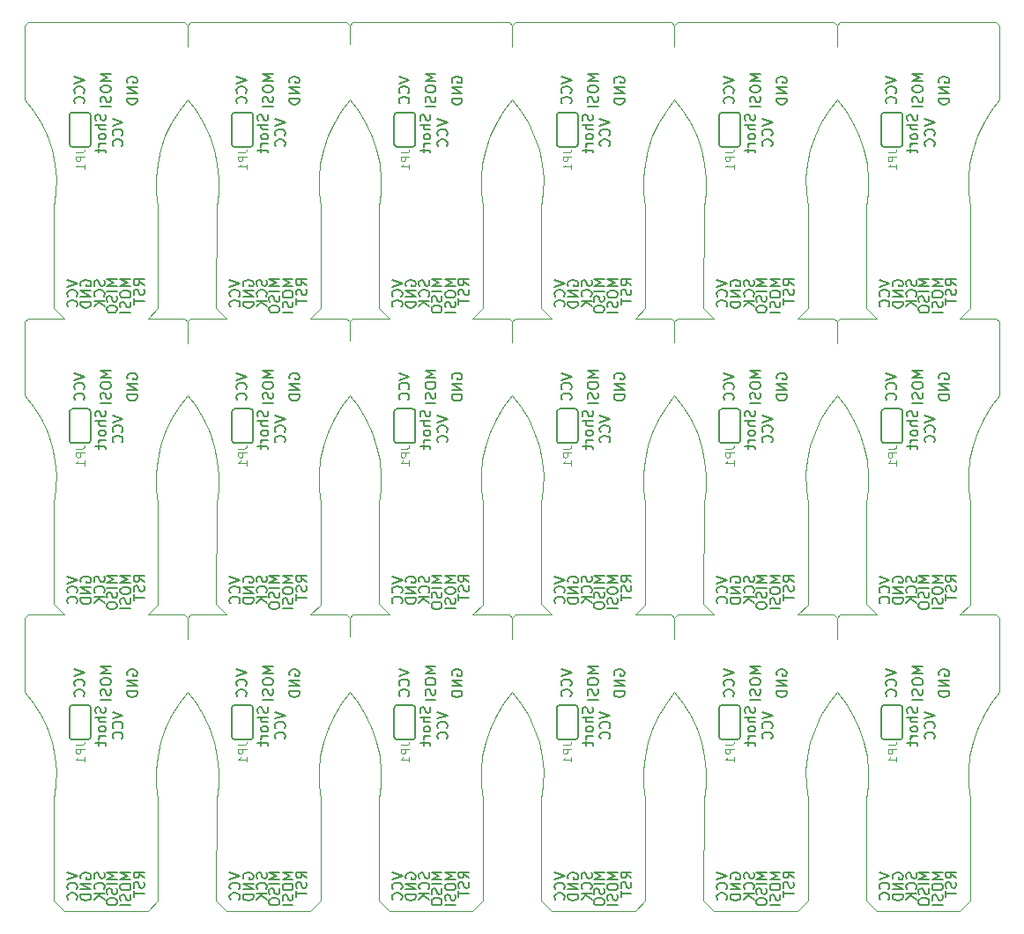
<source format=gbr>
%TF.GenerationSoftware,KiCad,Pcbnew,5.1.6-c6e7f7d~86~ubuntu18.04.1*%
%TF.CreationDate,2020-06-11T11:06:45+02:00*%
%TF.ProjectId,AVR_ISP_With_POGO_Pin_panelized_corrected,4156525f-4953-4505-9f57-6974685f504f,rev?*%
%TF.SameCoordinates,Original*%
%TF.FileFunction,Legend,Bot*%
%TF.FilePolarity,Positive*%
%FSLAX46Y46*%
G04 Gerber Fmt 4.6, Leading zero omitted, Abs format (unit mm)*
G04 Created by KiCad (PCBNEW 5.1.6-c6e7f7d~86~ubuntu18.04.1) date 2020-06-11 11:06:45*
%MOMM*%
%LPD*%
G01*
G04 APERTURE LIST*
%TA.AperFunction,Profile*%
%ADD10C,0.100000*%
%TD*%
%ADD11C,0.150000*%
%ADD12C,0.152400*%
%ADD13C,0.120000*%
G04 APERTURE END LIST*
D10*
X65601000Y-78789900D02*
X65601800Y-80846800D01*
X65300500Y-78499200D02*
X65601000Y-78789900D01*
X61802400Y-78499000D02*
X65300500Y-78499200D01*
X62801000Y-77500100D02*
X61802400Y-78499000D01*
X62801000Y-67700000D02*
X62801000Y-77500100D01*
X62632800Y-66331600D02*
X62801000Y-67700000D01*
X62617000Y-64953100D02*
X62632800Y-66331600D01*
X62753800Y-63581400D02*
X62617000Y-64953100D01*
X63041500Y-62233100D02*
X62753800Y-63581400D01*
X63476400Y-60925000D02*
X63041500Y-62233100D01*
X64053500Y-59673000D02*
X63476400Y-60925000D01*
X64765400Y-58492600D02*
X64053500Y-59673000D01*
X65601800Y-57400300D02*
X64765400Y-58492600D01*
X66446300Y-58498900D02*
X65601800Y-57400300D01*
X67162800Y-59684300D02*
X66446300Y-58498900D01*
X67742800Y-60942300D02*
X67162800Y-59684300D01*
X68178900Y-62257000D02*
X67742800Y-60942300D01*
X68465800Y-63612200D02*
X68178900Y-62257000D01*
X68599800Y-64990900D02*
X68465800Y-63612200D01*
X68579300Y-66376000D02*
X68599800Y-64990900D01*
X68404500Y-67750300D02*
X68579300Y-66376000D01*
X68381800Y-77480100D02*
X68404500Y-67750300D01*
X69400400Y-78499000D02*
X68381800Y-77480100D01*
X65902200Y-78499200D02*
X69400400Y-78499000D01*
X65601800Y-78799900D02*
X65902200Y-78499200D01*
X65601800Y-80846800D02*
X65601800Y-78799900D01*
X81203800Y-78789900D02*
X81204500Y-80606800D01*
X80903300Y-78499100D02*
X81203800Y-78789900D01*
X77405200Y-78499000D02*
X80903300Y-78499100D01*
X78403800Y-77500100D02*
X77405200Y-78499000D01*
X78403800Y-67700000D02*
X78403800Y-77500100D01*
X78235600Y-66331600D02*
X78403800Y-67700000D01*
X78219800Y-64953100D02*
X78235600Y-66331600D01*
X78356600Y-63581400D02*
X78219800Y-64953100D01*
X78644200Y-62233100D02*
X78356600Y-63581400D01*
X79079200Y-60925000D02*
X78644200Y-62233100D01*
X79656200Y-59673000D02*
X79079200Y-60925000D01*
X80368200Y-58492600D02*
X79656200Y-59673000D01*
X81204600Y-57400300D02*
X80368200Y-58492600D01*
X82049000Y-58498900D02*
X81204600Y-57400300D01*
X82765600Y-59684300D02*
X82049000Y-58498900D01*
X83345600Y-60942300D02*
X82765600Y-59684300D01*
X83781700Y-62257000D02*
X83345600Y-60942300D01*
X84068600Y-63612200D02*
X83781700Y-62257000D01*
X84202600Y-64990900D02*
X84068600Y-63612200D01*
X84182100Y-66376000D02*
X84202600Y-64990900D01*
X84007300Y-67750300D02*
X84182100Y-66376000D01*
X83984500Y-77480100D02*
X84007300Y-67750300D01*
X85003100Y-78499000D02*
X83984500Y-77480100D01*
X81505000Y-78499100D02*
X85003100Y-78499000D01*
X81204500Y-78799900D02*
X81505000Y-78499100D01*
X81204500Y-80606800D02*
X81204500Y-78799900D01*
X96806500Y-78789900D02*
X96807300Y-80811700D01*
X96506000Y-78499200D02*
X96806500Y-78789900D01*
X93007900Y-78499000D02*
X96506000Y-78499200D01*
X94006500Y-77500100D02*
X93007900Y-78499000D01*
X94006500Y-67700000D02*
X94006500Y-77500100D01*
X93838400Y-66331600D02*
X94006500Y-67700000D01*
X93822600Y-64953100D02*
X93838400Y-66331600D01*
X93959400Y-63581400D02*
X93822600Y-64953100D01*
X94247000Y-62233100D02*
X93959400Y-63581400D01*
X94682000Y-60925000D02*
X94247000Y-62233100D01*
X95259000Y-59673000D02*
X94682000Y-60925000D01*
X95970900Y-58492600D02*
X95259000Y-59673000D01*
X96807300Y-57400300D02*
X95970900Y-58492600D01*
X97651800Y-58498900D02*
X96807300Y-57400300D01*
X98368400Y-59684300D02*
X97651800Y-58498900D01*
X98948300Y-60942300D02*
X98368400Y-59684300D01*
X99384500Y-62257000D02*
X98948300Y-60942300D01*
X99671300Y-63612200D02*
X99384500Y-62257000D01*
X99805300Y-64990900D02*
X99671300Y-63612200D01*
X99784800Y-66376000D02*
X99805300Y-64990900D01*
X99610000Y-67750300D02*
X99784800Y-66376000D01*
X99587300Y-77480100D02*
X99610000Y-67750300D01*
X100605900Y-78499000D02*
X99587300Y-77480100D01*
X97107700Y-78499200D02*
X100605900Y-78499000D01*
X96807300Y-78799900D02*
X97107700Y-78499200D01*
X96807300Y-80811700D02*
X96807300Y-78799900D01*
X112409300Y-78789900D02*
X112410100Y-80830600D01*
X112108800Y-78499200D02*
X112409300Y-78789900D01*
X108610700Y-78499000D02*
X112108800Y-78499200D01*
X109609300Y-77500100D02*
X108610700Y-78499000D01*
X109609300Y-67700000D02*
X109609300Y-77500100D01*
X109441200Y-66331600D02*
X109609300Y-67700000D01*
X109425400Y-64953100D02*
X109441200Y-66331600D01*
X109562100Y-63581400D02*
X109425400Y-64953100D01*
X109849800Y-62233100D02*
X109562100Y-63581400D01*
X110284800Y-60925000D02*
X109849800Y-62233100D01*
X110861800Y-59673000D02*
X110284800Y-60925000D01*
X111573700Y-58492600D02*
X110861800Y-59673000D01*
X112410100Y-57400300D02*
X111573700Y-58492600D01*
X113254600Y-58498900D02*
X112410100Y-57400300D01*
X113971200Y-59684300D02*
X113254600Y-58498900D01*
X114551100Y-60942300D02*
X113971200Y-59684300D01*
X114987300Y-62257000D02*
X114551100Y-60942300D01*
X115274100Y-63612200D02*
X114987300Y-62257000D01*
X115408100Y-64990900D02*
X115274100Y-63612200D01*
X115387600Y-66376000D02*
X115408100Y-64990900D01*
X115212800Y-67750300D02*
X115387600Y-66376000D01*
X115190100Y-77480100D02*
X115212800Y-67750300D01*
X116208700Y-78499000D02*
X115190100Y-77480100D01*
X112710500Y-78499200D02*
X116208700Y-78499000D01*
X112410100Y-78799900D02*
X112710500Y-78499200D01*
X112410100Y-80830600D02*
X112410100Y-78799900D01*
X128012100Y-78789900D02*
X128012900Y-80849800D01*
X127711600Y-78499200D02*
X128012100Y-78789900D01*
X124213500Y-78499000D02*
X127711600Y-78499200D01*
X125212100Y-77500100D02*
X124213500Y-78499000D01*
X125212100Y-67700000D02*
X125212100Y-77500100D01*
X125043900Y-66331600D02*
X125212100Y-67700000D01*
X125028100Y-64953100D02*
X125043900Y-66331600D01*
X125164900Y-63581400D02*
X125028100Y-64953100D01*
X125452500Y-62233100D02*
X125164900Y-63581400D01*
X125887500Y-60925000D02*
X125452500Y-62233100D01*
X126464500Y-59673000D02*
X125887500Y-60925000D01*
X127176500Y-58492600D02*
X126464500Y-59673000D01*
X128012900Y-57400300D02*
X127176500Y-58492600D01*
X128857400Y-58498900D02*
X128012900Y-57400300D01*
X129573900Y-59684300D02*
X128857400Y-58498900D01*
X130153900Y-60942300D02*
X129573900Y-59684300D01*
X130590000Y-62257000D02*
X130153900Y-60942300D01*
X130876900Y-63612200D02*
X130590000Y-62257000D01*
X131010900Y-64990900D02*
X130876900Y-63612200D01*
X130990400Y-66376000D02*
X131010900Y-64990900D01*
X130815600Y-67750300D02*
X130990400Y-66376000D01*
X130792900Y-77480100D02*
X130815600Y-67750300D01*
X131811500Y-78499000D02*
X130792900Y-77480100D01*
X128313300Y-78499200D02*
X131811500Y-78499000D01*
X128012900Y-78799900D02*
X128313300Y-78499200D01*
X128012900Y-80849800D02*
X128012900Y-78799900D01*
X65601000Y-107289900D02*
X65601800Y-109346900D01*
X65300500Y-106999200D02*
X65601000Y-107289900D01*
X61802400Y-106999000D02*
X65300500Y-106999200D01*
X62801000Y-106000100D02*
X61802400Y-106999000D01*
X62801000Y-96200000D02*
X62801000Y-106000100D01*
X62632800Y-94831600D02*
X62801000Y-96200000D01*
X62617000Y-93453100D02*
X62632800Y-94831600D01*
X62753800Y-92081400D02*
X62617000Y-93453100D01*
X63041500Y-90733200D02*
X62753800Y-92081400D01*
X63476400Y-89425000D02*
X63041500Y-90733200D01*
X64053500Y-88173100D02*
X63476400Y-89425000D01*
X64765400Y-86992600D02*
X64053500Y-88173100D01*
X65601800Y-85900300D02*
X64765400Y-86992600D01*
X66446300Y-86998900D02*
X65601800Y-85900300D01*
X67162800Y-88184300D02*
X66446300Y-86998900D01*
X67742800Y-89442300D02*
X67162800Y-88184300D01*
X68178900Y-90757000D02*
X67742800Y-89442300D01*
X68465800Y-92112200D02*
X68178900Y-90757000D01*
X68599800Y-93490900D02*
X68465800Y-92112200D01*
X68579300Y-94876000D02*
X68599800Y-93490900D01*
X68404500Y-96250300D02*
X68579300Y-94876000D01*
X68381800Y-105980100D02*
X68404500Y-96250300D01*
X69400400Y-106999000D02*
X68381800Y-105980100D01*
X65902200Y-106999200D02*
X69400400Y-106999000D01*
X65601800Y-107299900D02*
X65902200Y-106999200D01*
X65601800Y-109346900D02*
X65601800Y-107299900D01*
X81203800Y-107289900D02*
X81204500Y-109106800D01*
X80903300Y-106999100D02*
X81203800Y-107289900D01*
X77405200Y-106999000D02*
X80903300Y-106999100D01*
X78403800Y-106000100D02*
X77405200Y-106999000D01*
X78403800Y-96200000D02*
X78403800Y-106000100D01*
X78235600Y-94831600D02*
X78403800Y-96200000D01*
X78219800Y-93453100D02*
X78235600Y-94831600D01*
X78356600Y-92081400D02*
X78219800Y-93453100D01*
X78644200Y-90733200D02*
X78356600Y-92081400D01*
X79079200Y-89425000D02*
X78644200Y-90733200D01*
X79656200Y-88173100D02*
X79079200Y-89425000D01*
X80368200Y-86992600D02*
X79656200Y-88173100D01*
X81204600Y-85900300D02*
X80368200Y-86992600D01*
X82049000Y-86998900D02*
X81204600Y-85900300D01*
X82765600Y-88184300D02*
X82049000Y-86998900D01*
X83345600Y-89442300D02*
X82765600Y-88184300D01*
X83781700Y-90757000D02*
X83345600Y-89442300D01*
X84068600Y-92112200D02*
X83781700Y-90757000D01*
X84202600Y-93490900D02*
X84068600Y-92112200D01*
X84182100Y-94876000D02*
X84202600Y-93490900D01*
X84007300Y-96250300D02*
X84182100Y-94876000D01*
X83984500Y-105980100D02*
X84007300Y-96250300D01*
X85003100Y-106999000D02*
X83984500Y-105980100D01*
X81505000Y-106999100D02*
X85003100Y-106999000D01*
X81204500Y-107299900D02*
X81505000Y-106999100D01*
X81204500Y-109106800D02*
X81204500Y-107299900D01*
X96806500Y-107289900D02*
X96807300Y-109311700D01*
X96506000Y-106999200D02*
X96806500Y-107289900D01*
X93007900Y-106999000D02*
X96506000Y-106999200D01*
X94006500Y-106000100D02*
X93007900Y-106999000D01*
X94006500Y-96200000D02*
X94006500Y-106000100D01*
X93838400Y-94831600D02*
X94006500Y-96200000D01*
X93822600Y-93453100D02*
X93838400Y-94831600D01*
X93959400Y-92081400D02*
X93822600Y-93453100D01*
X94247000Y-90733200D02*
X93959400Y-92081400D01*
X94682000Y-89425000D02*
X94247000Y-90733200D01*
X95259000Y-88173100D02*
X94682000Y-89425000D01*
X95970900Y-86992600D02*
X95259000Y-88173100D01*
X96807400Y-85900300D02*
X95970900Y-86992600D01*
X97651800Y-86998900D02*
X96807400Y-85900300D01*
X98368400Y-88184300D02*
X97651800Y-86998900D01*
X98948300Y-89442300D02*
X98368400Y-88184300D01*
X99384500Y-90757000D02*
X98948300Y-89442300D01*
X99671300Y-92112200D02*
X99384500Y-90757000D01*
X99805300Y-93490900D02*
X99671300Y-92112200D01*
X99784800Y-94876000D02*
X99805300Y-93490900D01*
X99610000Y-96250300D02*
X99784800Y-94876000D01*
X99587300Y-105980100D02*
X99610000Y-96250300D01*
X100605900Y-106999000D02*
X99587300Y-105980100D01*
X97107700Y-106999200D02*
X100605900Y-106999000D01*
X96807300Y-107299900D02*
X97107700Y-106999200D01*
X96807300Y-109311700D02*
X96807300Y-107299900D01*
X112409300Y-107289900D02*
X112410100Y-109330600D01*
X112108800Y-106999200D02*
X112409300Y-107289900D01*
X108610700Y-106999000D02*
X112108800Y-106999200D01*
X109609300Y-106000100D02*
X108610700Y-106999000D01*
X109609300Y-96200000D02*
X109609300Y-106000100D01*
X109441200Y-94831600D02*
X109609300Y-96200000D01*
X109425400Y-93453100D02*
X109441200Y-94831600D01*
X109562100Y-92081400D02*
X109425400Y-93453100D01*
X109849800Y-90733200D02*
X109562100Y-92081400D01*
X110284800Y-89425000D02*
X109849800Y-90733200D01*
X110861800Y-88173100D02*
X110284800Y-89425000D01*
X111573700Y-86992600D02*
X110861800Y-88173100D01*
X112410100Y-85900300D02*
X111573700Y-86992600D01*
X113254600Y-86998900D02*
X112410100Y-85900300D01*
X113971200Y-88184300D02*
X113254600Y-86998900D01*
X114551100Y-89442300D02*
X113971200Y-88184300D01*
X114987300Y-90757000D02*
X114551100Y-89442300D01*
X115274100Y-92112200D02*
X114987300Y-90757000D01*
X115408100Y-93490900D02*
X115274100Y-92112200D01*
X115387600Y-94876000D02*
X115408100Y-93490900D01*
X115212800Y-96250300D02*
X115387600Y-94876000D01*
X115190100Y-105980100D02*
X115212800Y-96250300D01*
X116208700Y-106999000D02*
X115190100Y-105980100D01*
X112710500Y-106999200D02*
X116208700Y-106999000D01*
X112410100Y-107299900D02*
X112710500Y-106999200D01*
X112410100Y-109330600D02*
X112410100Y-107299900D01*
X128012100Y-107289900D02*
X128012900Y-109349800D01*
X127711600Y-106999200D02*
X128012100Y-107289900D01*
X124213500Y-106999000D02*
X127711600Y-106999200D01*
X125212100Y-106000100D02*
X124213500Y-106999000D01*
X125212100Y-96200000D02*
X125212100Y-106000100D01*
X125043900Y-94831600D02*
X125212100Y-96200000D01*
X125028100Y-93453100D02*
X125043900Y-94831600D01*
X125164900Y-92081400D02*
X125028100Y-93453100D01*
X125452500Y-90733200D02*
X125164900Y-92081400D01*
X125887500Y-89425000D02*
X125452500Y-90733200D01*
X126464500Y-88173100D02*
X125887500Y-89425000D01*
X127176500Y-86992600D02*
X126464500Y-88173100D01*
X128012900Y-85900300D02*
X127176500Y-86992600D01*
X128857400Y-86998900D02*
X128012900Y-85900300D01*
X129573900Y-88184300D02*
X128857400Y-86998900D01*
X130153900Y-89442300D02*
X129573900Y-88184300D01*
X130590000Y-90757000D02*
X130153900Y-89442300D01*
X130876900Y-92112200D02*
X130590000Y-90757000D01*
X131010900Y-93490900D02*
X130876900Y-92112200D01*
X130990400Y-94876000D02*
X131010900Y-93490900D01*
X130815600Y-96250300D02*
X130990400Y-94876000D01*
X130792900Y-105980100D02*
X130815600Y-96250300D01*
X131811500Y-106999000D02*
X130792900Y-105980100D01*
X128313300Y-106999200D02*
X131811500Y-106999000D01*
X128012900Y-107299900D02*
X128313300Y-106999200D01*
X128012900Y-109349800D02*
X128012900Y-107299900D01*
X140814900Y-106000100D02*
X139816300Y-106999000D01*
X140814900Y-96200000D02*
X140814900Y-106000100D01*
X140646700Y-94831600D02*
X140814900Y-96200000D01*
X140630900Y-93453100D02*
X140646700Y-94831600D01*
X140767700Y-92081400D02*
X140630900Y-93453100D01*
X141055300Y-90733200D02*
X140767700Y-92081400D01*
X141490300Y-89425000D02*
X141055300Y-90733200D01*
X142067300Y-88173100D02*
X141490300Y-89425000D01*
X142779300Y-86992600D02*
X142067300Y-88173100D01*
X143617600Y-85897500D02*
X142779300Y-86992600D01*
X143614800Y-78789500D02*
X143617600Y-85897500D01*
X143314000Y-78499000D02*
X143614800Y-78789500D01*
X139816300Y-78499000D02*
X143314000Y-78499000D01*
X140814900Y-77500100D02*
X139816300Y-78499000D01*
X140814900Y-67700000D02*
X140814900Y-77500100D01*
X140646700Y-66331600D02*
X140814900Y-67700000D01*
X140630900Y-64953100D02*
X140646700Y-66331600D01*
X140767700Y-63581400D02*
X140630900Y-64953100D01*
X141055300Y-62233100D02*
X140767700Y-63581400D01*
X141490300Y-60925000D02*
X141055300Y-62233100D01*
X142067300Y-59673000D02*
X141490300Y-60925000D01*
X142779300Y-58492600D02*
X142067300Y-59673000D01*
X143617600Y-57397500D02*
X142779300Y-58492600D01*
X143614900Y-50290000D02*
X143617600Y-57397500D01*
X143314400Y-49999200D02*
X143614900Y-50290000D01*
X128313700Y-49999000D02*
X143314400Y-49999200D01*
X128012900Y-50299900D02*
X128313700Y-49999000D01*
X128012900Y-52349800D02*
X128012900Y-50299900D01*
X128012100Y-50289900D02*
X128012900Y-52349800D01*
X127711100Y-49999000D02*
X128012100Y-50289900D01*
X112710900Y-49999000D02*
X127711100Y-49999000D01*
X112410100Y-50299900D02*
X112710900Y-49999000D01*
X112410100Y-52330600D02*
X112410100Y-50299900D01*
X112409300Y-50289900D02*
X112410100Y-52330600D01*
X112108300Y-49999000D02*
X112409300Y-50289900D01*
X97108100Y-49999000D02*
X112108300Y-49999000D01*
X96807300Y-50299900D02*
X97108100Y-49999000D01*
X96807300Y-52311700D02*
X96807300Y-50299900D01*
X96806500Y-50289900D02*
X96807300Y-52311700D01*
X96505500Y-49999000D02*
X96806500Y-50289900D01*
X81505400Y-49999000D02*
X96505500Y-49999000D01*
X81204500Y-50299900D02*
X81505400Y-49999000D01*
X81204500Y-52106800D02*
X81204500Y-50299900D01*
X81203800Y-50289900D02*
X81204500Y-52106800D01*
X80902900Y-49999000D02*
X81203800Y-50289900D01*
X65902700Y-49999000D02*
X80902900Y-49999000D01*
X65601800Y-50299900D02*
X65902700Y-49999000D01*
X65601800Y-52346800D02*
X65601800Y-50299900D01*
X65601000Y-50289900D02*
X65601800Y-52346800D01*
X65300100Y-49999000D02*
X65601000Y-50289900D01*
X50300000Y-49999000D02*
X65300100Y-49999000D01*
X49999200Y-50299400D02*
X50300000Y-49999000D01*
X49999000Y-57400200D02*
X49999200Y-50299400D01*
X50843500Y-58498900D02*
X49999000Y-57400200D01*
X51560100Y-59684300D02*
X50843500Y-58498900D01*
X52140000Y-60942300D02*
X51560100Y-59684300D01*
X52576200Y-62257000D02*
X52140000Y-60942300D01*
X52863000Y-63612200D02*
X52576200Y-62257000D01*
X52997000Y-64990900D02*
X52863000Y-63612200D01*
X52976500Y-66376000D02*
X52997000Y-64990900D01*
X52801700Y-67750300D02*
X52976500Y-66376000D01*
X52779000Y-77480100D02*
X52801700Y-67750300D01*
X53797600Y-78499000D02*
X52779000Y-77480100D01*
X50299900Y-78499000D02*
X53797600Y-78499000D01*
X49999100Y-78799500D02*
X50299900Y-78499000D01*
X49999000Y-85900100D02*
X49999100Y-78799500D01*
X50843500Y-86998900D02*
X49999000Y-85900100D01*
X51560100Y-88184300D02*
X50843500Y-86998900D01*
X52140000Y-89442300D02*
X51560100Y-88184300D01*
X52576200Y-90757000D02*
X52140000Y-89442300D01*
X52863000Y-92112200D02*
X52576200Y-90757000D01*
X52997000Y-93490900D02*
X52863000Y-92112200D01*
X52976500Y-94876000D02*
X52997000Y-93490900D01*
X52801700Y-96250300D02*
X52976500Y-94876000D01*
X52779000Y-105980100D02*
X52801700Y-96250300D01*
X53797600Y-106999000D02*
X52779000Y-105980100D01*
X50299900Y-106999000D02*
X53797600Y-106999000D01*
X49999100Y-107299500D02*
X50299900Y-106999000D01*
X49999000Y-114400000D02*
X49999100Y-107299500D01*
X50843500Y-115498900D02*
X49999000Y-114400000D01*
X51560100Y-116684300D02*
X50843500Y-115498900D01*
X52140000Y-117942300D02*
X51560100Y-116684300D01*
X52576200Y-119257100D02*
X52140000Y-117942300D01*
X52863000Y-120612200D02*
X52576200Y-119257100D01*
X52997000Y-121990900D02*
X52863000Y-120612200D01*
X52976500Y-123376000D02*
X52997000Y-121990900D01*
X52801700Y-124750300D02*
X52976500Y-123376000D01*
X52779000Y-134480100D02*
X52801700Y-124750300D01*
X53799400Y-135500800D02*
X52779000Y-134480100D01*
X61800100Y-135501000D02*
X53799400Y-135500800D01*
X62800900Y-134500500D02*
X61800100Y-135501000D01*
X62801000Y-124700000D02*
X62800900Y-134500500D01*
X62632800Y-123331600D02*
X62801000Y-124700000D01*
X62617000Y-121953100D02*
X62632800Y-123331600D01*
X62753800Y-120581400D02*
X62617000Y-121953100D01*
X63041500Y-119233200D02*
X62753800Y-120581400D01*
X63476400Y-117925000D02*
X63041500Y-119233200D01*
X64053500Y-116673100D02*
X63476400Y-117925000D01*
X64765400Y-115492600D02*
X64053500Y-116673100D01*
X65601800Y-114400300D02*
X64765400Y-115492600D01*
X66446300Y-115498900D02*
X65601800Y-114400300D01*
X67162800Y-116684300D02*
X66446300Y-115498900D01*
X67742800Y-117942300D02*
X67162800Y-116684300D01*
X68178900Y-119257100D02*
X67742800Y-117942300D01*
X68465800Y-120612200D02*
X68178900Y-119257100D01*
X68599800Y-121990900D02*
X68465800Y-120612200D01*
X68579300Y-123376000D02*
X68599800Y-121990900D01*
X68404500Y-124750300D02*
X68579300Y-123376000D01*
X68381800Y-134480100D02*
X68404500Y-124750300D01*
X69402200Y-135500800D02*
X68381800Y-134480100D01*
X77402900Y-135501000D02*
X69402200Y-135500800D01*
X78403700Y-134500500D02*
X77402900Y-135501000D01*
X78403800Y-124700000D02*
X78403700Y-134500500D01*
X78235600Y-123331600D02*
X78403800Y-124700000D01*
X78219800Y-121953100D02*
X78235600Y-123331600D01*
X78356600Y-120581400D02*
X78219800Y-121953100D01*
X78644200Y-119233200D02*
X78356600Y-120581400D01*
X79079200Y-117925000D02*
X78644200Y-119233200D01*
X79656200Y-116673100D02*
X79079200Y-117925000D01*
X80368200Y-115492600D02*
X79656200Y-116673100D01*
X81204600Y-114400300D02*
X80368200Y-115492600D01*
X82049000Y-115498900D02*
X81204600Y-114400300D01*
X82765600Y-116684300D02*
X82049000Y-115498900D01*
X83345600Y-117942300D02*
X82765600Y-116684300D01*
X83781700Y-119257100D02*
X83345600Y-117942300D01*
X84068600Y-120612200D02*
X83781700Y-119257100D01*
X84202600Y-121990900D02*
X84068600Y-120612200D01*
X84182100Y-123376000D02*
X84202600Y-121990900D01*
X84007300Y-124750300D02*
X84182100Y-123376000D01*
X83984600Y-134480500D02*
X84007300Y-124750300D01*
X85005400Y-135501000D02*
X83984600Y-134480500D01*
X93006000Y-135500900D02*
X85005400Y-135501000D01*
X94006500Y-134500100D02*
X93006000Y-135500900D01*
X94006500Y-124700000D02*
X94006500Y-134500100D01*
X93838400Y-123331600D02*
X94006500Y-124700000D01*
X93822600Y-121953100D02*
X93838400Y-123331600D01*
X93959400Y-120581400D02*
X93822600Y-121953100D01*
X94247000Y-119233200D02*
X93959400Y-120581400D01*
X94682000Y-117925000D02*
X94247000Y-119233200D01*
X95259000Y-116673100D02*
X94682000Y-117925000D01*
X95970900Y-115492600D02*
X95259000Y-116673100D01*
X96807400Y-114400300D02*
X95970900Y-115492600D01*
X97651800Y-115498900D02*
X96807400Y-114400300D01*
X98368400Y-116684300D02*
X97651800Y-115498900D01*
X98948300Y-117942300D02*
X98368400Y-116684300D01*
X99384500Y-119257100D02*
X98948300Y-117942300D01*
X99671300Y-120612200D02*
X99384500Y-119257100D01*
X99805300Y-121990900D02*
X99671300Y-120612200D01*
X99784800Y-123376000D02*
X99805300Y-121990900D01*
X99610000Y-124750300D02*
X99784800Y-123376000D01*
X99587400Y-134480500D02*
X99610000Y-124750300D01*
X100608200Y-135501000D02*
X99587400Y-134480500D01*
X108608700Y-135500900D02*
X100608200Y-135501000D01*
X109609300Y-134500100D02*
X108608700Y-135500900D01*
X109609300Y-124700000D02*
X109609300Y-134500100D01*
X109441200Y-123331600D02*
X109609300Y-124700000D01*
X109425400Y-121953100D02*
X109441200Y-123331600D01*
X109562100Y-120581400D02*
X109425400Y-121953100D01*
X109849800Y-119233200D02*
X109562100Y-120581400D01*
X110284800Y-117925000D02*
X109849800Y-119233200D01*
X110861800Y-116673100D02*
X110284800Y-117925000D01*
X111573700Y-115492600D02*
X110861800Y-116673100D01*
X112410100Y-114400300D02*
X111573700Y-115492600D01*
X113254600Y-115498900D02*
X112410100Y-114400300D01*
X113971200Y-116684300D02*
X113254600Y-115498900D01*
X114551100Y-117942300D02*
X113971200Y-116684300D01*
X114987300Y-119257100D02*
X114551100Y-117942300D01*
X115274100Y-120612200D02*
X114987300Y-119257100D01*
X115408100Y-121990900D02*
X115274100Y-120612200D01*
X115387600Y-123376000D02*
X115408100Y-121990900D01*
X115212800Y-124750300D02*
X115387600Y-123376000D01*
X115190200Y-134480500D02*
X115212800Y-124750300D01*
X116211000Y-135501000D02*
X115190200Y-134480500D01*
X124211400Y-135501000D02*
X116211000Y-135501000D01*
X125212100Y-134500100D02*
X124211400Y-135501000D01*
X125212100Y-124700000D02*
X125212100Y-134500100D01*
X125043900Y-123331600D02*
X125212100Y-124700000D01*
X125028100Y-121953100D02*
X125043900Y-123331600D01*
X125164900Y-120581400D02*
X125028100Y-121953100D01*
X125452500Y-119233200D02*
X125164900Y-120581400D01*
X125887500Y-117925000D02*
X125452500Y-119233200D01*
X126464500Y-116673100D02*
X125887500Y-117925000D01*
X127176500Y-115492600D02*
X126464500Y-116673100D01*
X128012900Y-114400300D02*
X127176500Y-115492600D01*
X128857400Y-115498900D02*
X128012900Y-114400300D01*
X129573900Y-116684300D02*
X128857400Y-115498900D01*
X130153900Y-117942300D02*
X129573900Y-116684300D01*
X130590000Y-119257100D02*
X130153900Y-117942300D01*
X130876900Y-120612200D02*
X130590000Y-119257100D01*
X131010900Y-121990900D02*
X130876900Y-120612200D01*
X130990400Y-123376000D02*
X131010900Y-121990900D01*
X130815600Y-124750300D02*
X130990400Y-123376000D01*
X130793000Y-134480500D02*
X130815600Y-124750300D01*
X131813800Y-135501000D02*
X130793000Y-134480500D01*
X139814200Y-135501000D02*
X131813800Y-135501000D01*
X140814900Y-134500100D02*
X139814200Y-135501000D01*
X140814900Y-124700000D02*
X140814900Y-134500100D01*
X140646700Y-123331600D02*
X140814900Y-124700000D01*
X140630900Y-121953100D02*
X140646700Y-123331600D01*
X140767700Y-120581400D02*
X140630900Y-121953100D01*
X141055300Y-119233200D02*
X140767700Y-120581400D01*
X141490300Y-117925000D02*
X141055300Y-119233200D01*
X142067300Y-116673100D02*
X141490300Y-117925000D01*
X142779300Y-115492600D02*
X142067300Y-116673100D01*
X143617600Y-114397400D02*
X142779300Y-115492600D01*
X143614800Y-107289500D02*
X143617600Y-114397400D01*
X143314000Y-106999000D02*
X143614800Y-107289500D01*
X139816300Y-106999000D02*
X143314000Y-106999000D01*
D11*
X135721632Y-115870812D02*
X135769251Y-116013669D01*
X135769251Y-116251765D01*
X135721632Y-116347003D01*
X135674013Y-116394622D01*
X135578775Y-116442241D01*
X135483537Y-116442241D01*
X135388299Y-116394622D01*
X135340680Y-116347003D01*
X135293061Y-116251765D01*
X135245442Y-116061288D01*
X135197823Y-115966050D01*
X135150204Y-115918431D01*
X135054966Y-115870812D01*
X134959728Y-115870812D01*
X134864490Y-115918431D01*
X134816871Y-115966050D01*
X134769251Y-116061288D01*
X134769251Y-116299384D01*
X134816871Y-116442241D01*
X135769251Y-116870812D02*
X134769251Y-116870812D01*
X135769251Y-117299384D02*
X135245442Y-117299384D01*
X135150204Y-117251765D01*
X135102585Y-117156527D01*
X135102585Y-117013669D01*
X135150204Y-116918431D01*
X135197823Y-116870812D01*
X135769251Y-117918431D02*
X135721632Y-117823193D01*
X135674013Y-117775574D01*
X135578775Y-117727955D01*
X135293061Y-117727955D01*
X135197823Y-117775574D01*
X135150204Y-117823193D01*
X135102585Y-117918431D01*
X135102585Y-118061288D01*
X135150204Y-118156527D01*
X135197823Y-118204146D01*
X135293061Y-118251765D01*
X135578775Y-118251765D01*
X135674013Y-118204146D01*
X135721632Y-118156527D01*
X135769251Y-118061288D01*
X135769251Y-117918431D01*
X135769251Y-118680336D02*
X135102585Y-118680336D01*
X135293061Y-118680336D02*
X135197823Y-118727955D01*
X135150204Y-118775574D01*
X135102585Y-118870812D01*
X135102585Y-118966050D01*
X135102585Y-119156527D02*
X135102585Y-119537479D01*
X134769251Y-119299384D02*
X135626394Y-119299384D01*
X135721632Y-119347003D01*
X135769251Y-119442241D01*
X135769251Y-119537479D01*
X136419251Y-116323193D02*
X137419251Y-116656527D01*
X136419251Y-116989860D01*
X137324013Y-117894622D02*
X137371632Y-117847003D01*
X137419251Y-117704146D01*
X137419251Y-117608907D01*
X137371632Y-117466050D01*
X137276394Y-117370812D01*
X137181156Y-117323193D01*
X136990680Y-117275574D01*
X136847823Y-117275574D01*
X136657347Y-117323193D01*
X136562109Y-117370812D01*
X136466871Y-117466050D01*
X136419251Y-117608907D01*
X136419251Y-117704146D01*
X136466871Y-117847003D01*
X136514490Y-117894622D01*
X137324013Y-118894622D02*
X137371632Y-118847003D01*
X137419251Y-118704146D01*
X137419251Y-118608907D01*
X137371632Y-118466050D01*
X137276394Y-118370812D01*
X137181156Y-118323193D01*
X136990680Y-118275574D01*
X136847823Y-118275574D01*
X136657347Y-118323193D01*
X136562109Y-118370812D01*
X136466871Y-118466050D01*
X136419251Y-118608907D01*
X136419251Y-118704146D01*
X136466871Y-118847003D01*
X136514490Y-118894622D01*
X132066251Y-131792765D02*
X133066251Y-132126098D01*
X132066251Y-132459431D01*
X132971013Y-133364193D02*
X133018632Y-133316574D01*
X133066251Y-133173717D01*
X133066251Y-133078479D01*
X133018632Y-132935622D01*
X132923394Y-132840384D01*
X132828156Y-132792765D01*
X132637680Y-132745146D01*
X132494823Y-132745146D01*
X132304347Y-132792765D01*
X132209109Y-132840384D01*
X132113871Y-132935622D01*
X132066251Y-133078479D01*
X132066251Y-133173717D01*
X132113871Y-133316574D01*
X132161490Y-133364193D01*
X132971013Y-134364193D02*
X133018632Y-134316574D01*
X133066251Y-134173717D01*
X133066251Y-134078479D01*
X133018632Y-133935622D01*
X132923394Y-133840384D01*
X132828156Y-133792765D01*
X132637680Y-133745146D01*
X132494823Y-133745146D01*
X132304347Y-133792765D01*
X132209109Y-133840384D01*
X132113871Y-133935622D01*
X132066251Y-134078479D01*
X132066251Y-134173717D01*
X132113871Y-134316574D01*
X132161490Y-134364193D01*
X133413871Y-132359431D02*
X133366251Y-132264193D01*
X133366251Y-132121336D01*
X133413871Y-131978479D01*
X133509109Y-131883241D01*
X133604347Y-131835622D01*
X133794823Y-131788003D01*
X133937680Y-131788003D01*
X134128156Y-131835622D01*
X134223394Y-131883241D01*
X134318632Y-131978479D01*
X134366251Y-132121336D01*
X134366251Y-132216574D01*
X134318632Y-132359431D01*
X134271013Y-132407050D01*
X133937680Y-132407050D01*
X133937680Y-132216574D01*
X134366251Y-132835622D02*
X133366251Y-132835622D01*
X134366251Y-133407050D01*
X133366251Y-133407050D01*
X134366251Y-133883241D02*
X133366251Y-133883241D01*
X133366251Y-134121336D01*
X133413871Y-134264193D01*
X133509109Y-134359431D01*
X133604347Y-134407050D01*
X133794823Y-134454669D01*
X133937680Y-134454669D01*
X134128156Y-134407050D01*
X134223394Y-134359431D01*
X134318632Y-134264193D01*
X134366251Y-134121336D01*
X134366251Y-133883241D01*
X135618632Y-131788003D02*
X135666251Y-131930860D01*
X135666251Y-132168955D01*
X135618632Y-132264193D01*
X135571013Y-132311812D01*
X135475775Y-132359431D01*
X135380537Y-132359431D01*
X135285299Y-132311812D01*
X135237680Y-132264193D01*
X135190061Y-132168955D01*
X135142442Y-131978479D01*
X135094823Y-131883241D01*
X135047204Y-131835622D01*
X134951966Y-131788003D01*
X134856728Y-131788003D01*
X134761490Y-131835622D01*
X134713871Y-131883241D01*
X134666251Y-131978479D01*
X134666251Y-132216574D01*
X134713871Y-132359431D01*
X135571013Y-133359431D02*
X135618632Y-133311812D01*
X135666251Y-133168955D01*
X135666251Y-133073717D01*
X135618632Y-132930860D01*
X135523394Y-132835622D01*
X135428156Y-132788003D01*
X135237680Y-132740384D01*
X135094823Y-132740384D01*
X134904347Y-132788003D01*
X134809109Y-132835622D01*
X134713871Y-132930860D01*
X134666251Y-133073717D01*
X134666251Y-133168955D01*
X134713871Y-133311812D01*
X134761490Y-133359431D01*
X135666251Y-133788003D02*
X134666251Y-133788003D01*
X135666251Y-134359431D02*
X135094823Y-133930860D01*
X134666251Y-134359431D02*
X135237680Y-133788003D01*
X136866251Y-131735622D02*
X135866251Y-131735622D01*
X136580537Y-132068955D01*
X135866251Y-132402288D01*
X136866251Y-132402288D01*
X136866251Y-132878479D02*
X135866251Y-132878479D01*
X136818632Y-133307050D02*
X136866251Y-133449907D01*
X136866251Y-133688003D01*
X136818632Y-133783241D01*
X136771013Y-133830860D01*
X136675775Y-133878479D01*
X136580537Y-133878479D01*
X136485299Y-133830860D01*
X136437680Y-133783241D01*
X136390061Y-133688003D01*
X136342442Y-133497527D01*
X136294823Y-133402288D01*
X136247204Y-133354669D01*
X136151966Y-133307050D01*
X136056728Y-133307050D01*
X135961490Y-133354669D01*
X135913871Y-133402288D01*
X135866251Y-133497527D01*
X135866251Y-133735622D01*
X135913871Y-133878479D01*
X135866251Y-134497527D02*
X135866251Y-134688003D01*
X135913871Y-134783241D01*
X136009109Y-134878479D01*
X136199585Y-134926098D01*
X136532918Y-134926098D01*
X136723394Y-134878479D01*
X136818632Y-134783241D01*
X136866251Y-134688003D01*
X136866251Y-134497527D01*
X136818632Y-134402288D01*
X136723394Y-134307050D01*
X136532918Y-134259431D01*
X136199585Y-134259431D01*
X136009109Y-134307050D01*
X135913871Y-134402288D01*
X135866251Y-134497527D01*
X138166251Y-131735622D02*
X137166251Y-131735622D01*
X137880537Y-132068955D01*
X137166251Y-132402288D01*
X138166251Y-132402288D01*
X137166251Y-133068955D02*
X137166251Y-133259431D01*
X137213871Y-133354669D01*
X137309109Y-133449907D01*
X137499585Y-133497527D01*
X137832918Y-133497527D01*
X138023394Y-133449907D01*
X138118632Y-133354669D01*
X138166251Y-133259431D01*
X138166251Y-133068955D01*
X138118632Y-132973717D01*
X138023394Y-132878479D01*
X137832918Y-132830860D01*
X137499585Y-132830860D01*
X137309109Y-132878479D01*
X137213871Y-132973717D01*
X137166251Y-133068955D01*
X138118632Y-133878479D02*
X138166251Y-134021336D01*
X138166251Y-134259431D01*
X138118632Y-134354669D01*
X138071013Y-134402288D01*
X137975775Y-134449907D01*
X137880537Y-134449907D01*
X137785299Y-134402288D01*
X137737680Y-134354669D01*
X137690061Y-134259431D01*
X137642442Y-134068955D01*
X137594823Y-133973717D01*
X137547204Y-133926098D01*
X137451966Y-133878479D01*
X137356728Y-133878479D01*
X137261490Y-133926098D01*
X137213871Y-133973717D01*
X137166251Y-134068955D01*
X137166251Y-134307050D01*
X137213871Y-134449907D01*
X138166251Y-134878479D02*
X137166251Y-134878479D01*
X139466251Y-132307050D02*
X138990061Y-131973717D01*
X139466251Y-131735622D02*
X138466251Y-131735622D01*
X138466251Y-132116574D01*
X138513871Y-132211812D01*
X138561490Y-132259431D01*
X138656728Y-132307050D01*
X138799585Y-132307050D01*
X138894823Y-132259431D01*
X138942442Y-132211812D01*
X138990061Y-132116574D01*
X138990061Y-131735622D01*
X139418632Y-132688003D02*
X139466251Y-132830860D01*
X139466251Y-133068955D01*
X139418632Y-133164193D01*
X139371013Y-133211812D01*
X139275775Y-133259431D01*
X139180537Y-133259431D01*
X139085299Y-133211812D01*
X139037680Y-133164193D01*
X138990061Y-133068955D01*
X138942442Y-132878479D01*
X138894823Y-132783241D01*
X138847204Y-132735622D01*
X138751966Y-132688003D01*
X138656728Y-132688003D01*
X138561490Y-132735622D01*
X138513871Y-132783241D01*
X138466251Y-132878479D01*
X138466251Y-133116574D01*
X138513871Y-133259431D01*
X138466251Y-133545146D02*
X138466251Y-134116574D01*
X139466251Y-133830860D02*
X138466251Y-133830860D01*
X120118858Y-115870812D02*
X120166477Y-116013669D01*
X120166477Y-116251765D01*
X120118858Y-116347003D01*
X120071239Y-116394622D01*
X119976001Y-116442241D01*
X119880763Y-116442241D01*
X119785525Y-116394622D01*
X119737906Y-116347003D01*
X119690287Y-116251765D01*
X119642668Y-116061288D01*
X119595049Y-115966050D01*
X119547430Y-115918431D01*
X119452192Y-115870812D01*
X119356954Y-115870812D01*
X119261716Y-115918431D01*
X119214097Y-115966050D01*
X119166477Y-116061288D01*
X119166477Y-116299384D01*
X119214097Y-116442241D01*
X120166477Y-116870812D02*
X119166477Y-116870812D01*
X120166477Y-117299384D02*
X119642668Y-117299384D01*
X119547430Y-117251765D01*
X119499811Y-117156527D01*
X119499811Y-117013669D01*
X119547430Y-116918431D01*
X119595049Y-116870812D01*
X120166477Y-117918431D02*
X120118858Y-117823193D01*
X120071239Y-117775574D01*
X119976001Y-117727955D01*
X119690287Y-117727955D01*
X119595049Y-117775574D01*
X119547430Y-117823193D01*
X119499811Y-117918431D01*
X119499811Y-118061288D01*
X119547430Y-118156527D01*
X119595049Y-118204146D01*
X119690287Y-118251765D01*
X119976001Y-118251765D01*
X120071239Y-118204146D01*
X120118858Y-118156527D01*
X120166477Y-118061288D01*
X120166477Y-117918431D01*
X120166477Y-118680336D02*
X119499811Y-118680336D01*
X119690287Y-118680336D02*
X119595049Y-118727955D01*
X119547430Y-118775574D01*
X119499811Y-118870812D01*
X119499811Y-118966050D01*
X119499811Y-119156527D02*
X119499811Y-119537479D01*
X119166477Y-119299384D02*
X120023620Y-119299384D01*
X120118858Y-119347003D01*
X120166477Y-119442241D01*
X120166477Y-119537479D01*
X120816477Y-116323193D02*
X121816477Y-116656527D01*
X120816477Y-116989860D01*
X121721239Y-117894622D02*
X121768858Y-117847003D01*
X121816477Y-117704146D01*
X121816477Y-117608907D01*
X121768858Y-117466050D01*
X121673620Y-117370812D01*
X121578382Y-117323193D01*
X121387906Y-117275574D01*
X121245049Y-117275574D01*
X121054573Y-117323193D01*
X120959335Y-117370812D01*
X120864097Y-117466050D01*
X120816477Y-117608907D01*
X120816477Y-117704146D01*
X120864097Y-117847003D01*
X120911716Y-117894622D01*
X121721239Y-118894622D02*
X121768858Y-118847003D01*
X121816477Y-118704146D01*
X121816477Y-118608907D01*
X121768858Y-118466050D01*
X121673620Y-118370812D01*
X121578382Y-118323193D01*
X121387906Y-118275574D01*
X121245049Y-118275574D01*
X121054573Y-118323193D01*
X120959335Y-118370812D01*
X120864097Y-118466050D01*
X120816477Y-118608907D01*
X120816477Y-118704146D01*
X120864097Y-118847003D01*
X120911716Y-118894622D01*
X116463477Y-131792765D02*
X117463477Y-132126098D01*
X116463477Y-132459431D01*
X117368239Y-133364193D02*
X117415858Y-133316574D01*
X117463477Y-133173717D01*
X117463477Y-133078479D01*
X117415858Y-132935622D01*
X117320620Y-132840384D01*
X117225382Y-132792765D01*
X117034906Y-132745146D01*
X116892049Y-132745146D01*
X116701573Y-132792765D01*
X116606335Y-132840384D01*
X116511097Y-132935622D01*
X116463477Y-133078479D01*
X116463477Y-133173717D01*
X116511097Y-133316574D01*
X116558716Y-133364193D01*
X117368239Y-134364193D02*
X117415858Y-134316574D01*
X117463477Y-134173717D01*
X117463477Y-134078479D01*
X117415858Y-133935622D01*
X117320620Y-133840384D01*
X117225382Y-133792765D01*
X117034906Y-133745146D01*
X116892049Y-133745146D01*
X116701573Y-133792765D01*
X116606335Y-133840384D01*
X116511097Y-133935622D01*
X116463477Y-134078479D01*
X116463477Y-134173717D01*
X116511097Y-134316574D01*
X116558716Y-134364193D01*
X117811097Y-132359431D02*
X117763477Y-132264193D01*
X117763477Y-132121336D01*
X117811097Y-131978479D01*
X117906335Y-131883241D01*
X118001573Y-131835622D01*
X118192049Y-131788003D01*
X118334906Y-131788003D01*
X118525382Y-131835622D01*
X118620620Y-131883241D01*
X118715858Y-131978479D01*
X118763477Y-132121336D01*
X118763477Y-132216574D01*
X118715858Y-132359431D01*
X118668239Y-132407050D01*
X118334906Y-132407050D01*
X118334906Y-132216574D01*
X118763477Y-132835622D02*
X117763477Y-132835622D01*
X118763477Y-133407050D01*
X117763477Y-133407050D01*
X118763477Y-133883241D02*
X117763477Y-133883241D01*
X117763477Y-134121336D01*
X117811097Y-134264193D01*
X117906335Y-134359431D01*
X118001573Y-134407050D01*
X118192049Y-134454669D01*
X118334906Y-134454669D01*
X118525382Y-134407050D01*
X118620620Y-134359431D01*
X118715858Y-134264193D01*
X118763477Y-134121336D01*
X118763477Y-133883241D01*
X120015858Y-131788003D02*
X120063477Y-131930860D01*
X120063477Y-132168955D01*
X120015858Y-132264193D01*
X119968239Y-132311812D01*
X119873001Y-132359431D01*
X119777763Y-132359431D01*
X119682525Y-132311812D01*
X119634906Y-132264193D01*
X119587287Y-132168955D01*
X119539668Y-131978479D01*
X119492049Y-131883241D01*
X119444430Y-131835622D01*
X119349192Y-131788003D01*
X119253954Y-131788003D01*
X119158716Y-131835622D01*
X119111097Y-131883241D01*
X119063477Y-131978479D01*
X119063477Y-132216574D01*
X119111097Y-132359431D01*
X119968239Y-133359431D02*
X120015858Y-133311812D01*
X120063477Y-133168955D01*
X120063477Y-133073717D01*
X120015858Y-132930860D01*
X119920620Y-132835622D01*
X119825382Y-132788003D01*
X119634906Y-132740384D01*
X119492049Y-132740384D01*
X119301573Y-132788003D01*
X119206335Y-132835622D01*
X119111097Y-132930860D01*
X119063477Y-133073717D01*
X119063477Y-133168955D01*
X119111097Y-133311812D01*
X119158716Y-133359431D01*
X120063477Y-133788003D02*
X119063477Y-133788003D01*
X120063477Y-134359431D02*
X119492049Y-133930860D01*
X119063477Y-134359431D02*
X119634906Y-133788003D01*
X121263477Y-131735622D02*
X120263477Y-131735622D01*
X120977763Y-132068955D01*
X120263477Y-132402288D01*
X121263477Y-132402288D01*
X121263477Y-132878479D02*
X120263477Y-132878479D01*
X121215858Y-133307050D02*
X121263477Y-133449907D01*
X121263477Y-133688003D01*
X121215858Y-133783241D01*
X121168239Y-133830860D01*
X121073001Y-133878479D01*
X120977763Y-133878479D01*
X120882525Y-133830860D01*
X120834906Y-133783241D01*
X120787287Y-133688003D01*
X120739668Y-133497527D01*
X120692049Y-133402288D01*
X120644430Y-133354669D01*
X120549192Y-133307050D01*
X120453954Y-133307050D01*
X120358716Y-133354669D01*
X120311097Y-133402288D01*
X120263477Y-133497527D01*
X120263477Y-133735622D01*
X120311097Y-133878479D01*
X120263477Y-134497527D02*
X120263477Y-134688003D01*
X120311097Y-134783241D01*
X120406335Y-134878479D01*
X120596811Y-134926098D01*
X120930144Y-134926098D01*
X121120620Y-134878479D01*
X121215858Y-134783241D01*
X121263477Y-134688003D01*
X121263477Y-134497527D01*
X121215858Y-134402288D01*
X121120620Y-134307050D01*
X120930144Y-134259431D01*
X120596811Y-134259431D01*
X120406335Y-134307050D01*
X120311097Y-134402288D01*
X120263477Y-134497527D01*
X122563477Y-131735622D02*
X121563477Y-131735622D01*
X122277763Y-132068955D01*
X121563477Y-132402288D01*
X122563477Y-132402288D01*
X121563477Y-133068955D02*
X121563477Y-133259431D01*
X121611097Y-133354669D01*
X121706335Y-133449907D01*
X121896811Y-133497527D01*
X122230144Y-133497527D01*
X122420620Y-133449907D01*
X122515858Y-133354669D01*
X122563477Y-133259431D01*
X122563477Y-133068955D01*
X122515858Y-132973717D01*
X122420620Y-132878479D01*
X122230144Y-132830860D01*
X121896811Y-132830860D01*
X121706335Y-132878479D01*
X121611097Y-132973717D01*
X121563477Y-133068955D01*
X122515858Y-133878479D02*
X122563477Y-134021336D01*
X122563477Y-134259431D01*
X122515858Y-134354669D01*
X122468239Y-134402288D01*
X122373001Y-134449907D01*
X122277763Y-134449907D01*
X122182525Y-134402288D01*
X122134906Y-134354669D01*
X122087287Y-134259431D01*
X122039668Y-134068955D01*
X121992049Y-133973717D01*
X121944430Y-133926098D01*
X121849192Y-133878479D01*
X121753954Y-133878479D01*
X121658716Y-133926098D01*
X121611097Y-133973717D01*
X121563477Y-134068955D01*
X121563477Y-134307050D01*
X121611097Y-134449907D01*
X122563477Y-134878479D02*
X121563477Y-134878479D01*
X123863477Y-132307050D02*
X123387287Y-131973717D01*
X123863477Y-131735622D02*
X122863477Y-131735622D01*
X122863477Y-132116574D01*
X122911097Y-132211812D01*
X122958716Y-132259431D01*
X123053954Y-132307050D01*
X123196811Y-132307050D01*
X123292049Y-132259431D01*
X123339668Y-132211812D01*
X123387287Y-132116574D01*
X123387287Y-131735622D01*
X123815858Y-132688003D02*
X123863477Y-132830860D01*
X123863477Y-133068955D01*
X123815858Y-133164193D01*
X123768239Y-133211812D01*
X123673001Y-133259431D01*
X123577763Y-133259431D01*
X123482525Y-133211812D01*
X123434906Y-133164193D01*
X123387287Y-133068955D01*
X123339668Y-132878479D01*
X123292049Y-132783241D01*
X123244430Y-132735622D01*
X123149192Y-132688003D01*
X123053954Y-132688003D01*
X122958716Y-132735622D01*
X122911097Y-132783241D01*
X122863477Y-132878479D01*
X122863477Y-133116574D01*
X122911097Y-133259431D01*
X122863477Y-133545146D02*
X122863477Y-134116574D01*
X123863477Y-133830860D02*
X122863477Y-133830860D01*
X104516084Y-115870812D02*
X104563703Y-116013669D01*
X104563703Y-116251765D01*
X104516084Y-116347003D01*
X104468465Y-116394622D01*
X104373227Y-116442241D01*
X104277989Y-116442241D01*
X104182751Y-116394622D01*
X104135132Y-116347003D01*
X104087513Y-116251765D01*
X104039894Y-116061288D01*
X103992275Y-115966050D01*
X103944656Y-115918431D01*
X103849418Y-115870812D01*
X103754180Y-115870812D01*
X103658942Y-115918431D01*
X103611323Y-115966050D01*
X103563703Y-116061288D01*
X103563703Y-116299384D01*
X103611323Y-116442241D01*
X104563703Y-116870812D02*
X103563703Y-116870812D01*
X104563703Y-117299384D02*
X104039894Y-117299384D01*
X103944656Y-117251765D01*
X103897037Y-117156527D01*
X103897037Y-117013669D01*
X103944656Y-116918431D01*
X103992275Y-116870812D01*
X104563703Y-117918431D02*
X104516084Y-117823193D01*
X104468465Y-117775574D01*
X104373227Y-117727955D01*
X104087513Y-117727955D01*
X103992275Y-117775574D01*
X103944656Y-117823193D01*
X103897037Y-117918431D01*
X103897037Y-118061288D01*
X103944656Y-118156527D01*
X103992275Y-118204146D01*
X104087513Y-118251765D01*
X104373227Y-118251765D01*
X104468465Y-118204146D01*
X104516084Y-118156527D01*
X104563703Y-118061288D01*
X104563703Y-117918431D01*
X104563703Y-118680336D02*
X103897037Y-118680336D01*
X104087513Y-118680336D02*
X103992275Y-118727955D01*
X103944656Y-118775574D01*
X103897037Y-118870812D01*
X103897037Y-118966050D01*
X103897037Y-119156527D02*
X103897037Y-119537479D01*
X103563703Y-119299384D02*
X104420846Y-119299384D01*
X104516084Y-119347003D01*
X104563703Y-119442241D01*
X104563703Y-119537479D01*
X105213703Y-116323193D02*
X106213703Y-116656527D01*
X105213703Y-116989860D01*
X106118465Y-117894622D02*
X106166084Y-117847003D01*
X106213703Y-117704146D01*
X106213703Y-117608907D01*
X106166084Y-117466050D01*
X106070846Y-117370812D01*
X105975608Y-117323193D01*
X105785132Y-117275574D01*
X105642275Y-117275574D01*
X105451799Y-117323193D01*
X105356561Y-117370812D01*
X105261323Y-117466050D01*
X105213703Y-117608907D01*
X105213703Y-117704146D01*
X105261323Y-117847003D01*
X105308942Y-117894622D01*
X106118465Y-118894622D02*
X106166084Y-118847003D01*
X106213703Y-118704146D01*
X106213703Y-118608907D01*
X106166084Y-118466050D01*
X106070846Y-118370812D01*
X105975608Y-118323193D01*
X105785132Y-118275574D01*
X105642275Y-118275574D01*
X105451799Y-118323193D01*
X105356561Y-118370812D01*
X105261323Y-118466050D01*
X105213703Y-118608907D01*
X105213703Y-118704146D01*
X105261323Y-118847003D01*
X105308942Y-118894622D01*
X100860703Y-131792765D02*
X101860703Y-132126098D01*
X100860703Y-132459431D01*
X101765465Y-133364193D02*
X101813084Y-133316574D01*
X101860703Y-133173717D01*
X101860703Y-133078479D01*
X101813084Y-132935622D01*
X101717846Y-132840384D01*
X101622608Y-132792765D01*
X101432132Y-132745146D01*
X101289275Y-132745146D01*
X101098799Y-132792765D01*
X101003561Y-132840384D01*
X100908323Y-132935622D01*
X100860703Y-133078479D01*
X100860703Y-133173717D01*
X100908323Y-133316574D01*
X100955942Y-133364193D01*
X101765465Y-134364193D02*
X101813084Y-134316574D01*
X101860703Y-134173717D01*
X101860703Y-134078479D01*
X101813084Y-133935622D01*
X101717846Y-133840384D01*
X101622608Y-133792765D01*
X101432132Y-133745146D01*
X101289275Y-133745146D01*
X101098799Y-133792765D01*
X101003561Y-133840384D01*
X100908323Y-133935622D01*
X100860703Y-134078479D01*
X100860703Y-134173717D01*
X100908323Y-134316574D01*
X100955942Y-134364193D01*
X102208323Y-132359431D02*
X102160703Y-132264193D01*
X102160703Y-132121336D01*
X102208323Y-131978479D01*
X102303561Y-131883241D01*
X102398799Y-131835622D01*
X102589275Y-131788003D01*
X102732132Y-131788003D01*
X102922608Y-131835622D01*
X103017846Y-131883241D01*
X103113084Y-131978479D01*
X103160703Y-132121336D01*
X103160703Y-132216574D01*
X103113084Y-132359431D01*
X103065465Y-132407050D01*
X102732132Y-132407050D01*
X102732132Y-132216574D01*
X103160703Y-132835622D02*
X102160703Y-132835622D01*
X103160703Y-133407050D01*
X102160703Y-133407050D01*
X103160703Y-133883241D02*
X102160703Y-133883241D01*
X102160703Y-134121336D01*
X102208323Y-134264193D01*
X102303561Y-134359431D01*
X102398799Y-134407050D01*
X102589275Y-134454669D01*
X102732132Y-134454669D01*
X102922608Y-134407050D01*
X103017846Y-134359431D01*
X103113084Y-134264193D01*
X103160703Y-134121336D01*
X103160703Y-133883241D01*
X104413084Y-131788003D02*
X104460703Y-131930860D01*
X104460703Y-132168955D01*
X104413084Y-132264193D01*
X104365465Y-132311812D01*
X104270227Y-132359431D01*
X104174989Y-132359431D01*
X104079751Y-132311812D01*
X104032132Y-132264193D01*
X103984513Y-132168955D01*
X103936894Y-131978479D01*
X103889275Y-131883241D01*
X103841656Y-131835622D01*
X103746418Y-131788003D01*
X103651180Y-131788003D01*
X103555942Y-131835622D01*
X103508323Y-131883241D01*
X103460703Y-131978479D01*
X103460703Y-132216574D01*
X103508323Y-132359431D01*
X104365465Y-133359431D02*
X104413084Y-133311812D01*
X104460703Y-133168955D01*
X104460703Y-133073717D01*
X104413084Y-132930860D01*
X104317846Y-132835622D01*
X104222608Y-132788003D01*
X104032132Y-132740384D01*
X103889275Y-132740384D01*
X103698799Y-132788003D01*
X103603561Y-132835622D01*
X103508323Y-132930860D01*
X103460703Y-133073717D01*
X103460703Y-133168955D01*
X103508323Y-133311812D01*
X103555942Y-133359431D01*
X104460703Y-133788003D02*
X103460703Y-133788003D01*
X104460703Y-134359431D02*
X103889275Y-133930860D01*
X103460703Y-134359431D02*
X104032132Y-133788003D01*
X105660703Y-131735622D02*
X104660703Y-131735622D01*
X105374989Y-132068955D01*
X104660703Y-132402288D01*
X105660703Y-132402288D01*
X105660703Y-132878479D02*
X104660703Y-132878479D01*
X105613084Y-133307050D02*
X105660703Y-133449907D01*
X105660703Y-133688003D01*
X105613084Y-133783241D01*
X105565465Y-133830860D01*
X105470227Y-133878479D01*
X105374989Y-133878479D01*
X105279751Y-133830860D01*
X105232132Y-133783241D01*
X105184513Y-133688003D01*
X105136894Y-133497527D01*
X105089275Y-133402288D01*
X105041656Y-133354669D01*
X104946418Y-133307050D01*
X104851180Y-133307050D01*
X104755942Y-133354669D01*
X104708323Y-133402288D01*
X104660703Y-133497527D01*
X104660703Y-133735622D01*
X104708323Y-133878479D01*
X104660703Y-134497527D02*
X104660703Y-134688003D01*
X104708323Y-134783241D01*
X104803561Y-134878479D01*
X104994037Y-134926098D01*
X105327370Y-134926098D01*
X105517846Y-134878479D01*
X105613084Y-134783241D01*
X105660703Y-134688003D01*
X105660703Y-134497527D01*
X105613084Y-134402288D01*
X105517846Y-134307050D01*
X105327370Y-134259431D01*
X104994037Y-134259431D01*
X104803561Y-134307050D01*
X104708323Y-134402288D01*
X104660703Y-134497527D01*
X106960703Y-131735622D02*
X105960703Y-131735622D01*
X106674989Y-132068955D01*
X105960703Y-132402288D01*
X106960703Y-132402288D01*
X105960703Y-133068955D02*
X105960703Y-133259431D01*
X106008323Y-133354669D01*
X106103561Y-133449907D01*
X106294037Y-133497527D01*
X106627370Y-133497527D01*
X106817846Y-133449907D01*
X106913084Y-133354669D01*
X106960703Y-133259431D01*
X106960703Y-133068955D01*
X106913084Y-132973717D01*
X106817846Y-132878479D01*
X106627370Y-132830860D01*
X106294037Y-132830860D01*
X106103561Y-132878479D01*
X106008323Y-132973717D01*
X105960703Y-133068955D01*
X106913084Y-133878479D02*
X106960703Y-134021336D01*
X106960703Y-134259431D01*
X106913084Y-134354669D01*
X106865465Y-134402288D01*
X106770227Y-134449907D01*
X106674989Y-134449907D01*
X106579751Y-134402288D01*
X106532132Y-134354669D01*
X106484513Y-134259431D01*
X106436894Y-134068955D01*
X106389275Y-133973717D01*
X106341656Y-133926098D01*
X106246418Y-133878479D01*
X106151180Y-133878479D01*
X106055942Y-133926098D01*
X106008323Y-133973717D01*
X105960703Y-134068955D01*
X105960703Y-134307050D01*
X106008323Y-134449907D01*
X106960703Y-134878479D02*
X105960703Y-134878479D01*
X108260703Y-132307050D02*
X107784513Y-131973717D01*
X108260703Y-131735622D02*
X107260703Y-131735622D01*
X107260703Y-132116574D01*
X107308323Y-132211812D01*
X107355942Y-132259431D01*
X107451180Y-132307050D01*
X107594037Y-132307050D01*
X107689275Y-132259431D01*
X107736894Y-132211812D01*
X107784513Y-132116574D01*
X107784513Y-131735622D01*
X108213084Y-132688003D02*
X108260703Y-132830860D01*
X108260703Y-133068955D01*
X108213084Y-133164193D01*
X108165465Y-133211812D01*
X108070227Y-133259431D01*
X107974989Y-133259431D01*
X107879751Y-133211812D01*
X107832132Y-133164193D01*
X107784513Y-133068955D01*
X107736894Y-132878479D01*
X107689275Y-132783241D01*
X107641656Y-132735622D01*
X107546418Y-132688003D01*
X107451180Y-132688003D01*
X107355942Y-132735622D01*
X107308323Y-132783241D01*
X107260703Y-132878479D01*
X107260703Y-133116574D01*
X107308323Y-133259431D01*
X107260703Y-133545146D02*
X107260703Y-134116574D01*
X108260703Y-133830860D02*
X107260703Y-133830860D01*
X88913310Y-115870812D02*
X88960929Y-116013669D01*
X88960929Y-116251765D01*
X88913310Y-116347003D01*
X88865691Y-116394622D01*
X88770453Y-116442241D01*
X88675215Y-116442241D01*
X88579977Y-116394622D01*
X88532358Y-116347003D01*
X88484739Y-116251765D01*
X88437120Y-116061288D01*
X88389501Y-115966050D01*
X88341882Y-115918431D01*
X88246644Y-115870812D01*
X88151406Y-115870812D01*
X88056168Y-115918431D01*
X88008549Y-115966050D01*
X87960929Y-116061288D01*
X87960929Y-116299384D01*
X88008549Y-116442241D01*
X88960929Y-116870812D02*
X87960929Y-116870812D01*
X88960929Y-117299384D02*
X88437120Y-117299384D01*
X88341882Y-117251765D01*
X88294263Y-117156527D01*
X88294263Y-117013669D01*
X88341882Y-116918431D01*
X88389501Y-116870812D01*
X88960929Y-117918431D02*
X88913310Y-117823193D01*
X88865691Y-117775574D01*
X88770453Y-117727955D01*
X88484739Y-117727955D01*
X88389501Y-117775574D01*
X88341882Y-117823193D01*
X88294263Y-117918431D01*
X88294263Y-118061288D01*
X88341882Y-118156527D01*
X88389501Y-118204146D01*
X88484739Y-118251765D01*
X88770453Y-118251765D01*
X88865691Y-118204146D01*
X88913310Y-118156527D01*
X88960929Y-118061288D01*
X88960929Y-117918431D01*
X88960929Y-118680336D02*
X88294263Y-118680336D01*
X88484739Y-118680336D02*
X88389501Y-118727955D01*
X88341882Y-118775574D01*
X88294263Y-118870812D01*
X88294263Y-118966050D01*
X88294263Y-119156527D02*
X88294263Y-119537479D01*
X87960929Y-119299384D02*
X88818072Y-119299384D01*
X88913310Y-119347003D01*
X88960929Y-119442241D01*
X88960929Y-119537479D01*
X89610929Y-116323193D02*
X90610929Y-116656527D01*
X89610929Y-116989860D01*
X90515691Y-117894622D02*
X90563310Y-117847003D01*
X90610929Y-117704146D01*
X90610929Y-117608907D01*
X90563310Y-117466050D01*
X90468072Y-117370812D01*
X90372834Y-117323193D01*
X90182358Y-117275574D01*
X90039501Y-117275574D01*
X89849025Y-117323193D01*
X89753787Y-117370812D01*
X89658549Y-117466050D01*
X89610929Y-117608907D01*
X89610929Y-117704146D01*
X89658549Y-117847003D01*
X89706168Y-117894622D01*
X90515691Y-118894622D02*
X90563310Y-118847003D01*
X90610929Y-118704146D01*
X90610929Y-118608907D01*
X90563310Y-118466050D01*
X90468072Y-118370812D01*
X90372834Y-118323193D01*
X90182358Y-118275574D01*
X90039501Y-118275574D01*
X89849025Y-118323193D01*
X89753787Y-118370812D01*
X89658549Y-118466050D01*
X89610929Y-118608907D01*
X89610929Y-118704146D01*
X89658549Y-118847003D01*
X89706168Y-118894622D01*
X85257929Y-131792765D02*
X86257929Y-132126098D01*
X85257929Y-132459431D01*
X86162691Y-133364193D02*
X86210310Y-133316574D01*
X86257929Y-133173717D01*
X86257929Y-133078479D01*
X86210310Y-132935622D01*
X86115072Y-132840384D01*
X86019834Y-132792765D01*
X85829358Y-132745146D01*
X85686501Y-132745146D01*
X85496025Y-132792765D01*
X85400787Y-132840384D01*
X85305549Y-132935622D01*
X85257929Y-133078479D01*
X85257929Y-133173717D01*
X85305549Y-133316574D01*
X85353168Y-133364193D01*
X86162691Y-134364193D02*
X86210310Y-134316574D01*
X86257929Y-134173717D01*
X86257929Y-134078479D01*
X86210310Y-133935622D01*
X86115072Y-133840384D01*
X86019834Y-133792765D01*
X85829358Y-133745146D01*
X85686501Y-133745146D01*
X85496025Y-133792765D01*
X85400787Y-133840384D01*
X85305549Y-133935622D01*
X85257929Y-134078479D01*
X85257929Y-134173717D01*
X85305549Y-134316574D01*
X85353168Y-134364193D01*
X86605549Y-132359431D02*
X86557929Y-132264193D01*
X86557929Y-132121336D01*
X86605549Y-131978479D01*
X86700787Y-131883241D01*
X86796025Y-131835622D01*
X86986501Y-131788003D01*
X87129358Y-131788003D01*
X87319834Y-131835622D01*
X87415072Y-131883241D01*
X87510310Y-131978479D01*
X87557929Y-132121336D01*
X87557929Y-132216574D01*
X87510310Y-132359431D01*
X87462691Y-132407050D01*
X87129358Y-132407050D01*
X87129358Y-132216574D01*
X87557929Y-132835622D02*
X86557929Y-132835622D01*
X87557929Y-133407050D01*
X86557929Y-133407050D01*
X87557929Y-133883241D02*
X86557929Y-133883241D01*
X86557929Y-134121336D01*
X86605549Y-134264193D01*
X86700787Y-134359431D01*
X86796025Y-134407050D01*
X86986501Y-134454669D01*
X87129358Y-134454669D01*
X87319834Y-134407050D01*
X87415072Y-134359431D01*
X87510310Y-134264193D01*
X87557929Y-134121336D01*
X87557929Y-133883241D01*
X88810310Y-131788003D02*
X88857929Y-131930860D01*
X88857929Y-132168955D01*
X88810310Y-132264193D01*
X88762691Y-132311812D01*
X88667453Y-132359431D01*
X88572215Y-132359431D01*
X88476977Y-132311812D01*
X88429358Y-132264193D01*
X88381739Y-132168955D01*
X88334120Y-131978479D01*
X88286501Y-131883241D01*
X88238882Y-131835622D01*
X88143644Y-131788003D01*
X88048406Y-131788003D01*
X87953168Y-131835622D01*
X87905549Y-131883241D01*
X87857929Y-131978479D01*
X87857929Y-132216574D01*
X87905549Y-132359431D01*
X88762691Y-133359431D02*
X88810310Y-133311812D01*
X88857929Y-133168955D01*
X88857929Y-133073717D01*
X88810310Y-132930860D01*
X88715072Y-132835622D01*
X88619834Y-132788003D01*
X88429358Y-132740384D01*
X88286501Y-132740384D01*
X88096025Y-132788003D01*
X88000787Y-132835622D01*
X87905549Y-132930860D01*
X87857929Y-133073717D01*
X87857929Y-133168955D01*
X87905549Y-133311812D01*
X87953168Y-133359431D01*
X88857929Y-133788003D02*
X87857929Y-133788003D01*
X88857929Y-134359431D02*
X88286501Y-133930860D01*
X87857929Y-134359431D02*
X88429358Y-133788003D01*
X90057929Y-131735622D02*
X89057929Y-131735622D01*
X89772215Y-132068955D01*
X89057929Y-132402288D01*
X90057929Y-132402288D01*
X90057929Y-132878479D02*
X89057929Y-132878479D01*
X90010310Y-133307050D02*
X90057929Y-133449907D01*
X90057929Y-133688003D01*
X90010310Y-133783241D01*
X89962691Y-133830860D01*
X89867453Y-133878479D01*
X89772215Y-133878479D01*
X89676977Y-133830860D01*
X89629358Y-133783241D01*
X89581739Y-133688003D01*
X89534120Y-133497527D01*
X89486501Y-133402288D01*
X89438882Y-133354669D01*
X89343644Y-133307050D01*
X89248406Y-133307050D01*
X89153168Y-133354669D01*
X89105549Y-133402288D01*
X89057929Y-133497527D01*
X89057929Y-133735622D01*
X89105549Y-133878479D01*
X89057929Y-134497527D02*
X89057929Y-134688003D01*
X89105549Y-134783241D01*
X89200787Y-134878479D01*
X89391263Y-134926098D01*
X89724596Y-134926098D01*
X89915072Y-134878479D01*
X90010310Y-134783241D01*
X90057929Y-134688003D01*
X90057929Y-134497527D01*
X90010310Y-134402288D01*
X89915072Y-134307050D01*
X89724596Y-134259431D01*
X89391263Y-134259431D01*
X89200787Y-134307050D01*
X89105549Y-134402288D01*
X89057929Y-134497527D01*
X91357929Y-131735622D02*
X90357929Y-131735622D01*
X91072215Y-132068955D01*
X90357929Y-132402288D01*
X91357929Y-132402288D01*
X90357929Y-133068955D02*
X90357929Y-133259431D01*
X90405549Y-133354669D01*
X90500787Y-133449907D01*
X90691263Y-133497527D01*
X91024596Y-133497527D01*
X91215072Y-133449907D01*
X91310310Y-133354669D01*
X91357929Y-133259431D01*
X91357929Y-133068955D01*
X91310310Y-132973717D01*
X91215072Y-132878479D01*
X91024596Y-132830860D01*
X90691263Y-132830860D01*
X90500787Y-132878479D01*
X90405549Y-132973717D01*
X90357929Y-133068955D01*
X91310310Y-133878479D02*
X91357929Y-134021336D01*
X91357929Y-134259431D01*
X91310310Y-134354669D01*
X91262691Y-134402288D01*
X91167453Y-134449907D01*
X91072215Y-134449907D01*
X90976977Y-134402288D01*
X90929358Y-134354669D01*
X90881739Y-134259431D01*
X90834120Y-134068955D01*
X90786501Y-133973717D01*
X90738882Y-133926098D01*
X90643644Y-133878479D01*
X90548406Y-133878479D01*
X90453168Y-133926098D01*
X90405549Y-133973717D01*
X90357929Y-134068955D01*
X90357929Y-134307050D01*
X90405549Y-134449907D01*
X91357929Y-134878479D02*
X90357929Y-134878479D01*
X92657929Y-132307050D02*
X92181739Y-131973717D01*
X92657929Y-131735622D02*
X91657929Y-131735622D01*
X91657929Y-132116574D01*
X91705549Y-132211812D01*
X91753168Y-132259431D01*
X91848406Y-132307050D01*
X91991263Y-132307050D01*
X92086501Y-132259431D01*
X92134120Y-132211812D01*
X92181739Y-132116574D01*
X92181739Y-131735622D01*
X92610310Y-132688003D02*
X92657929Y-132830860D01*
X92657929Y-133068955D01*
X92610310Y-133164193D01*
X92562691Y-133211812D01*
X92467453Y-133259431D01*
X92372215Y-133259431D01*
X92276977Y-133211812D01*
X92229358Y-133164193D01*
X92181739Y-133068955D01*
X92134120Y-132878479D01*
X92086501Y-132783241D01*
X92038882Y-132735622D01*
X91943644Y-132688003D01*
X91848406Y-132688003D01*
X91753168Y-132735622D01*
X91705549Y-132783241D01*
X91657929Y-132878479D01*
X91657929Y-133116574D01*
X91705549Y-133259431D01*
X91657929Y-133545146D02*
X91657929Y-134116574D01*
X92657929Y-133830860D02*
X91657929Y-133830860D01*
X73310536Y-115870812D02*
X73358155Y-116013669D01*
X73358155Y-116251765D01*
X73310536Y-116347003D01*
X73262917Y-116394622D01*
X73167679Y-116442241D01*
X73072441Y-116442241D01*
X72977203Y-116394622D01*
X72929584Y-116347003D01*
X72881965Y-116251765D01*
X72834346Y-116061288D01*
X72786727Y-115966050D01*
X72739108Y-115918431D01*
X72643870Y-115870812D01*
X72548632Y-115870812D01*
X72453394Y-115918431D01*
X72405775Y-115966050D01*
X72358155Y-116061288D01*
X72358155Y-116299384D01*
X72405775Y-116442241D01*
X73358155Y-116870812D02*
X72358155Y-116870812D01*
X73358155Y-117299384D02*
X72834346Y-117299384D01*
X72739108Y-117251765D01*
X72691489Y-117156527D01*
X72691489Y-117013669D01*
X72739108Y-116918431D01*
X72786727Y-116870812D01*
X73358155Y-117918431D02*
X73310536Y-117823193D01*
X73262917Y-117775574D01*
X73167679Y-117727955D01*
X72881965Y-117727955D01*
X72786727Y-117775574D01*
X72739108Y-117823193D01*
X72691489Y-117918431D01*
X72691489Y-118061288D01*
X72739108Y-118156527D01*
X72786727Y-118204146D01*
X72881965Y-118251765D01*
X73167679Y-118251765D01*
X73262917Y-118204146D01*
X73310536Y-118156527D01*
X73358155Y-118061288D01*
X73358155Y-117918431D01*
X73358155Y-118680336D02*
X72691489Y-118680336D01*
X72881965Y-118680336D02*
X72786727Y-118727955D01*
X72739108Y-118775574D01*
X72691489Y-118870812D01*
X72691489Y-118966050D01*
X72691489Y-119156527D02*
X72691489Y-119537479D01*
X72358155Y-119299384D02*
X73215298Y-119299384D01*
X73310536Y-119347003D01*
X73358155Y-119442241D01*
X73358155Y-119537479D01*
X74008155Y-116323193D02*
X75008155Y-116656527D01*
X74008155Y-116989860D01*
X74912917Y-117894622D02*
X74960536Y-117847003D01*
X75008155Y-117704146D01*
X75008155Y-117608907D01*
X74960536Y-117466050D01*
X74865298Y-117370812D01*
X74770060Y-117323193D01*
X74579584Y-117275574D01*
X74436727Y-117275574D01*
X74246251Y-117323193D01*
X74151013Y-117370812D01*
X74055775Y-117466050D01*
X74008155Y-117608907D01*
X74008155Y-117704146D01*
X74055775Y-117847003D01*
X74103394Y-117894622D01*
X74912917Y-118894622D02*
X74960536Y-118847003D01*
X75008155Y-118704146D01*
X75008155Y-118608907D01*
X74960536Y-118466050D01*
X74865298Y-118370812D01*
X74770060Y-118323193D01*
X74579584Y-118275574D01*
X74436727Y-118275574D01*
X74246251Y-118323193D01*
X74151013Y-118370812D01*
X74055775Y-118466050D01*
X74008155Y-118608907D01*
X74008155Y-118704146D01*
X74055775Y-118847003D01*
X74103394Y-118894622D01*
X69655155Y-131792765D02*
X70655155Y-132126098D01*
X69655155Y-132459431D01*
X70559917Y-133364193D02*
X70607536Y-133316574D01*
X70655155Y-133173717D01*
X70655155Y-133078479D01*
X70607536Y-132935622D01*
X70512298Y-132840384D01*
X70417060Y-132792765D01*
X70226584Y-132745146D01*
X70083727Y-132745146D01*
X69893251Y-132792765D01*
X69798013Y-132840384D01*
X69702775Y-132935622D01*
X69655155Y-133078479D01*
X69655155Y-133173717D01*
X69702775Y-133316574D01*
X69750394Y-133364193D01*
X70559917Y-134364193D02*
X70607536Y-134316574D01*
X70655155Y-134173717D01*
X70655155Y-134078479D01*
X70607536Y-133935622D01*
X70512298Y-133840384D01*
X70417060Y-133792765D01*
X70226584Y-133745146D01*
X70083727Y-133745146D01*
X69893251Y-133792765D01*
X69798013Y-133840384D01*
X69702775Y-133935622D01*
X69655155Y-134078479D01*
X69655155Y-134173717D01*
X69702775Y-134316574D01*
X69750394Y-134364193D01*
X71002775Y-132359431D02*
X70955155Y-132264193D01*
X70955155Y-132121336D01*
X71002775Y-131978479D01*
X71098013Y-131883241D01*
X71193251Y-131835622D01*
X71383727Y-131788003D01*
X71526584Y-131788003D01*
X71717060Y-131835622D01*
X71812298Y-131883241D01*
X71907536Y-131978479D01*
X71955155Y-132121336D01*
X71955155Y-132216574D01*
X71907536Y-132359431D01*
X71859917Y-132407050D01*
X71526584Y-132407050D01*
X71526584Y-132216574D01*
X71955155Y-132835622D02*
X70955155Y-132835622D01*
X71955155Y-133407050D01*
X70955155Y-133407050D01*
X71955155Y-133883241D02*
X70955155Y-133883241D01*
X70955155Y-134121336D01*
X71002775Y-134264193D01*
X71098013Y-134359431D01*
X71193251Y-134407050D01*
X71383727Y-134454669D01*
X71526584Y-134454669D01*
X71717060Y-134407050D01*
X71812298Y-134359431D01*
X71907536Y-134264193D01*
X71955155Y-134121336D01*
X71955155Y-133883241D01*
X73207536Y-131788003D02*
X73255155Y-131930860D01*
X73255155Y-132168955D01*
X73207536Y-132264193D01*
X73159917Y-132311812D01*
X73064679Y-132359431D01*
X72969441Y-132359431D01*
X72874203Y-132311812D01*
X72826584Y-132264193D01*
X72778965Y-132168955D01*
X72731346Y-131978479D01*
X72683727Y-131883241D01*
X72636108Y-131835622D01*
X72540870Y-131788003D01*
X72445632Y-131788003D01*
X72350394Y-131835622D01*
X72302775Y-131883241D01*
X72255155Y-131978479D01*
X72255155Y-132216574D01*
X72302775Y-132359431D01*
X73159917Y-133359431D02*
X73207536Y-133311812D01*
X73255155Y-133168955D01*
X73255155Y-133073717D01*
X73207536Y-132930860D01*
X73112298Y-132835622D01*
X73017060Y-132788003D01*
X72826584Y-132740384D01*
X72683727Y-132740384D01*
X72493251Y-132788003D01*
X72398013Y-132835622D01*
X72302775Y-132930860D01*
X72255155Y-133073717D01*
X72255155Y-133168955D01*
X72302775Y-133311812D01*
X72350394Y-133359431D01*
X73255155Y-133788003D02*
X72255155Y-133788003D01*
X73255155Y-134359431D02*
X72683727Y-133930860D01*
X72255155Y-134359431D02*
X72826584Y-133788003D01*
X74455155Y-131735622D02*
X73455155Y-131735622D01*
X74169441Y-132068955D01*
X73455155Y-132402288D01*
X74455155Y-132402288D01*
X74455155Y-132878479D02*
X73455155Y-132878479D01*
X74407536Y-133307050D02*
X74455155Y-133449907D01*
X74455155Y-133688003D01*
X74407536Y-133783241D01*
X74359917Y-133830860D01*
X74264679Y-133878479D01*
X74169441Y-133878479D01*
X74074203Y-133830860D01*
X74026584Y-133783241D01*
X73978965Y-133688003D01*
X73931346Y-133497527D01*
X73883727Y-133402288D01*
X73836108Y-133354669D01*
X73740870Y-133307050D01*
X73645632Y-133307050D01*
X73550394Y-133354669D01*
X73502775Y-133402288D01*
X73455155Y-133497527D01*
X73455155Y-133735622D01*
X73502775Y-133878479D01*
X73455155Y-134497527D02*
X73455155Y-134688003D01*
X73502775Y-134783241D01*
X73598013Y-134878479D01*
X73788489Y-134926098D01*
X74121822Y-134926098D01*
X74312298Y-134878479D01*
X74407536Y-134783241D01*
X74455155Y-134688003D01*
X74455155Y-134497527D01*
X74407536Y-134402288D01*
X74312298Y-134307050D01*
X74121822Y-134259431D01*
X73788489Y-134259431D01*
X73598013Y-134307050D01*
X73502775Y-134402288D01*
X73455155Y-134497527D01*
X75755155Y-131735622D02*
X74755155Y-131735622D01*
X75469441Y-132068955D01*
X74755155Y-132402288D01*
X75755155Y-132402288D01*
X74755155Y-133068955D02*
X74755155Y-133259431D01*
X74802775Y-133354669D01*
X74898013Y-133449907D01*
X75088489Y-133497527D01*
X75421822Y-133497527D01*
X75612298Y-133449907D01*
X75707536Y-133354669D01*
X75755155Y-133259431D01*
X75755155Y-133068955D01*
X75707536Y-132973717D01*
X75612298Y-132878479D01*
X75421822Y-132830860D01*
X75088489Y-132830860D01*
X74898013Y-132878479D01*
X74802775Y-132973717D01*
X74755155Y-133068955D01*
X75707536Y-133878479D02*
X75755155Y-134021336D01*
X75755155Y-134259431D01*
X75707536Y-134354669D01*
X75659917Y-134402288D01*
X75564679Y-134449907D01*
X75469441Y-134449907D01*
X75374203Y-134402288D01*
X75326584Y-134354669D01*
X75278965Y-134259431D01*
X75231346Y-134068955D01*
X75183727Y-133973717D01*
X75136108Y-133926098D01*
X75040870Y-133878479D01*
X74945632Y-133878479D01*
X74850394Y-133926098D01*
X74802775Y-133973717D01*
X74755155Y-134068955D01*
X74755155Y-134307050D01*
X74802775Y-134449907D01*
X75755155Y-134878479D02*
X74755155Y-134878479D01*
X77055155Y-132307050D02*
X76578965Y-131973717D01*
X77055155Y-131735622D02*
X76055155Y-131735622D01*
X76055155Y-132116574D01*
X76102775Y-132211812D01*
X76150394Y-132259431D01*
X76245632Y-132307050D01*
X76388489Y-132307050D01*
X76483727Y-132259431D01*
X76531346Y-132211812D01*
X76578965Y-132116574D01*
X76578965Y-131735622D01*
X77007536Y-132688003D02*
X77055155Y-132830860D01*
X77055155Y-133068955D01*
X77007536Y-133164193D01*
X76959917Y-133211812D01*
X76864679Y-133259431D01*
X76769441Y-133259431D01*
X76674203Y-133211812D01*
X76626584Y-133164193D01*
X76578965Y-133068955D01*
X76531346Y-132878479D01*
X76483727Y-132783241D01*
X76436108Y-132735622D01*
X76340870Y-132688003D01*
X76245632Y-132688003D01*
X76150394Y-132735622D01*
X76102775Y-132783241D01*
X76055155Y-132878479D01*
X76055155Y-133116574D01*
X76102775Y-133259431D01*
X76055155Y-133545146D02*
X76055155Y-134116574D01*
X77055155Y-133830860D02*
X76055155Y-133830860D01*
X57707762Y-115870812D02*
X57755381Y-116013669D01*
X57755381Y-116251765D01*
X57707762Y-116347003D01*
X57660143Y-116394622D01*
X57564905Y-116442241D01*
X57469667Y-116442241D01*
X57374429Y-116394622D01*
X57326810Y-116347003D01*
X57279191Y-116251765D01*
X57231572Y-116061288D01*
X57183953Y-115966050D01*
X57136334Y-115918431D01*
X57041096Y-115870812D01*
X56945858Y-115870812D01*
X56850620Y-115918431D01*
X56803001Y-115966050D01*
X56755381Y-116061288D01*
X56755381Y-116299384D01*
X56803001Y-116442241D01*
X57755381Y-116870812D02*
X56755381Y-116870812D01*
X57755381Y-117299384D02*
X57231572Y-117299384D01*
X57136334Y-117251765D01*
X57088715Y-117156527D01*
X57088715Y-117013669D01*
X57136334Y-116918431D01*
X57183953Y-116870812D01*
X57755381Y-117918431D02*
X57707762Y-117823193D01*
X57660143Y-117775574D01*
X57564905Y-117727955D01*
X57279191Y-117727955D01*
X57183953Y-117775574D01*
X57136334Y-117823193D01*
X57088715Y-117918431D01*
X57088715Y-118061288D01*
X57136334Y-118156527D01*
X57183953Y-118204146D01*
X57279191Y-118251765D01*
X57564905Y-118251765D01*
X57660143Y-118204146D01*
X57707762Y-118156527D01*
X57755381Y-118061288D01*
X57755381Y-117918431D01*
X57755381Y-118680336D02*
X57088715Y-118680336D01*
X57279191Y-118680336D02*
X57183953Y-118727955D01*
X57136334Y-118775574D01*
X57088715Y-118870812D01*
X57088715Y-118966050D01*
X57088715Y-119156527D02*
X57088715Y-119537479D01*
X56755381Y-119299384D02*
X57612524Y-119299384D01*
X57707762Y-119347003D01*
X57755381Y-119442241D01*
X57755381Y-119537479D01*
X58405381Y-116323193D02*
X59405381Y-116656527D01*
X58405381Y-116989860D01*
X59310143Y-117894622D02*
X59357762Y-117847003D01*
X59405381Y-117704146D01*
X59405381Y-117608907D01*
X59357762Y-117466050D01*
X59262524Y-117370812D01*
X59167286Y-117323193D01*
X58976810Y-117275574D01*
X58833953Y-117275574D01*
X58643477Y-117323193D01*
X58548239Y-117370812D01*
X58453001Y-117466050D01*
X58405381Y-117608907D01*
X58405381Y-117704146D01*
X58453001Y-117847003D01*
X58500620Y-117894622D01*
X59310143Y-118894622D02*
X59357762Y-118847003D01*
X59405381Y-118704146D01*
X59405381Y-118608907D01*
X59357762Y-118466050D01*
X59262524Y-118370812D01*
X59167286Y-118323193D01*
X58976810Y-118275574D01*
X58833953Y-118275574D01*
X58643477Y-118323193D01*
X58548239Y-118370812D01*
X58453001Y-118466050D01*
X58405381Y-118608907D01*
X58405381Y-118704146D01*
X58453001Y-118847003D01*
X58500620Y-118894622D01*
X54052381Y-131792765D02*
X55052381Y-132126098D01*
X54052381Y-132459431D01*
X54957143Y-133364193D02*
X55004762Y-133316574D01*
X55052381Y-133173717D01*
X55052381Y-133078479D01*
X55004762Y-132935622D01*
X54909524Y-132840384D01*
X54814286Y-132792765D01*
X54623810Y-132745146D01*
X54480953Y-132745146D01*
X54290477Y-132792765D01*
X54195239Y-132840384D01*
X54100001Y-132935622D01*
X54052381Y-133078479D01*
X54052381Y-133173717D01*
X54100001Y-133316574D01*
X54147620Y-133364193D01*
X54957143Y-134364193D02*
X55004762Y-134316574D01*
X55052381Y-134173717D01*
X55052381Y-134078479D01*
X55004762Y-133935622D01*
X54909524Y-133840384D01*
X54814286Y-133792765D01*
X54623810Y-133745146D01*
X54480953Y-133745146D01*
X54290477Y-133792765D01*
X54195239Y-133840384D01*
X54100001Y-133935622D01*
X54052381Y-134078479D01*
X54052381Y-134173717D01*
X54100001Y-134316574D01*
X54147620Y-134364193D01*
X55400001Y-132359431D02*
X55352381Y-132264193D01*
X55352381Y-132121336D01*
X55400001Y-131978479D01*
X55495239Y-131883241D01*
X55590477Y-131835622D01*
X55780953Y-131788003D01*
X55923810Y-131788003D01*
X56114286Y-131835622D01*
X56209524Y-131883241D01*
X56304762Y-131978479D01*
X56352381Y-132121336D01*
X56352381Y-132216574D01*
X56304762Y-132359431D01*
X56257143Y-132407050D01*
X55923810Y-132407050D01*
X55923810Y-132216574D01*
X56352381Y-132835622D02*
X55352381Y-132835622D01*
X56352381Y-133407050D01*
X55352381Y-133407050D01*
X56352381Y-133883241D02*
X55352381Y-133883241D01*
X55352381Y-134121336D01*
X55400001Y-134264193D01*
X55495239Y-134359431D01*
X55590477Y-134407050D01*
X55780953Y-134454669D01*
X55923810Y-134454669D01*
X56114286Y-134407050D01*
X56209524Y-134359431D01*
X56304762Y-134264193D01*
X56352381Y-134121336D01*
X56352381Y-133883241D01*
X57604762Y-131788003D02*
X57652381Y-131930860D01*
X57652381Y-132168955D01*
X57604762Y-132264193D01*
X57557143Y-132311812D01*
X57461905Y-132359431D01*
X57366667Y-132359431D01*
X57271429Y-132311812D01*
X57223810Y-132264193D01*
X57176191Y-132168955D01*
X57128572Y-131978479D01*
X57080953Y-131883241D01*
X57033334Y-131835622D01*
X56938096Y-131788003D01*
X56842858Y-131788003D01*
X56747620Y-131835622D01*
X56700001Y-131883241D01*
X56652381Y-131978479D01*
X56652381Y-132216574D01*
X56700001Y-132359431D01*
X57557143Y-133359431D02*
X57604762Y-133311812D01*
X57652381Y-133168955D01*
X57652381Y-133073717D01*
X57604762Y-132930860D01*
X57509524Y-132835622D01*
X57414286Y-132788003D01*
X57223810Y-132740384D01*
X57080953Y-132740384D01*
X56890477Y-132788003D01*
X56795239Y-132835622D01*
X56700001Y-132930860D01*
X56652381Y-133073717D01*
X56652381Y-133168955D01*
X56700001Y-133311812D01*
X56747620Y-133359431D01*
X57652381Y-133788003D02*
X56652381Y-133788003D01*
X57652381Y-134359431D02*
X57080953Y-133930860D01*
X56652381Y-134359431D02*
X57223810Y-133788003D01*
X58852381Y-131735622D02*
X57852381Y-131735622D01*
X58566667Y-132068955D01*
X57852381Y-132402288D01*
X58852381Y-132402288D01*
X58852381Y-132878479D02*
X57852381Y-132878479D01*
X58804762Y-133307050D02*
X58852381Y-133449907D01*
X58852381Y-133688003D01*
X58804762Y-133783241D01*
X58757143Y-133830860D01*
X58661905Y-133878479D01*
X58566667Y-133878479D01*
X58471429Y-133830860D01*
X58423810Y-133783241D01*
X58376191Y-133688003D01*
X58328572Y-133497527D01*
X58280953Y-133402288D01*
X58233334Y-133354669D01*
X58138096Y-133307050D01*
X58042858Y-133307050D01*
X57947620Y-133354669D01*
X57900001Y-133402288D01*
X57852381Y-133497527D01*
X57852381Y-133735622D01*
X57900001Y-133878479D01*
X57852381Y-134497527D02*
X57852381Y-134688003D01*
X57900001Y-134783241D01*
X57995239Y-134878479D01*
X58185715Y-134926098D01*
X58519048Y-134926098D01*
X58709524Y-134878479D01*
X58804762Y-134783241D01*
X58852381Y-134688003D01*
X58852381Y-134497527D01*
X58804762Y-134402288D01*
X58709524Y-134307050D01*
X58519048Y-134259431D01*
X58185715Y-134259431D01*
X57995239Y-134307050D01*
X57900001Y-134402288D01*
X57852381Y-134497527D01*
X60152381Y-131735622D02*
X59152381Y-131735622D01*
X59866667Y-132068955D01*
X59152381Y-132402288D01*
X60152381Y-132402288D01*
X59152381Y-133068955D02*
X59152381Y-133259431D01*
X59200001Y-133354669D01*
X59295239Y-133449907D01*
X59485715Y-133497527D01*
X59819048Y-133497527D01*
X60009524Y-133449907D01*
X60104762Y-133354669D01*
X60152381Y-133259431D01*
X60152381Y-133068955D01*
X60104762Y-132973717D01*
X60009524Y-132878479D01*
X59819048Y-132830860D01*
X59485715Y-132830860D01*
X59295239Y-132878479D01*
X59200001Y-132973717D01*
X59152381Y-133068955D01*
X60104762Y-133878479D02*
X60152381Y-134021336D01*
X60152381Y-134259431D01*
X60104762Y-134354669D01*
X60057143Y-134402288D01*
X59961905Y-134449907D01*
X59866667Y-134449907D01*
X59771429Y-134402288D01*
X59723810Y-134354669D01*
X59676191Y-134259431D01*
X59628572Y-134068955D01*
X59580953Y-133973717D01*
X59533334Y-133926098D01*
X59438096Y-133878479D01*
X59342858Y-133878479D01*
X59247620Y-133926098D01*
X59200001Y-133973717D01*
X59152381Y-134068955D01*
X59152381Y-134307050D01*
X59200001Y-134449907D01*
X60152381Y-134878479D02*
X59152381Y-134878479D01*
X61452381Y-132307050D02*
X60976191Y-131973717D01*
X61452381Y-131735622D02*
X60452381Y-131735622D01*
X60452381Y-132116574D01*
X60500001Y-132211812D01*
X60547620Y-132259431D01*
X60642858Y-132307050D01*
X60785715Y-132307050D01*
X60880953Y-132259431D01*
X60928572Y-132211812D01*
X60976191Y-132116574D01*
X60976191Y-131735622D01*
X61404762Y-132688003D02*
X61452381Y-132830860D01*
X61452381Y-133068955D01*
X61404762Y-133164193D01*
X61357143Y-133211812D01*
X61261905Y-133259431D01*
X61166667Y-133259431D01*
X61071429Y-133211812D01*
X61023810Y-133164193D01*
X60976191Y-133068955D01*
X60928572Y-132878479D01*
X60880953Y-132783241D01*
X60833334Y-132735622D01*
X60738096Y-132688003D01*
X60642858Y-132688003D01*
X60547620Y-132735622D01*
X60500001Y-132783241D01*
X60452381Y-132878479D01*
X60452381Y-133116574D01*
X60500001Y-133259431D01*
X60452381Y-133545146D02*
X60452381Y-134116574D01*
X61452381Y-133830860D02*
X60452381Y-133830860D01*
X135721632Y-87370799D02*
X135769251Y-87513656D01*
X135769251Y-87751752D01*
X135721632Y-87846990D01*
X135674013Y-87894609D01*
X135578775Y-87942228D01*
X135483537Y-87942228D01*
X135388299Y-87894609D01*
X135340680Y-87846990D01*
X135293061Y-87751752D01*
X135245442Y-87561275D01*
X135197823Y-87466037D01*
X135150204Y-87418418D01*
X135054966Y-87370799D01*
X134959728Y-87370799D01*
X134864490Y-87418418D01*
X134816871Y-87466037D01*
X134769251Y-87561275D01*
X134769251Y-87799371D01*
X134816871Y-87942228D01*
X135769251Y-88370799D02*
X134769251Y-88370799D01*
X135769251Y-88799371D02*
X135245442Y-88799371D01*
X135150204Y-88751752D01*
X135102585Y-88656514D01*
X135102585Y-88513656D01*
X135150204Y-88418418D01*
X135197823Y-88370799D01*
X135769251Y-89418418D02*
X135721632Y-89323180D01*
X135674013Y-89275561D01*
X135578775Y-89227942D01*
X135293061Y-89227942D01*
X135197823Y-89275561D01*
X135150204Y-89323180D01*
X135102585Y-89418418D01*
X135102585Y-89561275D01*
X135150204Y-89656514D01*
X135197823Y-89704133D01*
X135293061Y-89751752D01*
X135578775Y-89751752D01*
X135674013Y-89704133D01*
X135721632Y-89656514D01*
X135769251Y-89561275D01*
X135769251Y-89418418D01*
X135769251Y-90180323D02*
X135102585Y-90180323D01*
X135293061Y-90180323D02*
X135197823Y-90227942D01*
X135150204Y-90275561D01*
X135102585Y-90370799D01*
X135102585Y-90466037D01*
X135102585Y-90656514D02*
X135102585Y-91037466D01*
X134769251Y-90799371D02*
X135626394Y-90799371D01*
X135721632Y-90846990D01*
X135769251Y-90942228D01*
X135769251Y-91037466D01*
X136419251Y-87823180D02*
X137419251Y-88156514D01*
X136419251Y-88489847D01*
X137324013Y-89394609D02*
X137371632Y-89346990D01*
X137419251Y-89204133D01*
X137419251Y-89108894D01*
X137371632Y-88966037D01*
X137276394Y-88870799D01*
X137181156Y-88823180D01*
X136990680Y-88775561D01*
X136847823Y-88775561D01*
X136657347Y-88823180D01*
X136562109Y-88870799D01*
X136466871Y-88966037D01*
X136419251Y-89108894D01*
X136419251Y-89204133D01*
X136466871Y-89346990D01*
X136514490Y-89394609D01*
X137324013Y-90394609D02*
X137371632Y-90346990D01*
X137419251Y-90204133D01*
X137419251Y-90108894D01*
X137371632Y-89966037D01*
X137276394Y-89870799D01*
X137181156Y-89823180D01*
X136990680Y-89775561D01*
X136847823Y-89775561D01*
X136657347Y-89823180D01*
X136562109Y-89870799D01*
X136466871Y-89966037D01*
X136419251Y-90108894D01*
X136419251Y-90204133D01*
X136466871Y-90346990D01*
X136514490Y-90394609D01*
X132066251Y-103292752D02*
X133066251Y-103626085D01*
X132066251Y-103959418D01*
X132971013Y-104864180D02*
X133018632Y-104816561D01*
X133066251Y-104673704D01*
X133066251Y-104578466D01*
X133018632Y-104435609D01*
X132923394Y-104340371D01*
X132828156Y-104292752D01*
X132637680Y-104245133D01*
X132494823Y-104245133D01*
X132304347Y-104292752D01*
X132209109Y-104340371D01*
X132113871Y-104435609D01*
X132066251Y-104578466D01*
X132066251Y-104673704D01*
X132113871Y-104816561D01*
X132161490Y-104864180D01*
X132971013Y-105864180D02*
X133018632Y-105816561D01*
X133066251Y-105673704D01*
X133066251Y-105578466D01*
X133018632Y-105435609D01*
X132923394Y-105340371D01*
X132828156Y-105292752D01*
X132637680Y-105245133D01*
X132494823Y-105245133D01*
X132304347Y-105292752D01*
X132209109Y-105340371D01*
X132113871Y-105435609D01*
X132066251Y-105578466D01*
X132066251Y-105673704D01*
X132113871Y-105816561D01*
X132161490Y-105864180D01*
X133413871Y-103859418D02*
X133366251Y-103764180D01*
X133366251Y-103621323D01*
X133413871Y-103478466D01*
X133509109Y-103383228D01*
X133604347Y-103335609D01*
X133794823Y-103287990D01*
X133937680Y-103287990D01*
X134128156Y-103335609D01*
X134223394Y-103383228D01*
X134318632Y-103478466D01*
X134366251Y-103621323D01*
X134366251Y-103716561D01*
X134318632Y-103859418D01*
X134271013Y-103907037D01*
X133937680Y-103907037D01*
X133937680Y-103716561D01*
X134366251Y-104335609D02*
X133366251Y-104335609D01*
X134366251Y-104907037D01*
X133366251Y-104907037D01*
X134366251Y-105383228D02*
X133366251Y-105383228D01*
X133366251Y-105621323D01*
X133413871Y-105764180D01*
X133509109Y-105859418D01*
X133604347Y-105907037D01*
X133794823Y-105954656D01*
X133937680Y-105954656D01*
X134128156Y-105907037D01*
X134223394Y-105859418D01*
X134318632Y-105764180D01*
X134366251Y-105621323D01*
X134366251Y-105383228D01*
X135618632Y-103287990D02*
X135666251Y-103430847D01*
X135666251Y-103668942D01*
X135618632Y-103764180D01*
X135571013Y-103811799D01*
X135475775Y-103859418D01*
X135380537Y-103859418D01*
X135285299Y-103811799D01*
X135237680Y-103764180D01*
X135190061Y-103668942D01*
X135142442Y-103478466D01*
X135094823Y-103383228D01*
X135047204Y-103335609D01*
X134951966Y-103287990D01*
X134856728Y-103287990D01*
X134761490Y-103335609D01*
X134713871Y-103383228D01*
X134666251Y-103478466D01*
X134666251Y-103716561D01*
X134713871Y-103859418D01*
X135571013Y-104859418D02*
X135618632Y-104811799D01*
X135666251Y-104668942D01*
X135666251Y-104573704D01*
X135618632Y-104430847D01*
X135523394Y-104335609D01*
X135428156Y-104287990D01*
X135237680Y-104240371D01*
X135094823Y-104240371D01*
X134904347Y-104287990D01*
X134809109Y-104335609D01*
X134713871Y-104430847D01*
X134666251Y-104573704D01*
X134666251Y-104668942D01*
X134713871Y-104811799D01*
X134761490Y-104859418D01*
X135666251Y-105287990D02*
X134666251Y-105287990D01*
X135666251Y-105859418D02*
X135094823Y-105430847D01*
X134666251Y-105859418D02*
X135237680Y-105287990D01*
X136866251Y-103235609D02*
X135866251Y-103235609D01*
X136580537Y-103568942D01*
X135866251Y-103902275D01*
X136866251Y-103902275D01*
X136866251Y-104378466D02*
X135866251Y-104378466D01*
X136818632Y-104807037D02*
X136866251Y-104949894D01*
X136866251Y-105187990D01*
X136818632Y-105283228D01*
X136771013Y-105330847D01*
X136675775Y-105378466D01*
X136580537Y-105378466D01*
X136485299Y-105330847D01*
X136437680Y-105283228D01*
X136390061Y-105187990D01*
X136342442Y-104997514D01*
X136294823Y-104902275D01*
X136247204Y-104854656D01*
X136151966Y-104807037D01*
X136056728Y-104807037D01*
X135961490Y-104854656D01*
X135913871Y-104902275D01*
X135866251Y-104997514D01*
X135866251Y-105235609D01*
X135913871Y-105378466D01*
X135866251Y-105997514D02*
X135866251Y-106187990D01*
X135913871Y-106283228D01*
X136009109Y-106378466D01*
X136199585Y-106426085D01*
X136532918Y-106426085D01*
X136723394Y-106378466D01*
X136818632Y-106283228D01*
X136866251Y-106187990D01*
X136866251Y-105997514D01*
X136818632Y-105902275D01*
X136723394Y-105807037D01*
X136532918Y-105759418D01*
X136199585Y-105759418D01*
X136009109Y-105807037D01*
X135913871Y-105902275D01*
X135866251Y-105997514D01*
X138166251Y-103235609D02*
X137166251Y-103235609D01*
X137880537Y-103568942D01*
X137166251Y-103902275D01*
X138166251Y-103902275D01*
X137166251Y-104568942D02*
X137166251Y-104759418D01*
X137213871Y-104854656D01*
X137309109Y-104949894D01*
X137499585Y-104997514D01*
X137832918Y-104997514D01*
X138023394Y-104949894D01*
X138118632Y-104854656D01*
X138166251Y-104759418D01*
X138166251Y-104568942D01*
X138118632Y-104473704D01*
X138023394Y-104378466D01*
X137832918Y-104330847D01*
X137499585Y-104330847D01*
X137309109Y-104378466D01*
X137213871Y-104473704D01*
X137166251Y-104568942D01*
X138118632Y-105378466D02*
X138166251Y-105521323D01*
X138166251Y-105759418D01*
X138118632Y-105854656D01*
X138071013Y-105902275D01*
X137975775Y-105949894D01*
X137880537Y-105949894D01*
X137785299Y-105902275D01*
X137737680Y-105854656D01*
X137690061Y-105759418D01*
X137642442Y-105568942D01*
X137594823Y-105473704D01*
X137547204Y-105426085D01*
X137451966Y-105378466D01*
X137356728Y-105378466D01*
X137261490Y-105426085D01*
X137213871Y-105473704D01*
X137166251Y-105568942D01*
X137166251Y-105807037D01*
X137213871Y-105949894D01*
X138166251Y-106378466D02*
X137166251Y-106378466D01*
X139466251Y-103807037D02*
X138990061Y-103473704D01*
X139466251Y-103235609D02*
X138466251Y-103235609D01*
X138466251Y-103616561D01*
X138513871Y-103711799D01*
X138561490Y-103759418D01*
X138656728Y-103807037D01*
X138799585Y-103807037D01*
X138894823Y-103759418D01*
X138942442Y-103711799D01*
X138990061Y-103616561D01*
X138990061Y-103235609D01*
X139418632Y-104187990D02*
X139466251Y-104330847D01*
X139466251Y-104568942D01*
X139418632Y-104664180D01*
X139371013Y-104711799D01*
X139275775Y-104759418D01*
X139180537Y-104759418D01*
X139085299Y-104711799D01*
X139037680Y-104664180D01*
X138990061Y-104568942D01*
X138942442Y-104378466D01*
X138894823Y-104283228D01*
X138847204Y-104235609D01*
X138751966Y-104187990D01*
X138656728Y-104187990D01*
X138561490Y-104235609D01*
X138513871Y-104283228D01*
X138466251Y-104378466D01*
X138466251Y-104616561D01*
X138513871Y-104759418D01*
X138466251Y-105045133D02*
X138466251Y-105616561D01*
X139466251Y-105330847D02*
X138466251Y-105330847D01*
X120118858Y-87370799D02*
X120166477Y-87513656D01*
X120166477Y-87751752D01*
X120118858Y-87846990D01*
X120071239Y-87894609D01*
X119976001Y-87942228D01*
X119880763Y-87942228D01*
X119785525Y-87894609D01*
X119737906Y-87846990D01*
X119690287Y-87751752D01*
X119642668Y-87561275D01*
X119595049Y-87466037D01*
X119547430Y-87418418D01*
X119452192Y-87370799D01*
X119356954Y-87370799D01*
X119261716Y-87418418D01*
X119214097Y-87466037D01*
X119166477Y-87561275D01*
X119166477Y-87799371D01*
X119214097Y-87942228D01*
X120166477Y-88370799D02*
X119166477Y-88370799D01*
X120166477Y-88799371D02*
X119642668Y-88799371D01*
X119547430Y-88751752D01*
X119499811Y-88656514D01*
X119499811Y-88513656D01*
X119547430Y-88418418D01*
X119595049Y-88370799D01*
X120166477Y-89418418D02*
X120118858Y-89323180D01*
X120071239Y-89275561D01*
X119976001Y-89227942D01*
X119690287Y-89227942D01*
X119595049Y-89275561D01*
X119547430Y-89323180D01*
X119499811Y-89418418D01*
X119499811Y-89561275D01*
X119547430Y-89656514D01*
X119595049Y-89704133D01*
X119690287Y-89751752D01*
X119976001Y-89751752D01*
X120071239Y-89704133D01*
X120118858Y-89656514D01*
X120166477Y-89561275D01*
X120166477Y-89418418D01*
X120166477Y-90180323D02*
X119499811Y-90180323D01*
X119690287Y-90180323D02*
X119595049Y-90227942D01*
X119547430Y-90275561D01*
X119499811Y-90370799D01*
X119499811Y-90466037D01*
X119499811Y-90656514D02*
X119499811Y-91037466D01*
X119166477Y-90799371D02*
X120023620Y-90799371D01*
X120118858Y-90846990D01*
X120166477Y-90942228D01*
X120166477Y-91037466D01*
X120816477Y-87823180D02*
X121816477Y-88156514D01*
X120816477Y-88489847D01*
X121721239Y-89394609D02*
X121768858Y-89346990D01*
X121816477Y-89204133D01*
X121816477Y-89108894D01*
X121768858Y-88966037D01*
X121673620Y-88870799D01*
X121578382Y-88823180D01*
X121387906Y-88775561D01*
X121245049Y-88775561D01*
X121054573Y-88823180D01*
X120959335Y-88870799D01*
X120864097Y-88966037D01*
X120816477Y-89108894D01*
X120816477Y-89204133D01*
X120864097Y-89346990D01*
X120911716Y-89394609D01*
X121721239Y-90394609D02*
X121768858Y-90346990D01*
X121816477Y-90204133D01*
X121816477Y-90108894D01*
X121768858Y-89966037D01*
X121673620Y-89870799D01*
X121578382Y-89823180D01*
X121387906Y-89775561D01*
X121245049Y-89775561D01*
X121054573Y-89823180D01*
X120959335Y-89870799D01*
X120864097Y-89966037D01*
X120816477Y-90108894D01*
X120816477Y-90204133D01*
X120864097Y-90346990D01*
X120911716Y-90394609D01*
X116463477Y-103292752D02*
X117463477Y-103626085D01*
X116463477Y-103959418D01*
X117368239Y-104864180D02*
X117415858Y-104816561D01*
X117463477Y-104673704D01*
X117463477Y-104578466D01*
X117415858Y-104435609D01*
X117320620Y-104340371D01*
X117225382Y-104292752D01*
X117034906Y-104245133D01*
X116892049Y-104245133D01*
X116701573Y-104292752D01*
X116606335Y-104340371D01*
X116511097Y-104435609D01*
X116463477Y-104578466D01*
X116463477Y-104673704D01*
X116511097Y-104816561D01*
X116558716Y-104864180D01*
X117368239Y-105864180D02*
X117415858Y-105816561D01*
X117463477Y-105673704D01*
X117463477Y-105578466D01*
X117415858Y-105435609D01*
X117320620Y-105340371D01*
X117225382Y-105292752D01*
X117034906Y-105245133D01*
X116892049Y-105245133D01*
X116701573Y-105292752D01*
X116606335Y-105340371D01*
X116511097Y-105435609D01*
X116463477Y-105578466D01*
X116463477Y-105673704D01*
X116511097Y-105816561D01*
X116558716Y-105864180D01*
X117811097Y-103859418D02*
X117763477Y-103764180D01*
X117763477Y-103621323D01*
X117811097Y-103478466D01*
X117906335Y-103383228D01*
X118001573Y-103335609D01*
X118192049Y-103287990D01*
X118334906Y-103287990D01*
X118525382Y-103335609D01*
X118620620Y-103383228D01*
X118715858Y-103478466D01*
X118763477Y-103621323D01*
X118763477Y-103716561D01*
X118715858Y-103859418D01*
X118668239Y-103907037D01*
X118334906Y-103907037D01*
X118334906Y-103716561D01*
X118763477Y-104335609D02*
X117763477Y-104335609D01*
X118763477Y-104907037D01*
X117763477Y-104907037D01*
X118763477Y-105383228D02*
X117763477Y-105383228D01*
X117763477Y-105621323D01*
X117811097Y-105764180D01*
X117906335Y-105859418D01*
X118001573Y-105907037D01*
X118192049Y-105954656D01*
X118334906Y-105954656D01*
X118525382Y-105907037D01*
X118620620Y-105859418D01*
X118715858Y-105764180D01*
X118763477Y-105621323D01*
X118763477Y-105383228D01*
X120015858Y-103287990D02*
X120063477Y-103430847D01*
X120063477Y-103668942D01*
X120015858Y-103764180D01*
X119968239Y-103811799D01*
X119873001Y-103859418D01*
X119777763Y-103859418D01*
X119682525Y-103811799D01*
X119634906Y-103764180D01*
X119587287Y-103668942D01*
X119539668Y-103478466D01*
X119492049Y-103383228D01*
X119444430Y-103335609D01*
X119349192Y-103287990D01*
X119253954Y-103287990D01*
X119158716Y-103335609D01*
X119111097Y-103383228D01*
X119063477Y-103478466D01*
X119063477Y-103716561D01*
X119111097Y-103859418D01*
X119968239Y-104859418D02*
X120015858Y-104811799D01*
X120063477Y-104668942D01*
X120063477Y-104573704D01*
X120015858Y-104430847D01*
X119920620Y-104335609D01*
X119825382Y-104287990D01*
X119634906Y-104240371D01*
X119492049Y-104240371D01*
X119301573Y-104287990D01*
X119206335Y-104335609D01*
X119111097Y-104430847D01*
X119063477Y-104573704D01*
X119063477Y-104668942D01*
X119111097Y-104811799D01*
X119158716Y-104859418D01*
X120063477Y-105287990D02*
X119063477Y-105287990D01*
X120063477Y-105859418D02*
X119492049Y-105430847D01*
X119063477Y-105859418D02*
X119634906Y-105287990D01*
X121263477Y-103235609D02*
X120263477Y-103235609D01*
X120977763Y-103568942D01*
X120263477Y-103902275D01*
X121263477Y-103902275D01*
X121263477Y-104378466D02*
X120263477Y-104378466D01*
X121215858Y-104807037D02*
X121263477Y-104949894D01*
X121263477Y-105187990D01*
X121215858Y-105283228D01*
X121168239Y-105330847D01*
X121073001Y-105378466D01*
X120977763Y-105378466D01*
X120882525Y-105330847D01*
X120834906Y-105283228D01*
X120787287Y-105187990D01*
X120739668Y-104997514D01*
X120692049Y-104902275D01*
X120644430Y-104854656D01*
X120549192Y-104807037D01*
X120453954Y-104807037D01*
X120358716Y-104854656D01*
X120311097Y-104902275D01*
X120263477Y-104997514D01*
X120263477Y-105235609D01*
X120311097Y-105378466D01*
X120263477Y-105997514D02*
X120263477Y-106187990D01*
X120311097Y-106283228D01*
X120406335Y-106378466D01*
X120596811Y-106426085D01*
X120930144Y-106426085D01*
X121120620Y-106378466D01*
X121215858Y-106283228D01*
X121263477Y-106187990D01*
X121263477Y-105997514D01*
X121215858Y-105902275D01*
X121120620Y-105807037D01*
X120930144Y-105759418D01*
X120596811Y-105759418D01*
X120406335Y-105807037D01*
X120311097Y-105902275D01*
X120263477Y-105997514D01*
X122563477Y-103235609D02*
X121563477Y-103235609D01*
X122277763Y-103568942D01*
X121563477Y-103902275D01*
X122563477Y-103902275D01*
X121563477Y-104568942D02*
X121563477Y-104759418D01*
X121611097Y-104854656D01*
X121706335Y-104949894D01*
X121896811Y-104997514D01*
X122230144Y-104997514D01*
X122420620Y-104949894D01*
X122515858Y-104854656D01*
X122563477Y-104759418D01*
X122563477Y-104568942D01*
X122515858Y-104473704D01*
X122420620Y-104378466D01*
X122230144Y-104330847D01*
X121896811Y-104330847D01*
X121706335Y-104378466D01*
X121611097Y-104473704D01*
X121563477Y-104568942D01*
X122515858Y-105378466D02*
X122563477Y-105521323D01*
X122563477Y-105759418D01*
X122515858Y-105854656D01*
X122468239Y-105902275D01*
X122373001Y-105949894D01*
X122277763Y-105949894D01*
X122182525Y-105902275D01*
X122134906Y-105854656D01*
X122087287Y-105759418D01*
X122039668Y-105568942D01*
X121992049Y-105473704D01*
X121944430Y-105426085D01*
X121849192Y-105378466D01*
X121753954Y-105378466D01*
X121658716Y-105426085D01*
X121611097Y-105473704D01*
X121563477Y-105568942D01*
X121563477Y-105807037D01*
X121611097Y-105949894D01*
X122563477Y-106378466D02*
X121563477Y-106378466D01*
X123863477Y-103807037D02*
X123387287Y-103473704D01*
X123863477Y-103235609D02*
X122863477Y-103235609D01*
X122863477Y-103616561D01*
X122911097Y-103711799D01*
X122958716Y-103759418D01*
X123053954Y-103807037D01*
X123196811Y-103807037D01*
X123292049Y-103759418D01*
X123339668Y-103711799D01*
X123387287Y-103616561D01*
X123387287Y-103235609D01*
X123815858Y-104187990D02*
X123863477Y-104330847D01*
X123863477Y-104568942D01*
X123815858Y-104664180D01*
X123768239Y-104711799D01*
X123673001Y-104759418D01*
X123577763Y-104759418D01*
X123482525Y-104711799D01*
X123434906Y-104664180D01*
X123387287Y-104568942D01*
X123339668Y-104378466D01*
X123292049Y-104283228D01*
X123244430Y-104235609D01*
X123149192Y-104187990D01*
X123053954Y-104187990D01*
X122958716Y-104235609D01*
X122911097Y-104283228D01*
X122863477Y-104378466D01*
X122863477Y-104616561D01*
X122911097Y-104759418D01*
X122863477Y-105045133D02*
X122863477Y-105616561D01*
X123863477Y-105330847D02*
X122863477Y-105330847D01*
X104516084Y-87370799D02*
X104563703Y-87513656D01*
X104563703Y-87751752D01*
X104516084Y-87846990D01*
X104468465Y-87894609D01*
X104373227Y-87942228D01*
X104277989Y-87942228D01*
X104182751Y-87894609D01*
X104135132Y-87846990D01*
X104087513Y-87751752D01*
X104039894Y-87561275D01*
X103992275Y-87466037D01*
X103944656Y-87418418D01*
X103849418Y-87370799D01*
X103754180Y-87370799D01*
X103658942Y-87418418D01*
X103611323Y-87466037D01*
X103563703Y-87561275D01*
X103563703Y-87799371D01*
X103611323Y-87942228D01*
X104563703Y-88370799D02*
X103563703Y-88370799D01*
X104563703Y-88799371D02*
X104039894Y-88799371D01*
X103944656Y-88751752D01*
X103897037Y-88656514D01*
X103897037Y-88513656D01*
X103944656Y-88418418D01*
X103992275Y-88370799D01*
X104563703Y-89418418D02*
X104516084Y-89323180D01*
X104468465Y-89275561D01*
X104373227Y-89227942D01*
X104087513Y-89227942D01*
X103992275Y-89275561D01*
X103944656Y-89323180D01*
X103897037Y-89418418D01*
X103897037Y-89561275D01*
X103944656Y-89656514D01*
X103992275Y-89704133D01*
X104087513Y-89751752D01*
X104373227Y-89751752D01*
X104468465Y-89704133D01*
X104516084Y-89656514D01*
X104563703Y-89561275D01*
X104563703Y-89418418D01*
X104563703Y-90180323D02*
X103897037Y-90180323D01*
X104087513Y-90180323D02*
X103992275Y-90227942D01*
X103944656Y-90275561D01*
X103897037Y-90370799D01*
X103897037Y-90466037D01*
X103897037Y-90656514D02*
X103897037Y-91037466D01*
X103563703Y-90799371D02*
X104420846Y-90799371D01*
X104516084Y-90846990D01*
X104563703Y-90942228D01*
X104563703Y-91037466D01*
X105213703Y-87823180D02*
X106213703Y-88156514D01*
X105213703Y-88489847D01*
X106118465Y-89394609D02*
X106166084Y-89346990D01*
X106213703Y-89204133D01*
X106213703Y-89108894D01*
X106166084Y-88966037D01*
X106070846Y-88870799D01*
X105975608Y-88823180D01*
X105785132Y-88775561D01*
X105642275Y-88775561D01*
X105451799Y-88823180D01*
X105356561Y-88870799D01*
X105261323Y-88966037D01*
X105213703Y-89108894D01*
X105213703Y-89204133D01*
X105261323Y-89346990D01*
X105308942Y-89394609D01*
X106118465Y-90394609D02*
X106166084Y-90346990D01*
X106213703Y-90204133D01*
X106213703Y-90108894D01*
X106166084Y-89966037D01*
X106070846Y-89870799D01*
X105975608Y-89823180D01*
X105785132Y-89775561D01*
X105642275Y-89775561D01*
X105451799Y-89823180D01*
X105356561Y-89870799D01*
X105261323Y-89966037D01*
X105213703Y-90108894D01*
X105213703Y-90204133D01*
X105261323Y-90346990D01*
X105308942Y-90394609D01*
X100860703Y-103292752D02*
X101860703Y-103626085D01*
X100860703Y-103959418D01*
X101765465Y-104864180D02*
X101813084Y-104816561D01*
X101860703Y-104673704D01*
X101860703Y-104578466D01*
X101813084Y-104435609D01*
X101717846Y-104340371D01*
X101622608Y-104292752D01*
X101432132Y-104245133D01*
X101289275Y-104245133D01*
X101098799Y-104292752D01*
X101003561Y-104340371D01*
X100908323Y-104435609D01*
X100860703Y-104578466D01*
X100860703Y-104673704D01*
X100908323Y-104816561D01*
X100955942Y-104864180D01*
X101765465Y-105864180D02*
X101813084Y-105816561D01*
X101860703Y-105673704D01*
X101860703Y-105578466D01*
X101813084Y-105435609D01*
X101717846Y-105340371D01*
X101622608Y-105292752D01*
X101432132Y-105245133D01*
X101289275Y-105245133D01*
X101098799Y-105292752D01*
X101003561Y-105340371D01*
X100908323Y-105435609D01*
X100860703Y-105578466D01*
X100860703Y-105673704D01*
X100908323Y-105816561D01*
X100955942Y-105864180D01*
X102208323Y-103859418D02*
X102160703Y-103764180D01*
X102160703Y-103621323D01*
X102208323Y-103478466D01*
X102303561Y-103383228D01*
X102398799Y-103335609D01*
X102589275Y-103287990D01*
X102732132Y-103287990D01*
X102922608Y-103335609D01*
X103017846Y-103383228D01*
X103113084Y-103478466D01*
X103160703Y-103621323D01*
X103160703Y-103716561D01*
X103113084Y-103859418D01*
X103065465Y-103907037D01*
X102732132Y-103907037D01*
X102732132Y-103716561D01*
X103160703Y-104335609D02*
X102160703Y-104335609D01*
X103160703Y-104907037D01*
X102160703Y-104907037D01*
X103160703Y-105383228D02*
X102160703Y-105383228D01*
X102160703Y-105621323D01*
X102208323Y-105764180D01*
X102303561Y-105859418D01*
X102398799Y-105907037D01*
X102589275Y-105954656D01*
X102732132Y-105954656D01*
X102922608Y-105907037D01*
X103017846Y-105859418D01*
X103113084Y-105764180D01*
X103160703Y-105621323D01*
X103160703Y-105383228D01*
X104413084Y-103287990D02*
X104460703Y-103430847D01*
X104460703Y-103668942D01*
X104413084Y-103764180D01*
X104365465Y-103811799D01*
X104270227Y-103859418D01*
X104174989Y-103859418D01*
X104079751Y-103811799D01*
X104032132Y-103764180D01*
X103984513Y-103668942D01*
X103936894Y-103478466D01*
X103889275Y-103383228D01*
X103841656Y-103335609D01*
X103746418Y-103287990D01*
X103651180Y-103287990D01*
X103555942Y-103335609D01*
X103508323Y-103383228D01*
X103460703Y-103478466D01*
X103460703Y-103716561D01*
X103508323Y-103859418D01*
X104365465Y-104859418D02*
X104413084Y-104811799D01*
X104460703Y-104668942D01*
X104460703Y-104573704D01*
X104413084Y-104430847D01*
X104317846Y-104335609D01*
X104222608Y-104287990D01*
X104032132Y-104240371D01*
X103889275Y-104240371D01*
X103698799Y-104287990D01*
X103603561Y-104335609D01*
X103508323Y-104430847D01*
X103460703Y-104573704D01*
X103460703Y-104668942D01*
X103508323Y-104811799D01*
X103555942Y-104859418D01*
X104460703Y-105287990D02*
X103460703Y-105287990D01*
X104460703Y-105859418D02*
X103889275Y-105430847D01*
X103460703Y-105859418D02*
X104032132Y-105287990D01*
X105660703Y-103235609D02*
X104660703Y-103235609D01*
X105374989Y-103568942D01*
X104660703Y-103902275D01*
X105660703Y-103902275D01*
X105660703Y-104378466D02*
X104660703Y-104378466D01*
X105613084Y-104807037D02*
X105660703Y-104949894D01*
X105660703Y-105187990D01*
X105613084Y-105283228D01*
X105565465Y-105330847D01*
X105470227Y-105378466D01*
X105374989Y-105378466D01*
X105279751Y-105330847D01*
X105232132Y-105283228D01*
X105184513Y-105187990D01*
X105136894Y-104997514D01*
X105089275Y-104902275D01*
X105041656Y-104854656D01*
X104946418Y-104807037D01*
X104851180Y-104807037D01*
X104755942Y-104854656D01*
X104708323Y-104902275D01*
X104660703Y-104997514D01*
X104660703Y-105235609D01*
X104708323Y-105378466D01*
X104660703Y-105997514D02*
X104660703Y-106187990D01*
X104708323Y-106283228D01*
X104803561Y-106378466D01*
X104994037Y-106426085D01*
X105327370Y-106426085D01*
X105517846Y-106378466D01*
X105613084Y-106283228D01*
X105660703Y-106187990D01*
X105660703Y-105997514D01*
X105613084Y-105902275D01*
X105517846Y-105807037D01*
X105327370Y-105759418D01*
X104994037Y-105759418D01*
X104803561Y-105807037D01*
X104708323Y-105902275D01*
X104660703Y-105997514D01*
X106960703Y-103235609D02*
X105960703Y-103235609D01*
X106674989Y-103568942D01*
X105960703Y-103902275D01*
X106960703Y-103902275D01*
X105960703Y-104568942D02*
X105960703Y-104759418D01*
X106008323Y-104854656D01*
X106103561Y-104949894D01*
X106294037Y-104997514D01*
X106627370Y-104997514D01*
X106817846Y-104949894D01*
X106913084Y-104854656D01*
X106960703Y-104759418D01*
X106960703Y-104568942D01*
X106913084Y-104473704D01*
X106817846Y-104378466D01*
X106627370Y-104330847D01*
X106294037Y-104330847D01*
X106103561Y-104378466D01*
X106008323Y-104473704D01*
X105960703Y-104568942D01*
X106913084Y-105378466D02*
X106960703Y-105521323D01*
X106960703Y-105759418D01*
X106913084Y-105854656D01*
X106865465Y-105902275D01*
X106770227Y-105949894D01*
X106674989Y-105949894D01*
X106579751Y-105902275D01*
X106532132Y-105854656D01*
X106484513Y-105759418D01*
X106436894Y-105568942D01*
X106389275Y-105473704D01*
X106341656Y-105426085D01*
X106246418Y-105378466D01*
X106151180Y-105378466D01*
X106055942Y-105426085D01*
X106008323Y-105473704D01*
X105960703Y-105568942D01*
X105960703Y-105807037D01*
X106008323Y-105949894D01*
X106960703Y-106378466D02*
X105960703Y-106378466D01*
X108260703Y-103807037D02*
X107784513Y-103473704D01*
X108260703Y-103235609D02*
X107260703Y-103235609D01*
X107260703Y-103616561D01*
X107308323Y-103711799D01*
X107355942Y-103759418D01*
X107451180Y-103807037D01*
X107594037Y-103807037D01*
X107689275Y-103759418D01*
X107736894Y-103711799D01*
X107784513Y-103616561D01*
X107784513Y-103235609D01*
X108213084Y-104187990D02*
X108260703Y-104330847D01*
X108260703Y-104568942D01*
X108213084Y-104664180D01*
X108165465Y-104711799D01*
X108070227Y-104759418D01*
X107974989Y-104759418D01*
X107879751Y-104711799D01*
X107832132Y-104664180D01*
X107784513Y-104568942D01*
X107736894Y-104378466D01*
X107689275Y-104283228D01*
X107641656Y-104235609D01*
X107546418Y-104187990D01*
X107451180Y-104187990D01*
X107355942Y-104235609D01*
X107308323Y-104283228D01*
X107260703Y-104378466D01*
X107260703Y-104616561D01*
X107308323Y-104759418D01*
X107260703Y-105045133D02*
X107260703Y-105616561D01*
X108260703Y-105330847D02*
X107260703Y-105330847D01*
X88913310Y-87370799D02*
X88960929Y-87513656D01*
X88960929Y-87751752D01*
X88913310Y-87846990D01*
X88865691Y-87894609D01*
X88770453Y-87942228D01*
X88675215Y-87942228D01*
X88579977Y-87894609D01*
X88532358Y-87846990D01*
X88484739Y-87751752D01*
X88437120Y-87561275D01*
X88389501Y-87466037D01*
X88341882Y-87418418D01*
X88246644Y-87370799D01*
X88151406Y-87370799D01*
X88056168Y-87418418D01*
X88008549Y-87466037D01*
X87960929Y-87561275D01*
X87960929Y-87799371D01*
X88008549Y-87942228D01*
X88960929Y-88370799D02*
X87960929Y-88370799D01*
X88960929Y-88799371D02*
X88437120Y-88799371D01*
X88341882Y-88751752D01*
X88294263Y-88656514D01*
X88294263Y-88513656D01*
X88341882Y-88418418D01*
X88389501Y-88370799D01*
X88960929Y-89418418D02*
X88913310Y-89323180D01*
X88865691Y-89275561D01*
X88770453Y-89227942D01*
X88484739Y-89227942D01*
X88389501Y-89275561D01*
X88341882Y-89323180D01*
X88294263Y-89418418D01*
X88294263Y-89561275D01*
X88341882Y-89656514D01*
X88389501Y-89704133D01*
X88484739Y-89751752D01*
X88770453Y-89751752D01*
X88865691Y-89704133D01*
X88913310Y-89656514D01*
X88960929Y-89561275D01*
X88960929Y-89418418D01*
X88960929Y-90180323D02*
X88294263Y-90180323D01*
X88484739Y-90180323D02*
X88389501Y-90227942D01*
X88341882Y-90275561D01*
X88294263Y-90370799D01*
X88294263Y-90466037D01*
X88294263Y-90656514D02*
X88294263Y-91037466D01*
X87960929Y-90799371D02*
X88818072Y-90799371D01*
X88913310Y-90846990D01*
X88960929Y-90942228D01*
X88960929Y-91037466D01*
X89610929Y-87823180D02*
X90610929Y-88156514D01*
X89610929Y-88489847D01*
X90515691Y-89394609D02*
X90563310Y-89346990D01*
X90610929Y-89204133D01*
X90610929Y-89108894D01*
X90563310Y-88966037D01*
X90468072Y-88870799D01*
X90372834Y-88823180D01*
X90182358Y-88775561D01*
X90039501Y-88775561D01*
X89849025Y-88823180D01*
X89753787Y-88870799D01*
X89658549Y-88966037D01*
X89610929Y-89108894D01*
X89610929Y-89204133D01*
X89658549Y-89346990D01*
X89706168Y-89394609D01*
X90515691Y-90394609D02*
X90563310Y-90346990D01*
X90610929Y-90204133D01*
X90610929Y-90108894D01*
X90563310Y-89966037D01*
X90468072Y-89870799D01*
X90372834Y-89823180D01*
X90182358Y-89775561D01*
X90039501Y-89775561D01*
X89849025Y-89823180D01*
X89753787Y-89870799D01*
X89658549Y-89966037D01*
X89610929Y-90108894D01*
X89610929Y-90204133D01*
X89658549Y-90346990D01*
X89706168Y-90394609D01*
X85257929Y-103292752D02*
X86257929Y-103626085D01*
X85257929Y-103959418D01*
X86162691Y-104864180D02*
X86210310Y-104816561D01*
X86257929Y-104673704D01*
X86257929Y-104578466D01*
X86210310Y-104435609D01*
X86115072Y-104340371D01*
X86019834Y-104292752D01*
X85829358Y-104245133D01*
X85686501Y-104245133D01*
X85496025Y-104292752D01*
X85400787Y-104340371D01*
X85305549Y-104435609D01*
X85257929Y-104578466D01*
X85257929Y-104673704D01*
X85305549Y-104816561D01*
X85353168Y-104864180D01*
X86162691Y-105864180D02*
X86210310Y-105816561D01*
X86257929Y-105673704D01*
X86257929Y-105578466D01*
X86210310Y-105435609D01*
X86115072Y-105340371D01*
X86019834Y-105292752D01*
X85829358Y-105245133D01*
X85686501Y-105245133D01*
X85496025Y-105292752D01*
X85400787Y-105340371D01*
X85305549Y-105435609D01*
X85257929Y-105578466D01*
X85257929Y-105673704D01*
X85305549Y-105816561D01*
X85353168Y-105864180D01*
X86605549Y-103859418D02*
X86557929Y-103764180D01*
X86557929Y-103621323D01*
X86605549Y-103478466D01*
X86700787Y-103383228D01*
X86796025Y-103335609D01*
X86986501Y-103287990D01*
X87129358Y-103287990D01*
X87319834Y-103335609D01*
X87415072Y-103383228D01*
X87510310Y-103478466D01*
X87557929Y-103621323D01*
X87557929Y-103716561D01*
X87510310Y-103859418D01*
X87462691Y-103907037D01*
X87129358Y-103907037D01*
X87129358Y-103716561D01*
X87557929Y-104335609D02*
X86557929Y-104335609D01*
X87557929Y-104907037D01*
X86557929Y-104907037D01*
X87557929Y-105383228D02*
X86557929Y-105383228D01*
X86557929Y-105621323D01*
X86605549Y-105764180D01*
X86700787Y-105859418D01*
X86796025Y-105907037D01*
X86986501Y-105954656D01*
X87129358Y-105954656D01*
X87319834Y-105907037D01*
X87415072Y-105859418D01*
X87510310Y-105764180D01*
X87557929Y-105621323D01*
X87557929Y-105383228D01*
X88810310Y-103287990D02*
X88857929Y-103430847D01*
X88857929Y-103668942D01*
X88810310Y-103764180D01*
X88762691Y-103811799D01*
X88667453Y-103859418D01*
X88572215Y-103859418D01*
X88476977Y-103811799D01*
X88429358Y-103764180D01*
X88381739Y-103668942D01*
X88334120Y-103478466D01*
X88286501Y-103383228D01*
X88238882Y-103335609D01*
X88143644Y-103287990D01*
X88048406Y-103287990D01*
X87953168Y-103335609D01*
X87905549Y-103383228D01*
X87857929Y-103478466D01*
X87857929Y-103716561D01*
X87905549Y-103859418D01*
X88762691Y-104859418D02*
X88810310Y-104811799D01*
X88857929Y-104668942D01*
X88857929Y-104573704D01*
X88810310Y-104430847D01*
X88715072Y-104335609D01*
X88619834Y-104287990D01*
X88429358Y-104240371D01*
X88286501Y-104240371D01*
X88096025Y-104287990D01*
X88000787Y-104335609D01*
X87905549Y-104430847D01*
X87857929Y-104573704D01*
X87857929Y-104668942D01*
X87905549Y-104811799D01*
X87953168Y-104859418D01*
X88857929Y-105287990D02*
X87857929Y-105287990D01*
X88857929Y-105859418D02*
X88286501Y-105430847D01*
X87857929Y-105859418D02*
X88429358Y-105287990D01*
X90057929Y-103235609D02*
X89057929Y-103235609D01*
X89772215Y-103568942D01*
X89057929Y-103902275D01*
X90057929Y-103902275D01*
X90057929Y-104378466D02*
X89057929Y-104378466D01*
X90010310Y-104807037D02*
X90057929Y-104949894D01*
X90057929Y-105187990D01*
X90010310Y-105283228D01*
X89962691Y-105330847D01*
X89867453Y-105378466D01*
X89772215Y-105378466D01*
X89676977Y-105330847D01*
X89629358Y-105283228D01*
X89581739Y-105187990D01*
X89534120Y-104997514D01*
X89486501Y-104902275D01*
X89438882Y-104854656D01*
X89343644Y-104807037D01*
X89248406Y-104807037D01*
X89153168Y-104854656D01*
X89105549Y-104902275D01*
X89057929Y-104997514D01*
X89057929Y-105235609D01*
X89105549Y-105378466D01*
X89057929Y-105997514D02*
X89057929Y-106187990D01*
X89105549Y-106283228D01*
X89200787Y-106378466D01*
X89391263Y-106426085D01*
X89724596Y-106426085D01*
X89915072Y-106378466D01*
X90010310Y-106283228D01*
X90057929Y-106187990D01*
X90057929Y-105997514D01*
X90010310Y-105902275D01*
X89915072Y-105807037D01*
X89724596Y-105759418D01*
X89391263Y-105759418D01*
X89200787Y-105807037D01*
X89105549Y-105902275D01*
X89057929Y-105997514D01*
X91357929Y-103235609D02*
X90357929Y-103235609D01*
X91072215Y-103568942D01*
X90357929Y-103902275D01*
X91357929Y-103902275D01*
X90357929Y-104568942D02*
X90357929Y-104759418D01*
X90405549Y-104854656D01*
X90500787Y-104949894D01*
X90691263Y-104997514D01*
X91024596Y-104997514D01*
X91215072Y-104949894D01*
X91310310Y-104854656D01*
X91357929Y-104759418D01*
X91357929Y-104568942D01*
X91310310Y-104473704D01*
X91215072Y-104378466D01*
X91024596Y-104330847D01*
X90691263Y-104330847D01*
X90500787Y-104378466D01*
X90405549Y-104473704D01*
X90357929Y-104568942D01*
X91310310Y-105378466D02*
X91357929Y-105521323D01*
X91357929Y-105759418D01*
X91310310Y-105854656D01*
X91262691Y-105902275D01*
X91167453Y-105949894D01*
X91072215Y-105949894D01*
X90976977Y-105902275D01*
X90929358Y-105854656D01*
X90881739Y-105759418D01*
X90834120Y-105568942D01*
X90786501Y-105473704D01*
X90738882Y-105426085D01*
X90643644Y-105378466D01*
X90548406Y-105378466D01*
X90453168Y-105426085D01*
X90405549Y-105473704D01*
X90357929Y-105568942D01*
X90357929Y-105807037D01*
X90405549Y-105949894D01*
X91357929Y-106378466D02*
X90357929Y-106378466D01*
X92657929Y-103807037D02*
X92181739Y-103473704D01*
X92657929Y-103235609D02*
X91657929Y-103235609D01*
X91657929Y-103616561D01*
X91705549Y-103711799D01*
X91753168Y-103759418D01*
X91848406Y-103807037D01*
X91991263Y-103807037D01*
X92086501Y-103759418D01*
X92134120Y-103711799D01*
X92181739Y-103616561D01*
X92181739Y-103235609D01*
X92610310Y-104187990D02*
X92657929Y-104330847D01*
X92657929Y-104568942D01*
X92610310Y-104664180D01*
X92562691Y-104711799D01*
X92467453Y-104759418D01*
X92372215Y-104759418D01*
X92276977Y-104711799D01*
X92229358Y-104664180D01*
X92181739Y-104568942D01*
X92134120Y-104378466D01*
X92086501Y-104283228D01*
X92038882Y-104235609D01*
X91943644Y-104187990D01*
X91848406Y-104187990D01*
X91753168Y-104235609D01*
X91705549Y-104283228D01*
X91657929Y-104378466D01*
X91657929Y-104616561D01*
X91705549Y-104759418D01*
X91657929Y-105045133D02*
X91657929Y-105616561D01*
X92657929Y-105330847D02*
X91657929Y-105330847D01*
X73310536Y-87370799D02*
X73358155Y-87513656D01*
X73358155Y-87751752D01*
X73310536Y-87846990D01*
X73262917Y-87894609D01*
X73167679Y-87942228D01*
X73072441Y-87942228D01*
X72977203Y-87894609D01*
X72929584Y-87846990D01*
X72881965Y-87751752D01*
X72834346Y-87561275D01*
X72786727Y-87466037D01*
X72739108Y-87418418D01*
X72643870Y-87370799D01*
X72548632Y-87370799D01*
X72453394Y-87418418D01*
X72405775Y-87466037D01*
X72358155Y-87561275D01*
X72358155Y-87799371D01*
X72405775Y-87942228D01*
X73358155Y-88370799D02*
X72358155Y-88370799D01*
X73358155Y-88799371D02*
X72834346Y-88799371D01*
X72739108Y-88751752D01*
X72691489Y-88656514D01*
X72691489Y-88513656D01*
X72739108Y-88418418D01*
X72786727Y-88370799D01*
X73358155Y-89418418D02*
X73310536Y-89323180D01*
X73262917Y-89275561D01*
X73167679Y-89227942D01*
X72881965Y-89227942D01*
X72786727Y-89275561D01*
X72739108Y-89323180D01*
X72691489Y-89418418D01*
X72691489Y-89561275D01*
X72739108Y-89656514D01*
X72786727Y-89704133D01*
X72881965Y-89751752D01*
X73167679Y-89751752D01*
X73262917Y-89704133D01*
X73310536Y-89656514D01*
X73358155Y-89561275D01*
X73358155Y-89418418D01*
X73358155Y-90180323D02*
X72691489Y-90180323D01*
X72881965Y-90180323D02*
X72786727Y-90227942D01*
X72739108Y-90275561D01*
X72691489Y-90370799D01*
X72691489Y-90466037D01*
X72691489Y-90656514D02*
X72691489Y-91037466D01*
X72358155Y-90799371D02*
X73215298Y-90799371D01*
X73310536Y-90846990D01*
X73358155Y-90942228D01*
X73358155Y-91037466D01*
X74008155Y-87823180D02*
X75008155Y-88156514D01*
X74008155Y-88489847D01*
X74912917Y-89394609D02*
X74960536Y-89346990D01*
X75008155Y-89204133D01*
X75008155Y-89108894D01*
X74960536Y-88966037D01*
X74865298Y-88870799D01*
X74770060Y-88823180D01*
X74579584Y-88775561D01*
X74436727Y-88775561D01*
X74246251Y-88823180D01*
X74151013Y-88870799D01*
X74055775Y-88966037D01*
X74008155Y-89108894D01*
X74008155Y-89204133D01*
X74055775Y-89346990D01*
X74103394Y-89394609D01*
X74912917Y-90394609D02*
X74960536Y-90346990D01*
X75008155Y-90204133D01*
X75008155Y-90108894D01*
X74960536Y-89966037D01*
X74865298Y-89870799D01*
X74770060Y-89823180D01*
X74579584Y-89775561D01*
X74436727Y-89775561D01*
X74246251Y-89823180D01*
X74151013Y-89870799D01*
X74055775Y-89966037D01*
X74008155Y-90108894D01*
X74008155Y-90204133D01*
X74055775Y-90346990D01*
X74103394Y-90394609D01*
X69655155Y-103292752D02*
X70655155Y-103626085D01*
X69655155Y-103959418D01*
X70559917Y-104864180D02*
X70607536Y-104816561D01*
X70655155Y-104673704D01*
X70655155Y-104578466D01*
X70607536Y-104435609D01*
X70512298Y-104340371D01*
X70417060Y-104292752D01*
X70226584Y-104245133D01*
X70083727Y-104245133D01*
X69893251Y-104292752D01*
X69798013Y-104340371D01*
X69702775Y-104435609D01*
X69655155Y-104578466D01*
X69655155Y-104673704D01*
X69702775Y-104816561D01*
X69750394Y-104864180D01*
X70559917Y-105864180D02*
X70607536Y-105816561D01*
X70655155Y-105673704D01*
X70655155Y-105578466D01*
X70607536Y-105435609D01*
X70512298Y-105340371D01*
X70417060Y-105292752D01*
X70226584Y-105245133D01*
X70083727Y-105245133D01*
X69893251Y-105292752D01*
X69798013Y-105340371D01*
X69702775Y-105435609D01*
X69655155Y-105578466D01*
X69655155Y-105673704D01*
X69702775Y-105816561D01*
X69750394Y-105864180D01*
X71002775Y-103859418D02*
X70955155Y-103764180D01*
X70955155Y-103621323D01*
X71002775Y-103478466D01*
X71098013Y-103383228D01*
X71193251Y-103335609D01*
X71383727Y-103287990D01*
X71526584Y-103287990D01*
X71717060Y-103335609D01*
X71812298Y-103383228D01*
X71907536Y-103478466D01*
X71955155Y-103621323D01*
X71955155Y-103716561D01*
X71907536Y-103859418D01*
X71859917Y-103907037D01*
X71526584Y-103907037D01*
X71526584Y-103716561D01*
X71955155Y-104335609D02*
X70955155Y-104335609D01*
X71955155Y-104907037D01*
X70955155Y-104907037D01*
X71955155Y-105383228D02*
X70955155Y-105383228D01*
X70955155Y-105621323D01*
X71002775Y-105764180D01*
X71098013Y-105859418D01*
X71193251Y-105907037D01*
X71383727Y-105954656D01*
X71526584Y-105954656D01*
X71717060Y-105907037D01*
X71812298Y-105859418D01*
X71907536Y-105764180D01*
X71955155Y-105621323D01*
X71955155Y-105383228D01*
X73207536Y-103287990D02*
X73255155Y-103430847D01*
X73255155Y-103668942D01*
X73207536Y-103764180D01*
X73159917Y-103811799D01*
X73064679Y-103859418D01*
X72969441Y-103859418D01*
X72874203Y-103811799D01*
X72826584Y-103764180D01*
X72778965Y-103668942D01*
X72731346Y-103478466D01*
X72683727Y-103383228D01*
X72636108Y-103335609D01*
X72540870Y-103287990D01*
X72445632Y-103287990D01*
X72350394Y-103335609D01*
X72302775Y-103383228D01*
X72255155Y-103478466D01*
X72255155Y-103716561D01*
X72302775Y-103859418D01*
X73159917Y-104859418D02*
X73207536Y-104811799D01*
X73255155Y-104668942D01*
X73255155Y-104573704D01*
X73207536Y-104430847D01*
X73112298Y-104335609D01*
X73017060Y-104287990D01*
X72826584Y-104240371D01*
X72683727Y-104240371D01*
X72493251Y-104287990D01*
X72398013Y-104335609D01*
X72302775Y-104430847D01*
X72255155Y-104573704D01*
X72255155Y-104668942D01*
X72302775Y-104811799D01*
X72350394Y-104859418D01*
X73255155Y-105287990D02*
X72255155Y-105287990D01*
X73255155Y-105859418D02*
X72683727Y-105430847D01*
X72255155Y-105859418D02*
X72826584Y-105287990D01*
X74455155Y-103235609D02*
X73455155Y-103235609D01*
X74169441Y-103568942D01*
X73455155Y-103902275D01*
X74455155Y-103902275D01*
X74455155Y-104378466D02*
X73455155Y-104378466D01*
X74407536Y-104807037D02*
X74455155Y-104949894D01*
X74455155Y-105187990D01*
X74407536Y-105283228D01*
X74359917Y-105330847D01*
X74264679Y-105378466D01*
X74169441Y-105378466D01*
X74074203Y-105330847D01*
X74026584Y-105283228D01*
X73978965Y-105187990D01*
X73931346Y-104997514D01*
X73883727Y-104902275D01*
X73836108Y-104854656D01*
X73740870Y-104807037D01*
X73645632Y-104807037D01*
X73550394Y-104854656D01*
X73502775Y-104902275D01*
X73455155Y-104997514D01*
X73455155Y-105235609D01*
X73502775Y-105378466D01*
X73455155Y-105997514D02*
X73455155Y-106187990D01*
X73502775Y-106283228D01*
X73598013Y-106378466D01*
X73788489Y-106426085D01*
X74121822Y-106426085D01*
X74312298Y-106378466D01*
X74407536Y-106283228D01*
X74455155Y-106187990D01*
X74455155Y-105997514D01*
X74407536Y-105902275D01*
X74312298Y-105807037D01*
X74121822Y-105759418D01*
X73788489Y-105759418D01*
X73598013Y-105807037D01*
X73502775Y-105902275D01*
X73455155Y-105997514D01*
X75755155Y-103235609D02*
X74755155Y-103235609D01*
X75469441Y-103568942D01*
X74755155Y-103902275D01*
X75755155Y-103902275D01*
X74755155Y-104568942D02*
X74755155Y-104759418D01*
X74802775Y-104854656D01*
X74898013Y-104949894D01*
X75088489Y-104997514D01*
X75421822Y-104997514D01*
X75612298Y-104949894D01*
X75707536Y-104854656D01*
X75755155Y-104759418D01*
X75755155Y-104568942D01*
X75707536Y-104473704D01*
X75612298Y-104378466D01*
X75421822Y-104330847D01*
X75088489Y-104330847D01*
X74898013Y-104378466D01*
X74802775Y-104473704D01*
X74755155Y-104568942D01*
X75707536Y-105378466D02*
X75755155Y-105521323D01*
X75755155Y-105759418D01*
X75707536Y-105854656D01*
X75659917Y-105902275D01*
X75564679Y-105949894D01*
X75469441Y-105949894D01*
X75374203Y-105902275D01*
X75326584Y-105854656D01*
X75278965Y-105759418D01*
X75231346Y-105568942D01*
X75183727Y-105473704D01*
X75136108Y-105426085D01*
X75040870Y-105378466D01*
X74945632Y-105378466D01*
X74850394Y-105426085D01*
X74802775Y-105473704D01*
X74755155Y-105568942D01*
X74755155Y-105807037D01*
X74802775Y-105949894D01*
X75755155Y-106378466D02*
X74755155Y-106378466D01*
X77055155Y-103807037D02*
X76578965Y-103473704D01*
X77055155Y-103235609D02*
X76055155Y-103235609D01*
X76055155Y-103616561D01*
X76102775Y-103711799D01*
X76150394Y-103759418D01*
X76245632Y-103807037D01*
X76388489Y-103807037D01*
X76483727Y-103759418D01*
X76531346Y-103711799D01*
X76578965Y-103616561D01*
X76578965Y-103235609D01*
X77007536Y-104187990D02*
X77055155Y-104330847D01*
X77055155Y-104568942D01*
X77007536Y-104664180D01*
X76959917Y-104711799D01*
X76864679Y-104759418D01*
X76769441Y-104759418D01*
X76674203Y-104711799D01*
X76626584Y-104664180D01*
X76578965Y-104568942D01*
X76531346Y-104378466D01*
X76483727Y-104283228D01*
X76436108Y-104235609D01*
X76340870Y-104187990D01*
X76245632Y-104187990D01*
X76150394Y-104235609D01*
X76102775Y-104283228D01*
X76055155Y-104378466D01*
X76055155Y-104616561D01*
X76102775Y-104759418D01*
X76055155Y-105045133D02*
X76055155Y-105616561D01*
X77055155Y-105330847D02*
X76055155Y-105330847D01*
X57707762Y-87370799D02*
X57755381Y-87513656D01*
X57755381Y-87751752D01*
X57707762Y-87846990D01*
X57660143Y-87894609D01*
X57564905Y-87942228D01*
X57469667Y-87942228D01*
X57374429Y-87894609D01*
X57326810Y-87846990D01*
X57279191Y-87751752D01*
X57231572Y-87561275D01*
X57183953Y-87466037D01*
X57136334Y-87418418D01*
X57041096Y-87370799D01*
X56945858Y-87370799D01*
X56850620Y-87418418D01*
X56803001Y-87466037D01*
X56755381Y-87561275D01*
X56755381Y-87799371D01*
X56803001Y-87942228D01*
X57755381Y-88370799D02*
X56755381Y-88370799D01*
X57755381Y-88799371D02*
X57231572Y-88799371D01*
X57136334Y-88751752D01*
X57088715Y-88656514D01*
X57088715Y-88513656D01*
X57136334Y-88418418D01*
X57183953Y-88370799D01*
X57755381Y-89418418D02*
X57707762Y-89323180D01*
X57660143Y-89275561D01*
X57564905Y-89227942D01*
X57279191Y-89227942D01*
X57183953Y-89275561D01*
X57136334Y-89323180D01*
X57088715Y-89418418D01*
X57088715Y-89561275D01*
X57136334Y-89656514D01*
X57183953Y-89704133D01*
X57279191Y-89751752D01*
X57564905Y-89751752D01*
X57660143Y-89704133D01*
X57707762Y-89656514D01*
X57755381Y-89561275D01*
X57755381Y-89418418D01*
X57755381Y-90180323D02*
X57088715Y-90180323D01*
X57279191Y-90180323D02*
X57183953Y-90227942D01*
X57136334Y-90275561D01*
X57088715Y-90370799D01*
X57088715Y-90466037D01*
X57088715Y-90656514D02*
X57088715Y-91037466D01*
X56755381Y-90799371D02*
X57612524Y-90799371D01*
X57707762Y-90846990D01*
X57755381Y-90942228D01*
X57755381Y-91037466D01*
X58405381Y-87823180D02*
X59405381Y-88156514D01*
X58405381Y-88489847D01*
X59310143Y-89394609D02*
X59357762Y-89346990D01*
X59405381Y-89204133D01*
X59405381Y-89108894D01*
X59357762Y-88966037D01*
X59262524Y-88870799D01*
X59167286Y-88823180D01*
X58976810Y-88775561D01*
X58833953Y-88775561D01*
X58643477Y-88823180D01*
X58548239Y-88870799D01*
X58453001Y-88966037D01*
X58405381Y-89108894D01*
X58405381Y-89204133D01*
X58453001Y-89346990D01*
X58500620Y-89394609D01*
X59310143Y-90394609D02*
X59357762Y-90346990D01*
X59405381Y-90204133D01*
X59405381Y-90108894D01*
X59357762Y-89966037D01*
X59262524Y-89870799D01*
X59167286Y-89823180D01*
X58976810Y-89775561D01*
X58833953Y-89775561D01*
X58643477Y-89823180D01*
X58548239Y-89870799D01*
X58453001Y-89966037D01*
X58405381Y-90108894D01*
X58405381Y-90204133D01*
X58453001Y-90346990D01*
X58500620Y-90394609D01*
X54052381Y-103292752D02*
X55052381Y-103626085D01*
X54052381Y-103959418D01*
X54957143Y-104864180D02*
X55004762Y-104816561D01*
X55052381Y-104673704D01*
X55052381Y-104578466D01*
X55004762Y-104435609D01*
X54909524Y-104340371D01*
X54814286Y-104292752D01*
X54623810Y-104245133D01*
X54480953Y-104245133D01*
X54290477Y-104292752D01*
X54195239Y-104340371D01*
X54100001Y-104435609D01*
X54052381Y-104578466D01*
X54052381Y-104673704D01*
X54100001Y-104816561D01*
X54147620Y-104864180D01*
X54957143Y-105864180D02*
X55004762Y-105816561D01*
X55052381Y-105673704D01*
X55052381Y-105578466D01*
X55004762Y-105435609D01*
X54909524Y-105340371D01*
X54814286Y-105292752D01*
X54623810Y-105245133D01*
X54480953Y-105245133D01*
X54290477Y-105292752D01*
X54195239Y-105340371D01*
X54100001Y-105435609D01*
X54052381Y-105578466D01*
X54052381Y-105673704D01*
X54100001Y-105816561D01*
X54147620Y-105864180D01*
X55400001Y-103859418D02*
X55352381Y-103764180D01*
X55352381Y-103621323D01*
X55400001Y-103478466D01*
X55495239Y-103383228D01*
X55590477Y-103335609D01*
X55780953Y-103287990D01*
X55923810Y-103287990D01*
X56114286Y-103335609D01*
X56209524Y-103383228D01*
X56304762Y-103478466D01*
X56352381Y-103621323D01*
X56352381Y-103716561D01*
X56304762Y-103859418D01*
X56257143Y-103907037D01*
X55923810Y-103907037D01*
X55923810Y-103716561D01*
X56352381Y-104335609D02*
X55352381Y-104335609D01*
X56352381Y-104907037D01*
X55352381Y-104907037D01*
X56352381Y-105383228D02*
X55352381Y-105383228D01*
X55352381Y-105621323D01*
X55400001Y-105764180D01*
X55495239Y-105859418D01*
X55590477Y-105907037D01*
X55780953Y-105954656D01*
X55923810Y-105954656D01*
X56114286Y-105907037D01*
X56209524Y-105859418D01*
X56304762Y-105764180D01*
X56352381Y-105621323D01*
X56352381Y-105383228D01*
X57604762Y-103287990D02*
X57652381Y-103430847D01*
X57652381Y-103668942D01*
X57604762Y-103764180D01*
X57557143Y-103811799D01*
X57461905Y-103859418D01*
X57366667Y-103859418D01*
X57271429Y-103811799D01*
X57223810Y-103764180D01*
X57176191Y-103668942D01*
X57128572Y-103478466D01*
X57080953Y-103383228D01*
X57033334Y-103335609D01*
X56938096Y-103287990D01*
X56842858Y-103287990D01*
X56747620Y-103335609D01*
X56700001Y-103383228D01*
X56652381Y-103478466D01*
X56652381Y-103716561D01*
X56700001Y-103859418D01*
X57557143Y-104859418D02*
X57604762Y-104811799D01*
X57652381Y-104668942D01*
X57652381Y-104573704D01*
X57604762Y-104430847D01*
X57509524Y-104335609D01*
X57414286Y-104287990D01*
X57223810Y-104240371D01*
X57080953Y-104240371D01*
X56890477Y-104287990D01*
X56795239Y-104335609D01*
X56700001Y-104430847D01*
X56652381Y-104573704D01*
X56652381Y-104668942D01*
X56700001Y-104811799D01*
X56747620Y-104859418D01*
X57652381Y-105287990D02*
X56652381Y-105287990D01*
X57652381Y-105859418D02*
X57080953Y-105430847D01*
X56652381Y-105859418D02*
X57223810Y-105287990D01*
X58852381Y-103235609D02*
X57852381Y-103235609D01*
X58566667Y-103568942D01*
X57852381Y-103902275D01*
X58852381Y-103902275D01*
X58852381Y-104378466D02*
X57852381Y-104378466D01*
X58804762Y-104807037D02*
X58852381Y-104949894D01*
X58852381Y-105187990D01*
X58804762Y-105283228D01*
X58757143Y-105330847D01*
X58661905Y-105378466D01*
X58566667Y-105378466D01*
X58471429Y-105330847D01*
X58423810Y-105283228D01*
X58376191Y-105187990D01*
X58328572Y-104997514D01*
X58280953Y-104902275D01*
X58233334Y-104854656D01*
X58138096Y-104807037D01*
X58042858Y-104807037D01*
X57947620Y-104854656D01*
X57900001Y-104902275D01*
X57852381Y-104997514D01*
X57852381Y-105235609D01*
X57900001Y-105378466D01*
X57852381Y-105997514D02*
X57852381Y-106187990D01*
X57900001Y-106283228D01*
X57995239Y-106378466D01*
X58185715Y-106426085D01*
X58519048Y-106426085D01*
X58709524Y-106378466D01*
X58804762Y-106283228D01*
X58852381Y-106187990D01*
X58852381Y-105997514D01*
X58804762Y-105902275D01*
X58709524Y-105807037D01*
X58519048Y-105759418D01*
X58185715Y-105759418D01*
X57995239Y-105807037D01*
X57900001Y-105902275D01*
X57852381Y-105997514D01*
X60152381Y-103235609D02*
X59152381Y-103235609D01*
X59866667Y-103568942D01*
X59152381Y-103902275D01*
X60152381Y-103902275D01*
X59152381Y-104568942D02*
X59152381Y-104759418D01*
X59200001Y-104854656D01*
X59295239Y-104949894D01*
X59485715Y-104997514D01*
X59819048Y-104997514D01*
X60009524Y-104949894D01*
X60104762Y-104854656D01*
X60152381Y-104759418D01*
X60152381Y-104568942D01*
X60104762Y-104473704D01*
X60009524Y-104378466D01*
X59819048Y-104330847D01*
X59485715Y-104330847D01*
X59295239Y-104378466D01*
X59200001Y-104473704D01*
X59152381Y-104568942D01*
X60104762Y-105378466D02*
X60152381Y-105521323D01*
X60152381Y-105759418D01*
X60104762Y-105854656D01*
X60057143Y-105902275D01*
X59961905Y-105949894D01*
X59866667Y-105949894D01*
X59771429Y-105902275D01*
X59723810Y-105854656D01*
X59676191Y-105759418D01*
X59628572Y-105568942D01*
X59580953Y-105473704D01*
X59533334Y-105426085D01*
X59438096Y-105378466D01*
X59342858Y-105378466D01*
X59247620Y-105426085D01*
X59200001Y-105473704D01*
X59152381Y-105568942D01*
X59152381Y-105807037D01*
X59200001Y-105949894D01*
X60152381Y-106378466D02*
X59152381Y-106378466D01*
X61452381Y-103807037D02*
X60976191Y-103473704D01*
X61452381Y-103235609D02*
X60452381Y-103235609D01*
X60452381Y-103616561D01*
X60500001Y-103711799D01*
X60547620Y-103759418D01*
X60642858Y-103807037D01*
X60785715Y-103807037D01*
X60880953Y-103759418D01*
X60928572Y-103711799D01*
X60976191Y-103616561D01*
X60976191Y-103235609D01*
X61404762Y-104187990D02*
X61452381Y-104330847D01*
X61452381Y-104568942D01*
X61404762Y-104664180D01*
X61357143Y-104711799D01*
X61261905Y-104759418D01*
X61166667Y-104759418D01*
X61071429Y-104711799D01*
X61023810Y-104664180D01*
X60976191Y-104568942D01*
X60928572Y-104378466D01*
X60880953Y-104283228D01*
X60833334Y-104235609D01*
X60738096Y-104187990D01*
X60642858Y-104187990D01*
X60547620Y-104235609D01*
X60500001Y-104283228D01*
X60452381Y-104378466D01*
X60452381Y-104616561D01*
X60500001Y-104759418D01*
X60452381Y-105045133D02*
X60452381Y-105616561D01*
X61452381Y-105330847D02*
X60452381Y-105330847D01*
X135721632Y-58870786D02*
X135769251Y-59013643D01*
X135769251Y-59251739D01*
X135721632Y-59346977D01*
X135674013Y-59394596D01*
X135578775Y-59442215D01*
X135483537Y-59442215D01*
X135388299Y-59394596D01*
X135340680Y-59346977D01*
X135293061Y-59251739D01*
X135245442Y-59061262D01*
X135197823Y-58966024D01*
X135150204Y-58918405D01*
X135054966Y-58870786D01*
X134959728Y-58870786D01*
X134864490Y-58918405D01*
X134816871Y-58966024D01*
X134769251Y-59061262D01*
X134769251Y-59299358D01*
X134816871Y-59442215D01*
X135769251Y-59870786D02*
X134769251Y-59870786D01*
X135769251Y-60299358D02*
X135245442Y-60299358D01*
X135150204Y-60251739D01*
X135102585Y-60156501D01*
X135102585Y-60013643D01*
X135150204Y-59918405D01*
X135197823Y-59870786D01*
X135769251Y-60918405D02*
X135721632Y-60823167D01*
X135674013Y-60775548D01*
X135578775Y-60727929D01*
X135293061Y-60727929D01*
X135197823Y-60775548D01*
X135150204Y-60823167D01*
X135102585Y-60918405D01*
X135102585Y-61061262D01*
X135150204Y-61156501D01*
X135197823Y-61204120D01*
X135293061Y-61251739D01*
X135578775Y-61251739D01*
X135674013Y-61204120D01*
X135721632Y-61156501D01*
X135769251Y-61061262D01*
X135769251Y-60918405D01*
X135769251Y-61680310D02*
X135102585Y-61680310D01*
X135293061Y-61680310D02*
X135197823Y-61727929D01*
X135150204Y-61775548D01*
X135102585Y-61870786D01*
X135102585Y-61966024D01*
X135102585Y-62156501D02*
X135102585Y-62537453D01*
X134769251Y-62299358D02*
X135626394Y-62299358D01*
X135721632Y-62346977D01*
X135769251Y-62442215D01*
X135769251Y-62537453D01*
X136419251Y-59323167D02*
X137419251Y-59656501D01*
X136419251Y-59989834D01*
X137324013Y-60894596D02*
X137371632Y-60846977D01*
X137419251Y-60704120D01*
X137419251Y-60608881D01*
X137371632Y-60466024D01*
X137276394Y-60370786D01*
X137181156Y-60323167D01*
X136990680Y-60275548D01*
X136847823Y-60275548D01*
X136657347Y-60323167D01*
X136562109Y-60370786D01*
X136466871Y-60466024D01*
X136419251Y-60608881D01*
X136419251Y-60704120D01*
X136466871Y-60846977D01*
X136514490Y-60894596D01*
X137324013Y-61894596D02*
X137371632Y-61846977D01*
X137419251Y-61704120D01*
X137419251Y-61608881D01*
X137371632Y-61466024D01*
X137276394Y-61370786D01*
X137181156Y-61323167D01*
X136990680Y-61275548D01*
X136847823Y-61275548D01*
X136657347Y-61323167D01*
X136562109Y-61370786D01*
X136466871Y-61466024D01*
X136419251Y-61608881D01*
X136419251Y-61704120D01*
X136466871Y-61846977D01*
X136514490Y-61894596D01*
X132066251Y-74792739D02*
X133066251Y-75126072D01*
X132066251Y-75459405D01*
X132971013Y-76364167D02*
X133018632Y-76316548D01*
X133066251Y-76173691D01*
X133066251Y-76078453D01*
X133018632Y-75935596D01*
X132923394Y-75840358D01*
X132828156Y-75792739D01*
X132637680Y-75745120D01*
X132494823Y-75745120D01*
X132304347Y-75792739D01*
X132209109Y-75840358D01*
X132113871Y-75935596D01*
X132066251Y-76078453D01*
X132066251Y-76173691D01*
X132113871Y-76316548D01*
X132161490Y-76364167D01*
X132971013Y-77364167D02*
X133018632Y-77316548D01*
X133066251Y-77173691D01*
X133066251Y-77078453D01*
X133018632Y-76935596D01*
X132923394Y-76840358D01*
X132828156Y-76792739D01*
X132637680Y-76745120D01*
X132494823Y-76745120D01*
X132304347Y-76792739D01*
X132209109Y-76840358D01*
X132113871Y-76935596D01*
X132066251Y-77078453D01*
X132066251Y-77173691D01*
X132113871Y-77316548D01*
X132161490Y-77364167D01*
X133413871Y-75359405D02*
X133366251Y-75264167D01*
X133366251Y-75121310D01*
X133413871Y-74978453D01*
X133509109Y-74883215D01*
X133604347Y-74835596D01*
X133794823Y-74787977D01*
X133937680Y-74787977D01*
X134128156Y-74835596D01*
X134223394Y-74883215D01*
X134318632Y-74978453D01*
X134366251Y-75121310D01*
X134366251Y-75216548D01*
X134318632Y-75359405D01*
X134271013Y-75407024D01*
X133937680Y-75407024D01*
X133937680Y-75216548D01*
X134366251Y-75835596D02*
X133366251Y-75835596D01*
X134366251Y-76407024D01*
X133366251Y-76407024D01*
X134366251Y-76883215D02*
X133366251Y-76883215D01*
X133366251Y-77121310D01*
X133413871Y-77264167D01*
X133509109Y-77359405D01*
X133604347Y-77407024D01*
X133794823Y-77454643D01*
X133937680Y-77454643D01*
X134128156Y-77407024D01*
X134223394Y-77359405D01*
X134318632Y-77264167D01*
X134366251Y-77121310D01*
X134366251Y-76883215D01*
X135618632Y-74787977D02*
X135666251Y-74930834D01*
X135666251Y-75168929D01*
X135618632Y-75264167D01*
X135571013Y-75311786D01*
X135475775Y-75359405D01*
X135380537Y-75359405D01*
X135285299Y-75311786D01*
X135237680Y-75264167D01*
X135190061Y-75168929D01*
X135142442Y-74978453D01*
X135094823Y-74883215D01*
X135047204Y-74835596D01*
X134951966Y-74787977D01*
X134856728Y-74787977D01*
X134761490Y-74835596D01*
X134713871Y-74883215D01*
X134666251Y-74978453D01*
X134666251Y-75216548D01*
X134713871Y-75359405D01*
X135571013Y-76359405D02*
X135618632Y-76311786D01*
X135666251Y-76168929D01*
X135666251Y-76073691D01*
X135618632Y-75930834D01*
X135523394Y-75835596D01*
X135428156Y-75787977D01*
X135237680Y-75740358D01*
X135094823Y-75740358D01*
X134904347Y-75787977D01*
X134809109Y-75835596D01*
X134713871Y-75930834D01*
X134666251Y-76073691D01*
X134666251Y-76168929D01*
X134713871Y-76311786D01*
X134761490Y-76359405D01*
X135666251Y-76787977D02*
X134666251Y-76787977D01*
X135666251Y-77359405D02*
X135094823Y-76930834D01*
X134666251Y-77359405D02*
X135237680Y-76787977D01*
X136866251Y-74735596D02*
X135866251Y-74735596D01*
X136580537Y-75068929D01*
X135866251Y-75402262D01*
X136866251Y-75402262D01*
X136866251Y-75878453D02*
X135866251Y-75878453D01*
X136818632Y-76307024D02*
X136866251Y-76449881D01*
X136866251Y-76687977D01*
X136818632Y-76783215D01*
X136771013Y-76830834D01*
X136675775Y-76878453D01*
X136580537Y-76878453D01*
X136485299Y-76830834D01*
X136437680Y-76783215D01*
X136390061Y-76687977D01*
X136342442Y-76497501D01*
X136294823Y-76402262D01*
X136247204Y-76354643D01*
X136151966Y-76307024D01*
X136056728Y-76307024D01*
X135961490Y-76354643D01*
X135913871Y-76402262D01*
X135866251Y-76497501D01*
X135866251Y-76735596D01*
X135913871Y-76878453D01*
X135866251Y-77497501D02*
X135866251Y-77687977D01*
X135913871Y-77783215D01*
X136009109Y-77878453D01*
X136199585Y-77926072D01*
X136532918Y-77926072D01*
X136723394Y-77878453D01*
X136818632Y-77783215D01*
X136866251Y-77687977D01*
X136866251Y-77497501D01*
X136818632Y-77402262D01*
X136723394Y-77307024D01*
X136532918Y-77259405D01*
X136199585Y-77259405D01*
X136009109Y-77307024D01*
X135913871Y-77402262D01*
X135866251Y-77497501D01*
X138166251Y-74735596D02*
X137166251Y-74735596D01*
X137880537Y-75068929D01*
X137166251Y-75402262D01*
X138166251Y-75402262D01*
X137166251Y-76068929D02*
X137166251Y-76259405D01*
X137213871Y-76354643D01*
X137309109Y-76449881D01*
X137499585Y-76497501D01*
X137832918Y-76497501D01*
X138023394Y-76449881D01*
X138118632Y-76354643D01*
X138166251Y-76259405D01*
X138166251Y-76068929D01*
X138118632Y-75973691D01*
X138023394Y-75878453D01*
X137832918Y-75830834D01*
X137499585Y-75830834D01*
X137309109Y-75878453D01*
X137213871Y-75973691D01*
X137166251Y-76068929D01*
X138118632Y-76878453D02*
X138166251Y-77021310D01*
X138166251Y-77259405D01*
X138118632Y-77354643D01*
X138071013Y-77402262D01*
X137975775Y-77449881D01*
X137880537Y-77449881D01*
X137785299Y-77402262D01*
X137737680Y-77354643D01*
X137690061Y-77259405D01*
X137642442Y-77068929D01*
X137594823Y-76973691D01*
X137547204Y-76926072D01*
X137451966Y-76878453D01*
X137356728Y-76878453D01*
X137261490Y-76926072D01*
X137213871Y-76973691D01*
X137166251Y-77068929D01*
X137166251Y-77307024D01*
X137213871Y-77449881D01*
X138166251Y-77878453D02*
X137166251Y-77878453D01*
X139466251Y-75307024D02*
X138990061Y-74973691D01*
X139466251Y-74735596D02*
X138466251Y-74735596D01*
X138466251Y-75116548D01*
X138513871Y-75211786D01*
X138561490Y-75259405D01*
X138656728Y-75307024D01*
X138799585Y-75307024D01*
X138894823Y-75259405D01*
X138942442Y-75211786D01*
X138990061Y-75116548D01*
X138990061Y-74735596D01*
X139418632Y-75687977D02*
X139466251Y-75830834D01*
X139466251Y-76068929D01*
X139418632Y-76164167D01*
X139371013Y-76211786D01*
X139275775Y-76259405D01*
X139180537Y-76259405D01*
X139085299Y-76211786D01*
X139037680Y-76164167D01*
X138990061Y-76068929D01*
X138942442Y-75878453D01*
X138894823Y-75783215D01*
X138847204Y-75735596D01*
X138751966Y-75687977D01*
X138656728Y-75687977D01*
X138561490Y-75735596D01*
X138513871Y-75783215D01*
X138466251Y-75878453D01*
X138466251Y-76116548D01*
X138513871Y-76259405D01*
X138466251Y-76545120D02*
X138466251Y-77116548D01*
X139466251Y-76830834D02*
X138466251Y-76830834D01*
X120118858Y-58870786D02*
X120166477Y-59013643D01*
X120166477Y-59251739D01*
X120118858Y-59346977D01*
X120071239Y-59394596D01*
X119976001Y-59442215D01*
X119880763Y-59442215D01*
X119785525Y-59394596D01*
X119737906Y-59346977D01*
X119690287Y-59251739D01*
X119642668Y-59061262D01*
X119595049Y-58966024D01*
X119547430Y-58918405D01*
X119452192Y-58870786D01*
X119356954Y-58870786D01*
X119261716Y-58918405D01*
X119214097Y-58966024D01*
X119166477Y-59061262D01*
X119166477Y-59299358D01*
X119214097Y-59442215D01*
X120166477Y-59870786D02*
X119166477Y-59870786D01*
X120166477Y-60299358D02*
X119642668Y-60299358D01*
X119547430Y-60251739D01*
X119499811Y-60156501D01*
X119499811Y-60013643D01*
X119547430Y-59918405D01*
X119595049Y-59870786D01*
X120166477Y-60918405D02*
X120118858Y-60823167D01*
X120071239Y-60775548D01*
X119976001Y-60727929D01*
X119690287Y-60727929D01*
X119595049Y-60775548D01*
X119547430Y-60823167D01*
X119499811Y-60918405D01*
X119499811Y-61061262D01*
X119547430Y-61156501D01*
X119595049Y-61204120D01*
X119690287Y-61251739D01*
X119976001Y-61251739D01*
X120071239Y-61204120D01*
X120118858Y-61156501D01*
X120166477Y-61061262D01*
X120166477Y-60918405D01*
X120166477Y-61680310D02*
X119499811Y-61680310D01*
X119690287Y-61680310D02*
X119595049Y-61727929D01*
X119547430Y-61775548D01*
X119499811Y-61870786D01*
X119499811Y-61966024D01*
X119499811Y-62156501D02*
X119499811Y-62537453D01*
X119166477Y-62299358D02*
X120023620Y-62299358D01*
X120118858Y-62346977D01*
X120166477Y-62442215D01*
X120166477Y-62537453D01*
X120816477Y-59323167D02*
X121816477Y-59656501D01*
X120816477Y-59989834D01*
X121721239Y-60894596D02*
X121768858Y-60846977D01*
X121816477Y-60704120D01*
X121816477Y-60608881D01*
X121768858Y-60466024D01*
X121673620Y-60370786D01*
X121578382Y-60323167D01*
X121387906Y-60275548D01*
X121245049Y-60275548D01*
X121054573Y-60323167D01*
X120959335Y-60370786D01*
X120864097Y-60466024D01*
X120816477Y-60608881D01*
X120816477Y-60704120D01*
X120864097Y-60846977D01*
X120911716Y-60894596D01*
X121721239Y-61894596D02*
X121768858Y-61846977D01*
X121816477Y-61704120D01*
X121816477Y-61608881D01*
X121768858Y-61466024D01*
X121673620Y-61370786D01*
X121578382Y-61323167D01*
X121387906Y-61275548D01*
X121245049Y-61275548D01*
X121054573Y-61323167D01*
X120959335Y-61370786D01*
X120864097Y-61466024D01*
X120816477Y-61608881D01*
X120816477Y-61704120D01*
X120864097Y-61846977D01*
X120911716Y-61894596D01*
X116463477Y-74792739D02*
X117463477Y-75126072D01*
X116463477Y-75459405D01*
X117368239Y-76364167D02*
X117415858Y-76316548D01*
X117463477Y-76173691D01*
X117463477Y-76078453D01*
X117415858Y-75935596D01*
X117320620Y-75840358D01*
X117225382Y-75792739D01*
X117034906Y-75745120D01*
X116892049Y-75745120D01*
X116701573Y-75792739D01*
X116606335Y-75840358D01*
X116511097Y-75935596D01*
X116463477Y-76078453D01*
X116463477Y-76173691D01*
X116511097Y-76316548D01*
X116558716Y-76364167D01*
X117368239Y-77364167D02*
X117415858Y-77316548D01*
X117463477Y-77173691D01*
X117463477Y-77078453D01*
X117415858Y-76935596D01*
X117320620Y-76840358D01*
X117225382Y-76792739D01*
X117034906Y-76745120D01*
X116892049Y-76745120D01*
X116701573Y-76792739D01*
X116606335Y-76840358D01*
X116511097Y-76935596D01*
X116463477Y-77078453D01*
X116463477Y-77173691D01*
X116511097Y-77316548D01*
X116558716Y-77364167D01*
X117811097Y-75359405D02*
X117763477Y-75264167D01*
X117763477Y-75121310D01*
X117811097Y-74978453D01*
X117906335Y-74883215D01*
X118001573Y-74835596D01*
X118192049Y-74787977D01*
X118334906Y-74787977D01*
X118525382Y-74835596D01*
X118620620Y-74883215D01*
X118715858Y-74978453D01*
X118763477Y-75121310D01*
X118763477Y-75216548D01*
X118715858Y-75359405D01*
X118668239Y-75407024D01*
X118334906Y-75407024D01*
X118334906Y-75216548D01*
X118763477Y-75835596D02*
X117763477Y-75835596D01*
X118763477Y-76407024D01*
X117763477Y-76407024D01*
X118763477Y-76883215D02*
X117763477Y-76883215D01*
X117763477Y-77121310D01*
X117811097Y-77264167D01*
X117906335Y-77359405D01*
X118001573Y-77407024D01*
X118192049Y-77454643D01*
X118334906Y-77454643D01*
X118525382Y-77407024D01*
X118620620Y-77359405D01*
X118715858Y-77264167D01*
X118763477Y-77121310D01*
X118763477Y-76883215D01*
X120015858Y-74787977D02*
X120063477Y-74930834D01*
X120063477Y-75168929D01*
X120015858Y-75264167D01*
X119968239Y-75311786D01*
X119873001Y-75359405D01*
X119777763Y-75359405D01*
X119682525Y-75311786D01*
X119634906Y-75264167D01*
X119587287Y-75168929D01*
X119539668Y-74978453D01*
X119492049Y-74883215D01*
X119444430Y-74835596D01*
X119349192Y-74787977D01*
X119253954Y-74787977D01*
X119158716Y-74835596D01*
X119111097Y-74883215D01*
X119063477Y-74978453D01*
X119063477Y-75216548D01*
X119111097Y-75359405D01*
X119968239Y-76359405D02*
X120015858Y-76311786D01*
X120063477Y-76168929D01*
X120063477Y-76073691D01*
X120015858Y-75930834D01*
X119920620Y-75835596D01*
X119825382Y-75787977D01*
X119634906Y-75740358D01*
X119492049Y-75740358D01*
X119301573Y-75787977D01*
X119206335Y-75835596D01*
X119111097Y-75930834D01*
X119063477Y-76073691D01*
X119063477Y-76168929D01*
X119111097Y-76311786D01*
X119158716Y-76359405D01*
X120063477Y-76787977D02*
X119063477Y-76787977D01*
X120063477Y-77359405D02*
X119492049Y-76930834D01*
X119063477Y-77359405D02*
X119634906Y-76787977D01*
X121263477Y-74735596D02*
X120263477Y-74735596D01*
X120977763Y-75068929D01*
X120263477Y-75402262D01*
X121263477Y-75402262D01*
X121263477Y-75878453D02*
X120263477Y-75878453D01*
X121215858Y-76307024D02*
X121263477Y-76449881D01*
X121263477Y-76687977D01*
X121215858Y-76783215D01*
X121168239Y-76830834D01*
X121073001Y-76878453D01*
X120977763Y-76878453D01*
X120882525Y-76830834D01*
X120834906Y-76783215D01*
X120787287Y-76687977D01*
X120739668Y-76497501D01*
X120692049Y-76402262D01*
X120644430Y-76354643D01*
X120549192Y-76307024D01*
X120453954Y-76307024D01*
X120358716Y-76354643D01*
X120311097Y-76402262D01*
X120263477Y-76497501D01*
X120263477Y-76735596D01*
X120311097Y-76878453D01*
X120263477Y-77497501D02*
X120263477Y-77687977D01*
X120311097Y-77783215D01*
X120406335Y-77878453D01*
X120596811Y-77926072D01*
X120930144Y-77926072D01*
X121120620Y-77878453D01*
X121215858Y-77783215D01*
X121263477Y-77687977D01*
X121263477Y-77497501D01*
X121215858Y-77402262D01*
X121120620Y-77307024D01*
X120930144Y-77259405D01*
X120596811Y-77259405D01*
X120406335Y-77307024D01*
X120311097Y-77402262D01*
X120263477Y-77497501D01*
X122563477Y-74735596D02*
X121563477Y-74735596D01*
X122277763Y-75068929D01*
X121563477Y-75402262D01*
X122563477Y-75402262D01*
X121563477Y-76068929D02*
X121563477Y-76259405D01*
X121611097Y-76354643D01*
X121706335Y-76449881D01*
X121896811Y-76497501D01*
X122230144Y-76497501D01*
X122420620Y-76449881D01*
X122515858Y-76354643D01*
X122563477Y-76259405D01*
X122563477Y-76068929D01*
X122515858Y-75973691D01*
X122420620Y-75878453D01*
X122230144Y-75830834D01*
X121896811Y-75830834D01*
X121706335Y-75878453D01*
X121611097Y-75973691D01*
X121563477Y-76068929D01*
X122515858Y-76878453D02*
X122563477Y-77021310D01*
X122563477Y-77259405D01*
X122515858Y-77354643D01*
X122468239Y-77402262D01*
X122373001Y-77449881D01*
X122277763Y-77449881D01*
X122182525Y-77402262D01*
X122134906Y-77354643D01*
X122087287Y-77259405D01*
X122039668Y-77068929D01*
X121992049Y-76973691D01*
X121944430Y-76926072D01*
X121849192Y-76878453D01*
X121753954Y-76878453D01*
X121658716Y-76926072D01*
X121611097Y-76973691D01*
X121563477Y-77068929D01*
X121563477Y-77307024D01*
X121611097Y-77449881D01*
X122563477Y-77878453D02*
X121563477Y-77878453D01*
X123863477Y-75307024D02*
X123387287Y-74973691D01*
X123863477Y-74735596D02*
X122863477Y-74735596D01*
X122863477Y-75116548D01*
X122911097Y-75211786D01*
X122958716Y-75259405D01*
X123053954Y-75307024D01*
X123196811Y-75307024D01*
X123292049Y-75259405D01*
X123339668Y-75211786D01*
X123387287Y-75116548D01*
X123387287Y-74735596D01*
X123815858Y-75687977D02*
X123863477Y-75830834D01*
X123863477Y-76068929D01*
X123815858Y-76164167D01*
X123768239Y-76211786D01*
X123673001Y-76259405D01*
X123577763Y-76259405D01*
X123482525Y-76211786D01*
X123434906Y-76164167D01*
X123387287Y-76068929D01*
X123339668Y-75878453D01*
X123292049Y-75783215D01*
X123244430Y-75735596D01*
X123149192Y-75687977D01*
X123053954Y-75687977D01*
X122958716Y-75735596D01*
X122911097Y-75783215D01*
X122863477Y-75878453D01*
X122863477Y-76116548D01*
X122911097Y-76259405D01*
X122863477Y-76545120D02*
X122863477Y-77116548D01*
X123863477Y-76830834D02*
X122863477Y-76830834D01*
X104516084Y-58870786D02*
X104563703Y-59013643D01*
X104563703Y-59251739D01*
X104516084Y-59346977D01*
X104468465Y-59394596D01*
X104373227Y-59442215D01*
X104277989Y-59442215D01*
X104182751Y-59394596D01*
X104135132Y-59346977D01*
X104087513Y-59251739D01*
X104039894Y-59061262D01*
X103992275Y-58966024D01*
X103944656Y-58918405D01*
X103849418Y-58870786D01*
X103754180Y-58870786D01*
X103658942Y-58918405D01*
X103611323Y-58966024D01*
X103563703Y-59061262D01*
X103563703Y-59299358D01*
X103611323Y-59442215D01*
X104563703Y-59870786D02*
X103563703Y-59870786D01*
X104563703Y-60299358D02*
X104039894Y-60299358D01*
X103944656Y-60251739D01*
X103897037Y-60156501D01*
X103897037Y-60013643D01*
X103944656Y-59918405D01*
X103992275Y-59870786D01*
X104563703Y-60918405D02*
X104516084Y-60823167D01*
X104468465Y-60775548D01*
X104373227Y-60727929D01*
X104087513Y-60727929D01*
X103992275Y-60775548D01*
X103944656Y-60823167D01*
X103897037Y-60918405D01*
X103897037Y-61061262D01*
X103944656Y-61156501D01*
X103992275Y-61204120D01*
X104087513Y-61251739D01*
X104373227Y-61251739D01*
X104468465Y-61204120D01*
X104516084Y-61156501D01*
X104563703Y-61061262D01*
X104563703Y-60918405D01*
X104563703Y-61680310D02*
X103897037Y-61680310D01*
X104087513Y-61680310D02*
X103992275Y-61727929D01*
X103944656Y-61775548D01*
X103897037Y-61870786D01*
X103897037Y-61966024D01*
X103897037Y-62156501D02*
X103897037Y-62537453D01*
X103563703Y-62299358D02*
X104420846Y-62299358D01*
X104516084Y-62346977D01*
X104563703Y-62442215D01*
X104563703Y-62537453D01*
X105213703Y-59323167D02*
X106213703Y-59656501D01*
X105213703Y-59989834D01*
X106118465Y-60894596D02*
X106166084Y-60846977D01*
X106213703Y-60704120D01*
X106213703Y-60608881D01*
X106166084Y-60466024D01*
X106070846Y-60370786D01*
X105975608Y-60323167D01*
X105785132Y-60275548D01*
X105642275Y-60275548D01*
X105451799Y-60323167D01*
X105356561Y-60370786D01*
X105261323Y-60466024D01*
X105213703Y-60608881D01*
X105213703Y-60704120D01*
X105261323Y-60846977D01*
X105308942Y-60894596D01*
X106118465Y-61894596D02*
X106166084Y-61846977D01*
X106213703Y-61704120D01*
X106213703Y-61608881D01*
X106166084Y-61466024D01*
X106070846Y-61370786D01*
X105975608Y-61323167D01*
X105785132Y-61275548D01*
X105642275Y-61275548D01*
X105451799Y-61323167D01*
X105356561Y-61370786D01*
X105261323Y-61466024D01*
X105213703Y-61608881D01*
X105213703Y-61704120D01*
X105261323Y-61846977D01*
X105308942Y-61894596D01*
X100860703Y-74792739D02*
X101860703Y-75126072D01*
X100860703Y-75459405D01*
X101765465Y-76364167D02*
X101813084Y-76316548D01*
X101860703Y-76173691D01*
X101860703Y-76078453D01*
X101813084Y-75935596D01*
X101717846Y-75840358D01*
X101622608Y-75792739D01*
X101432132Y-75745120D01*
X101289275Y-75745120D01*
X101098799Y-75792739D01*
X101003561Y-75840358D01*
X100908323Y-75935596D01*
X100860703Y-76078453D01*
X100860703Y-76173691D01*
X100908323Y-76316548D01*
X100955942Y-76364167D01*
X101765465Y-77364167D02*
X101813084Y-77316548D01*
X101860703Y-77173691D01*
X101860703Y-77078453D01*
X101813084Y-76935596D01*
X101717846Y-76840358D01*
X101622608Y-76792739D01*
X101432132Y-76745120D01*
X101289275Y-76745120D01*
X101098799Y-76792739D01*
X101003561Y-76840358D01*
X100908323Y-76935596D01*
X100860703Y-77078453D01*
X100860703Y-77173691D01*
X100908323Y-77316548D01*
X100955942Y-77364167D01*
X102208323Y-75359405D02*
X102160703Y-75264167D01*
X102160703Y-75121310D01*
X102208323Y-74978453D01*
X102303561Y-74883215D01*
X102398799Y-74835596D01*
X102589275Y-74787977D01*
X102732132Y-74787977D01*
X102922608Y-74835596D01*
X103017846Y-74883215D01*
X103113084Y-74978453D01*
X103160703Y-75121310D01*
X103160703Y-75216548D01*
X103113084Y-75359405D01*
X103065465Y-75407024D01*
X102732132Y-75407024D01*
X102732132Y-75216548D01*
X103160703Y-75835596D02*
X102160703Y-75835596D01*
X103160703Y-76407024D01*
X102160703Y-76407024D01*
X103160703Y-76883215D02*
X102160703Y-76883215D01*
X102160703Y-77121310D01*
X102208323Y-77264167D01*
X102303561Y-77359405D01*
X102398799Y-77407024D01*
X102589275Y-77454643D01*
X102732132Y-77454643D01*
X102922608Y-77407024D01*
X103017846Y-77359405D01*
X103113084Y-77264167D01*
X103160703Y-77121310D01*
X103160703Y-76883215D01*
X104413084Y-74787977D02*
X104460703Y-74930834D01*
X104460703Y-75168929D01*
X104413084Y-75264167D01*
X104365465Y-75311786D01*
X104270227Y-75359405D01*
X104174989Y-75359405D01*
X104079751Y-75311786D01*
X104032132Y-75264167D01*
X103984513Y-75168929D01*
X103936894Y-74978453D01*
X103889275Y-74883215D01*
X103841656Y-74835596D01*
X103746418Y-74787977D01*
X103651180Y-74787977D01*
X103555942Y-74835596D01*
X103508323Y-74883215D01*
X103460703Y-74978453D01*
X103460703Y-75216548D01*
X103508323Y-75359405D01*
X104365465Y-76359405D02*
X104413084Y-76311786D01*
X104460703Y-76168929D01*
X104460703Y-76073691D01*
X104413084Y-75930834D01*
X104317846Y-75835596D01*
X104222608Y-75787977D01*
X104032132Y-75740358D01*
X103889275Y-75740358D01*
X103698799Y-75787977D01*
X103603561Y-75835596D01*
X103508323Y-75930834D01*
X103460703Y-76073691D01*
X103460703Y-76168929D01*
X103508323Y-76311786D01*
X103555942Y-76359405D01*
X104460703Y-76787977D02*
X103460703Y-76787977D01*
X104460703Y-77359405D02*
X103889275Y-76930834D01*
X103460703Y-77359405D02*
X104032132Y-76787977D01*
X105660703Y-74735596D02*
X104660703Y-74735596D01*
X105374989Y-75068929D01*
X104660703Y-75402262D01*
X105660703Y-75402262D01*
X105660703Y-75878453D02*
X104660703Y-75878453D01*
X105613084Y-76307024D02*
X105660703Y-76449881D01*
X105660703Y-76687977D01*
X105613084Y-76783215D01*
X105565465Y-76830834D01*
X105470227Y-76878453D01*
X105374989Y-76878453D01*
X105279751Y-76830834D01*
X105232132Y-76783215D01*
X105184513Y-76687977D01*
X105136894Y-76497501D01*
X105089275Y-76402262D01*
X105041656Y-76354643D01*
X104946418Y-76307024D01*
X104851180Y-76307024D01*
X104755942Y-76354643D01*
X104708323Y-76402262D01*
X104660703Y-76497501D01*
X104660703Y-76735596D01*
X104708323Y-76878453D01*
X104660703Y-77497501D02*
X104660703Y-77687977D01*
X104708323Y-77783215D01*
X104803561Y-77878453D01*
X104994037Y-77926072D01*
X105327370Y-77926072D01*
X105517846Y-77878453D01*
X105613084Y-77783215D01*
X105660703Y-77687977D01*
X105660703Y-77497501D01*
X105613084Y-77402262D01*
X105517846Y-77307024D01*
X105327370Y-77259405D01*
X104994037Y-77259405D01*
X104803561Y-77307024D01*
X104708323Y-77402262D01*
X104660703Y-77497501D01*
X106960703Y-74735596D02*
X105960703Y-74735596D01*
X106674989Y-75068929D01*
X105960703Y-75402262D01*
X106960703Y-75402262D01*
X105960703Y-76068929D02*
X105960703Y-76259405D01*
X106008323Y-76354643D01*
X106103561Y-76449881D01*
X106294037Y-76497501D01*
X106627370Y-76497501D01*
X106817846Y-76449881D01*
X106913084Y-76354643D01*
X106960703Y-76259405D01*
X106960703Y-76068929D01*
X106913084Y-75973691D01*
X106817846Y-75878453D01*
X106627370Y-75830834D01*
X106294037Y-75830834D01*
X106103561Y-75878453D01*
X106008323Y-75973691D01*
X105960703Y-76068929D01*
X106913084Y-76878453D02*
X106960703Y-77021310D01*
X106960703Y-77259405D01*
X106913084Y-77354643D01*
X106865465Y-77402262D01*
X106770227Y-77449881D01*
X106674989Y-77449881D01*
X106579751Y-77402262D01*
X106532132Y-77354643D01*
X106484513Y-77259405D01*
X106436894Y-77068929D01*
X106389275Y-76973691D01*
X106341656Y-76926072D01*
X106246418Y-76878453D01*
X106151180Y-76878453D01*
X106055942Y-76926072D01*
X106008323Y-76973691D01*
X105960703Y-77068929D01*
X105960703Y-77307024D01*
X106008323Y-77449881D01*
X106960703Y-77878453D02*
X105960703Y-77878453D01*
X108260703Y-75307024D02*
X107784513Y-74973691D01*
X108260703Y-74735596D02*
X107260703Y-74735596D01*
X107260703Y-75116548D01*
X107308323Y-75211786D01*
X107355942Y-75259405D01*
X107451180Y-75307024D01*
X107594037Y-75307024D01*
X107689275Y-75259405D01*
X107736894Y-75211786D01*
X107784513Y-75116548D01*
X107784513Y-74735596D01*
X108213084Y-75687977D02*
X108260703Y-75830834D01*
X108260703Y-76068929D01*
X108213084Y-76164167D01*
X108165465Y-76211786D01*
X108070227Y-76259405D01*
X107974989Y-76259405D01*
X107879751Y-76211786D01*
X107832132Y-76164167D01*
X107784513Y-76068929D01*
X107736894Y-75878453D01*
X107689275Y-75783215D01*
X107641656Y-75735596D01*
X107546418Y-75687977D01*
X107451180Y-75687977D01*
X107355942Y-75735596D01*
X107308323Y-75783215D01*
X107260703Y-75878453D01*
X107260703Y-76116548D01*
X107308323Y-76259405D01*
X107260703Y-76545120D02*
X107260703Y-77116548D01*
X108260703Y-76830834D02*
X107260703Y-76830834D01*
X88913310Y-58870786D02*
X88960929Y-59013643D01*
X88960929Y-59251739D01*
X88913310Y-59346977D01*
X88865691Y-59394596D01*
X88770453Y-59442215D01*
X88675215Y-59442215D01*
X88579977Y-59394596D01*
X88532358Y-59346977D01*
X88484739Y-59251739D01*
X88437120Y-59061262D01*
X88389501Y-58966024D01*
X88341882Y-58918405D01*
X88246644Y-58870786D01*
X88151406Y-58870786D01*
X88056168Y-58918405D01*
X88008549Y-58966024D01*
X87960929Y-59061262D01*
X87960929Y-59299358D01*
X88008549Y-59442215D01*
X88960929Y-59870786D02*
X87960929Y-59870786D01*
X88960929Y-60299358D02*
X88437120Y-60299358D01*
X88341882Y-60251739D01*
X88294263Y-60156501D01*
X88294263Y-60013643D01*
X88341882Y-59918405D01*
X88389501Y-59870786D01*
X88960929Y-60918405D02*
X88913310Y-60823167D01*
X88865691Y-60775548D01*
X88770453Y-60727929D01*
X88484739Y-60727929D01*
X88389501Y-60775548D01*
X88341882Y-60823167D01*
X88294263Y-60918405D01*
X88294263Y-61061262D01*
X88341882Y-61156501D01*
X88389501Y-61204120D01*
X88484739Y-61251739D01*
X88770453Y-61251739D01*
X88865691Y-61204120D01*
X88913310Y-61156501D01*
X88960929Y-61061262D01*
X88960929Y-60918405D01*
X88960929Y-61680310D02*
X88294263Y-61680310D01*
X88484739Y-61680310D02*
X88389501Y-61727929D01*
X88341882Y-61775548D01*
X88294263Y-61870786D01*
X88294263Y-61966024D01*
X88294263Y-62156501D02*
X88294263Y-62537453D01*
X87960929Y-62299358D02*
X88818072Y-62299358D01*
X88913310Y-62346977D01*
X88960929Y-62442215D01*
X88960929Y-62537453D01*
X89610929Y-59323167D02*
X90610929Y-59656501D01*
X89610929Y-59989834D01*
X90515691Y-60894596D02*
X90563310Y-60846977D01*
X90610929Y-60704120D01*
X90610929Y-60608881D01*
X90563310Y-60466024D01*
X90468072Y-60370786D01*
X90372834Y-60323167D01*
X90182358Y-60275548D01*
X90039501Y-60275548D01*
X89849025Y-60323167D01*
X89753787Y-60370786D01*
X89658549Y-60466024D01*
X89610929Y-60608881D01*
X89610929Y-60704120D01*
X89658549Y-60846977D01*
X89706168Y-60894596D01*
X90515691Y-61894596D02*
X90563310Y-61846977D01*
X90610929Y-61704120D01*
X90610929Y-61608881D01*
X90563310Y-61466024D01*
X90468072Y-61370786D01*
X90372834Y-61323167D01*
X90182358Y-61275548D01*
X90039501Y-61275548D01*
X89849025Y-61323167D01*
X89753787Y-61370786D01*
X89658549Y-61466024D01*
X89610929Y-61608881D01*
X89610929Y-61704120D01*
X89658549Y-61846977D01*
X89706168Y-61894596D01*
X85257929Y-74792739D02*
X86257929Y-75126072D01*
X85257929Y-75459405D01*
X86162691Y-76364167D02*
X86210310Y-76316548D01*
X86257929Y-76173691D01*
X86257929Y-76078453D01*
X86210310Y-75935596D01*
X86115072Y-75840358D01*
X86019834Y-75792739D01*
X85829358Y-75745120D01*
X85686501Y-75745120D01*
X85496025Y-75792739D01*
X85400787Y-75840358D01*
X85305549Y-75935596D01*
X85257929Y-76078453D01*
X85257929Y-76173691D01*
X85305549Y-76316548D01*
X85353168Y-76364167D01*
X86162691Y-77364167D02*
X86210310Y-77316548D01*
X86257929Y-77173691D01*
X86257929Y-77078453D01*
X86210310Y-76935596D01*
X86115072Y-76840358D01*
X86019834Y-76792739D01*
X85829358Y-76745120D01*
X85686501Y-76745120D01*
X85496025Y-76792739D01*
X85400787Y-76840358D01*
X85305549Y-76935596D01*
X85257929Y-77078453D01*
X85257929Y-77173691D01*
X85305549Y-77316548D01*
X85353168Y-77364167D01*
X86605549Y-75359405D02*
X86557929Y-75264167D01*
X86557929Y-75121310D01*
X86605549Y-74978453D01*
X86700787Y-74883215D01*
X86796025Y-74835596D01*
X86986501Y-74787977D01*
X87129358Y-74787977D01*
X87319834Y-74835596D01*
X87415072Y-74883215D01*
X87510310Y-74978453D01*
X87557929Y-75121310D01*
X87557929Y-75216548D01*
X87510310Y-75359405D01*
X87462691Y-75407024D01*
X87129358Y-75407024D01*
X87129358Y-75216548D01*
X87557929Y-75835596D02*
X86557929Y-75835596D01*
X87557929Y-76407024D01*
X86557929Y-76407024D01*
X87557929Y-76883215D02*
X86557929Y-76883215D01*
X86557929Y-77121310D01*
X86605549Y-77264167D01*
X86700787Y-77359405D01*
X86796025Y-77407024D01*
X86986501Y-77454643D01*
X87129358Y-77454643D01*
X87319834Y-77407024D01*
X87415072Y-77359405D01*
X87510310Y-77264167D01*
X87557929Y-77121310D01*
X87557929Y-76883215D01*
X88810310Y-74787977D02*
X88857929Y-74930834D01*
X88857929Y-75168929D01*
X88810310Y-75264167D01*
X88762691Y-75311786D01*
X88667453Y-75359405D01*
X88572215Y-75359405D01*
X88476977Y-75311786D01*
X88429358Y-75264167D01*
X88381739Y-75168929D01*
X88334120Y-74978453D01*
X88286501Y-74883215D01*
X88238882Y-74835596D01*
X88143644Y-74787977D01*
X88048406Y-74787977D01*
X87953168Y-74835596D01*
X87905549Y-74883215D01*
X87857929Y-74978453D01*
X87857929Y-75216548D01*
X87905549Y-75359405D01*
X88762691Y-76359405D02*
X88810310Y-76311786D01*
X88857929Y-76168929D01*
X88857929Y-76073691D01*
X88810310Y-75930834D01*
X88715072Y-75835596D01*
X88619834Y-75787977D01*
X88429358Y-75740358D01*
X88286501Y-75740358D01*
X88096025Y-75787977D01*
X88000787Y-75835596D01*
X87905549Y-75930834D01*
X87857929Y-76073691D01*
X87857929Y-76168929D01*
X87905549Y-76311786D01*
X87953168Y-76359405D01*
X88857929Y-76787977D02*
X87857929Y-76787977D01*
X88857929Y-77359405D02*
X88286501Y-76930834D01*
X87857929Y-77359405D02*
X88429358Y-76787977D01*
X90057929Y-74735596D02*
X89057929Y-74735596D01*
X89772215Y-75068929D01*
X89057929Y-75402262D01*
X90057929Y-75402262D01*
X90057929Y-75878453D02*
X89057929Y-75878453D01*
X90010310Y-76307024D02*
X90057929Y-76449881D01*
X90057929Y-76687977D01*
X90010310Y-76783215D01*
X89962691Y-76830834D01*
X89867453Y-76878453D01*
X89772215Y-76878453D01*
X89676977Y-76830834D01*
X89629358Y-76783215D01*
X89581739Y-76687977D01*
X89534120Y-76497501D01*
X89486501Y-76402262D01*
X89438882Y-76354643D01*
X89343644Y-76307024D01*
X89248406Y-76307024D01*
X89153168Y-76354643D01*
X89105549Y-76402262D01*
X89057929Y-76497501D01*
X89057929Y-76735596D01*
X89105549Y-76878453D01*
X89057929Y-77497501D02*
X89057929Y-77687977D01*
X89105549Y-77783215D01*
X89200787Y-77878453D01*
X89391263Y-77926072D01*
X89724596Y-77926072D01*
X89915072Y-77878453D01*
X90010310Y-77783215D01*
X90057929Y-77687977D01*
X90057929Y-77497501D01*
X90010310Y-77402262D01*
X89915072Y-77307024D01*
X89724596Y-77259405D01*
X89391263Y-77259405D01*
X89200787Y-77307024D01*
X89105549Y-77402262D01*
X89057929Y-77497501D01*
X91357929Y-74735596D02*
X90357929Y-74735596D01*
X91072215Y-75068929D01*
X90357929Y-75402262D01*
X91357929Y-75402262D01*
X90357929Y-76068929D02*
X90357929Y-76259405D01*
X90405549Y-76354643D01*
X90500787Y-76449881D01*
X90691263Y-76497501D01*
X91024596Y-76497501D01*
X91215072Y-76449881D01*
X91310310Y-76354643D01*
X91357929Y-76259405D01*
X91357929Y-76068929D01*
X91310310Y-75973691D01*
X91215072Y-75878453D01*
X91024596Y-75830834D01*
X90691263Y-75830834D01*
X90500787Y-75878453D01*
X90405549Y-75973691D01*
X90357929Y-76068929D01*
X91310310Y-76878453D02*
X91357929Y-77021310D01*
X91357929Y-77259405D01*
X91310310Y-77354643D01*
X91262691Y-77402262D01*
X91167453Y-77449881D01*
X91072215Y-77449881D01*
X90976977Y-77402262D01*
X90929358Y-77354643D01*
X90881739Y-77259405D01*
X90834120Y-77068929D01*
X90786501Y-76973691D01*
X90738882Y-76926072D01*
X90643644Y-76878453D01*
X90548406Y-76878453D01*
X90453168Y-76926072D01*
X90405549Y-76973691D01*
X90357929Y-77068929D01*
X90357929Y-77307024D01*
X90405549Y-77449881D01*
X91357929Y-77878453D02*
X90357929Y-77878453D01*
X92657929Y-75307024D02*
X92181739Y-74973691D01*
X92657929Y-74735596D02*
X91657929Y-74735596D01*
X91657929Y-75116548D01*
X91705549Y-75211786D01*
X91753168Y-75259405D01*
X91848406Y-75307024D01*
X91991263Y-75307024D01*
X92086501Y-75259405D01*
X92134120Y-75211786D01*
X92181739Y-75116548D01*
X92181739Y-74735596D01*
X92610310Y-75687977D02*
X92657929Y-75830834D01*
X92657929Y-76068929D01*
X92610310Y-76164167D01*
X92562691Y-76211786D01*
X92467453Y-76259405D01*
X92372215Y-76259405D01*
X92276977Y-76211786D01*
X92229358Y-76164167D01*
X92181739Y-76068929D01*
X92134120Y-75878453D01*
X92086501Y-75783215D01*
X92038882Y-75735596D01*
X91943644Y-75687977D01*
X91848406Y-75687977D01*
X91753168Y-75735596D01*
X91705549Y-75783215D01*
X91657929Y-75878453D01*
X91657929Y-76116548D01*
X91705549Y-76259405D01*
X91657929Y-76545120D02*
X91657929Y-77116548D01*
X92657929Y-76830834D02*
X91657929Y-76830834D01*
X73310536Y-58870786D02*
X73358155Y-59013643D01*
X73358155Y-59251739D01*
X73310536Y-59346977D01*
X73262917Y-59394596D01*
X73167679Y-59442215D01*
X73072441Y-59442215D01*
X72977203Y-59394596D01*
X72929584Y-59346977D01*
X72881965Y-59251739D01*
X72834346Y-59061262D01*
X72786727Y-58966024D01*
X72739108Y-58918405D01*
X72643870Y-58870786D01*
X72548632Y-58870786D01*
X72453394Y-58918405D01*
X72405775Y-58966024D01*
X72358155Y-59061262D01*
X72358155Y-59299358D01*
X72405775Y-59442215D01*
X73358155Y-59870786D02*
X72358155Y-59870786D01*
X73358155Y-60299358D02*
X72834346Y-60299358D01*
X72739108Y-60251739D01*
X72691489Y-60156501D01*
X72691489Y-60013643D01*
X72739108Y-59918405D01*
X72786727Y-59870786D01*
X73358155Y-60918405D02*
X73310536Y-60823167D01*
X73262917Y-60775548D01*
X73167679Y-60727929D01*
X72881965Y-60727929D01*
X72786727Y-60775548D01*
X72739108Y-60823167D01*
X72691489Y-60918405D01*
X72691489Y-61061262D01*
X72739108Y-61156501D01*
X72786727Y-61204120D01*
X72881965Y-61251739D01*
X73167679Y-61251739D01*
X73262917Y-61204120D01*
X73310536Y-61156501D01*
X73358155Y-61061262D01*
X73358155Y-60918405D01*
X73358155Y-61680310D02*
X72691489Y-61680310D01*
X72881965Y-61680310D02*
X72786727Y-61727929D01*
X72739108Y-61775548D01*
X72691489Y-61870786D01*
X72691489Y-61966024D01*
X72691489Y-62156501D02*
X72691489Y-62537453D01*
X72358155Y-62299358D02*
X73215298Y-62299358D01*
X73310536Y-62346977D01*
X73358155Y-62442215D01*
X73358155Y-62537453D01*
X74008155Y-59323167D02*
X75008155Y-59656501D01*
X74008155Y-59989834D01*
X74912917Y-60894596D02*
X74960536Y-60846977D01*
X75008155Y-60704120D01*
X75008155Y-60608881D01*
X74960536Y-60466024D01*
X74865298Y-60370786D01*
X74770060Y-60323167D01*
X74579584Y-60275548D01*
X74436727Y-60275548D01*
X74246251Y-60323167D01*
X74151013Y-60370786D01*
X74055775Y-60466024D01*
X74008155Y-60608881D01*
X74008155Y-60704120D01*
X74055775Y-60846977D01*
X74103394Y-60894596D01*
X74912917Y-61894596D02*
X74960536Y-61846977D01*
X75008155Y-61704120D01*
X75008155Y-61608881D01*
X74960536Y-61466024D01*
X74865298Y-61370786D01*
X74770060Y-61323167D01*
X74579584Y-61275548D01*
X74436727Y-61275548D01*
X74246251Y-61323167D01*
X74151013Y-61370786D01*
X74055775Y-61466024D01*
X74008155Y-61608881D01*
X74008155Y-61704120D01*
X74055775Y-61846977D01*
X74103394Y-61894596D01*
X69655155Y-74792739D02*
X70655155Y-75126072D01*
X69655155Y-75459405D01*
X70559917Y-76364167D02*
X70607536Y-76316548D01*
X70655155Y-76173691D01*
X70655155Y-76078453D01*
X70607536Y-75935596D01*
X70512298Y-75840358D01*
X70417060Y-75792739D01*
X70226584Y-75745120D01*
X70083727Y-75745120D01*
X69893251Y-75792739D01*
X69798013Y-75840358D01*
X69702775Y-75935596D01*
X69655155Y-76078453D01*
X69655155Y-76173691D01*
X69702775Y-76316548D01*
X69750394Y-76364167D01*
X70559917Y-77364167D02*
X70607536Y-77316548D01*
X70655155Y-77173691D01*
X70655155Y-77078453D01*
X70607536Y-76935596D01*
X70512298Y-76840358D01*
X70417060Y-76792739D01*
X70226584Y-76745120D01*
X70083727Y-76745120D01*
X69893251Y-76792739D01*
X69798013Y-76840358D01*
X69702775Y-76935596D01*
X69655155Y-77078453D01*
X69655155Y-77173691D01*
X69702775Y-77316548D01*
X69750394Y-77364167D01*
X71002775Y-75359405D02*
X70955155Y-75264167D01*
X70955155Y-75121310D01*
X71002775Y-74978453D01*
X71098013Y-74883215D01*
X71193251Y-74835596D01*
X71383727Y-74787977D01*
X71526584Y-74787977D01*
X71717060Y-74835596D01*
X71812298Y-74883215D01*
X71907536Y-74978453D01*
X71955155Y-75121310D01*
X71955155Y-75216548D01*
X71907536Y-75359405D01*
X71859917Y-75407024D01*
X71526584Y-75407024D01*
X71526584Y-75216548D01*
X71955155Y-75835596D02*
X70955155Y-75835596D01*
X71955155Y-76407024D01*
X70955155Y-76407024D01*
X71955155Y-76883215D02*
X70955155Y-76883215D01*
X70955155Y-77121310D01*
X71002775Y-77264167D01*
X71098013Y-77359405D01*
X71193251Y-77407024D01*
X71383727Y-77454643D01*
X71526584Y-77454643D01*
X71717060Y-77407024D01*
X71812298Y-77359405D01*
X71907536Y-77264167D01*
X71955155Y-77121310D01*
X71955155Y-76883215D01*
X73207536Y-74787977D02*
X73255155Y-74930834D01*
X73255155Y-75168929D01*
X73207536Y-75264167D01*
X73159917Y-75311786D01*
X73064679Y-75359405D01*
X72969441Y-75359405D01*
X72874203Y-75311786D01*
X72826584Y-75264167D01*
X72778965Y-75168929D01*
X72731346Y-74978453D01*
X72683727Y-74883215D01*
X72636108Y-74835596D01*
X72540870Y-74787977D01*
X72445632Y-74787977D01*
X72350394Y-74835596D01*
X72302775Y-74883215D01*
X72255155Y-74978453D01*
X72255155Y-75216548D01*
X72302775Y-75359405D01*
X73159917Y-76359405D02*
X73207536Y-76311786D01*
X73255155Y-76168929D01*
X73255155Y-76073691D01*
X73207536Y-75930834D01*
X73112298Y-75835596D01*
X73017060Y-75787977D01*
X72826584Y-75740358D01*
X72683727Y-75740358D01*
X72493251Y-75787977D01*
X72398013Y-75835596D01*
X72302775Y-75930834D01*
X72255155Y-76073691D01*
X72255155Y-76168929D01*
X72302775Y-76311786D01*
X72350394Y-76359405D01*
X73255155Y-76787977D02*
X72255155Y-76787977D01*
X73255155Y-77359405D02*
X72683727Y-76930834D01*
X72255155Y-77359405D02*
X72826584Y-76787977D01*
X74455155Y-74735596D02*
X73455155Y-74735596D01*
X74169441Y-75068929D01*
X73455155Y-75402262D01*
X74455155Y-75402262D01*
X74455155Y-75878453D02*
X73455155Y-75878453D01*
X74407536Y-76307024D02*
X74455155Y-76449881D01*
X74455155Y-76687977D01*
X74407536Y-76783215D01*
X74359917Y-76830834D01*
X74264679Y-76878453D01*
X74169441Y-76878453D01*
X74074203Y-76830834D01*
X74026584Y-76783215D01*
X73978965Y-76687977D01*
X73931346Y-76497501D01*
X73883727Y-76402262D01*
X73836108Y-76354643D01*
X73740870Y-76307024D01*
X73645632Y-76307024D01*
X73550394Y-76354643D01*
X73502775Y-76402262D01*
X73455155Y-76497501D01*
X73455155Y-76735596D01*
X73502775Y-76878453D01*
X73455155Y-77497501D02*
X73455155Y-77687977D01*
X73502775Y-77783215D01*
X73598013Y-77878453D01*
X73788489Y-77926072D01*
X74121822Y-77926072D01*
X74312298Y-77878453D01*
X74407536Y-77783215D01*
X74455155Y-77687977D01*
X74455155Y-77497501D01*
X74407536Y-77402262D01*
X74312298Y-77307024D01*
X74121822Y-77259405D01*
X73788489Y-77259405D01*
X73598013Y-77307024D01*
X73502775Y-77402262D01*
X73455155Y-77497501D01*
X75755155Y-74735596D02*
X74755155Y-74735596D01*
X75469441Y-75068929D01*
X74755155Y-75402262D01*
X75755155Y-75402262D01*
X74755155Y-76068929D02*
X74755155Y-76259405D01*
X74802775Y-76354643D01*
X74898013Y-76449881D01*
X75088489Y-76497501D01*
X75421822Y-76497501D01*
X75612298Y-76449881D01*
X75707536Y-76354643D01*
X75755155Y-76259405D01*
X75755155Y-76068929D01*
X75707536Y-75973691D01*
X75612298Y-75878453D01*
X75421822Y-75830834D01*
X75088489Y-75830834D01*
X74898013Y-75878453D01*
X74802775Y-75973691D01*
X74755155Y-76068929D01*
X75707536Y-76878453D02*
X75755155Y-77021310D01*
X75755155Y-77259405D01*
X75707536Y-77354643D01*
X75659917Y-77402262D01*
X75564679Y-77449881D01*
X75469441Y-77449881D01*
X75374203Y-77402262D01*
X75326584Y-77354643D01*
X75278965Y-77259405D01*
X75231346Y-77068929D01*
X75183727Y-76973691D01*
X75136108Y-76926072D01*
X75040870Y-76878453D01*
X74945632Y-76878453D01*
X74850394Y-76926072D01*
X74802775Y-76973691D01*
X74755155Y-77068929D01*
X74755155Y-77307024D01*
X74802775Y-77449881D01*
X75755155Y-77878453D02*
X74755155Y-77878453D01*
X77055155Y-75307024D02*
X76578965Y-74973691D01*
X77055155Y-74735596D02*
X76055155Y-74735596D01*
X76055155Y-75116548D01*
X76102775Y-75211786D01*
X76150394Y-75259405D01*
X76245632Y-75307024D01*
X76388489Y-75307024D01*
X76483727Y-75259405D01*
X76531346Y-75211786D01*
X76578965Y-75116548D01*
X76578965Y-74735596D01*
X77007536Y-75687977D02*
X77055155Y-75830834D01*
X77055155Y-76068929D01*
X77007536Y-76164167D01*
X76959917Y-76211786D01*
X76864679Y-76259405D01*
X76769441Y-76259405D01*
X76674203Y-76211786D01*
X76626584Y-76164167D01*
X76578965Y-76068929D01*
X76531346Y-75878453D01*
X76483727Y-75783215D01*
X76436108Y-75735596D01*
X76340870Y-75687977D01*
X76245632Y-75687977D01*
X76150394Y-75735596D01*
X76102775Y-75783215D01*
X76055155Y-75878453D01*
X76055155Y-76116548D01*
X76102775Y-76259405D01*
X76055155Y-76545120D02*
X76055155Y-77116548D01*
X77055155Y-76830834D02*
X76055155Y-76830834D01*
X57707762Y-58870786D02*
X57755381Y-59013643D01*
X57755381Y-59251739D01*
X57707762Y-59346977D01*
X57660143Y-59394596D01*
X57564905Y-59442215D01*
X57469667Y-59442215D01*
X57374429Y-59394596D01*
X57326810Y-59346977D01*
X57279191Y-59251739D01*
X57231572Y-59061262D01*
X57183953Y-58966024D01*
X57136334Y-58918405D01*
X57041096Y-58870786D01*
X56945858Y-58870786D01*
X56850620Y-58918405D01*
X56803001Y-58966024D01*
X56755381Y-59061262D01*
X56755381Y-59299358D01*
X56803001Y-59442215D01*
X57755381Y-59870786D02*
X56755381Y-59870786D01*
X57755381Y-60299358D02*
X57231572Y-60299358D01*
X57136334Y-60251739D01*
X57088715Y-60156501D01*
X57088715Y-60013643D01*
X57136334Y-59918405D01*
X57183953Y-59870786D01*
X57755381Y-60918405D02*
X57707762Y-60823167D01*
X57660143Y-60775548D01*
X57564905Y-60727929D01*
X57279191Y-60727929D01*
X57183953Y-60775548D01*
X57136334Y-60823167D01*
X57088715Y-60918405D01*
X57088715Y-61061262D01*
X57136334Y-61156501D01*
X57183953Y-61204120D01*
X57279191Y-61251739D01*
X57564905Y-61251739D01*
X57660143Y-61204120D01*
X57707762Y-61156501D01*
X57755381Y-61061262D01*
X57755381Y-60918405D01*
X57755381Y-61680310D02*
X57088715Y-61680310D01*
X57279191Y-61680310D02*
X57183953Y-61727929D01*
X57136334Y-61775548D01*
X57088715Y-61870786D01*
X57088715Y-61966024D01*
X57088715Y-62156501D02*
X57088715Y-62537453D01*
X56755381Y-62299358D02*
X57612524Y-62299358D01*
X57707762Y-62346977D01*
X57755381Y-62442215D01*
X57755381Y-62537453D01*
X58405381Y-59323167D02*
X59405381Y-59656501D01*
X58405381Y-59989834D01*
X59310143Y-60894596D02*
X59357762Y-60846977D01*
X59405381Y-60704120D01*
X59405381Y-60608881D01*
X59357762Y-60466024D01*
X59262524Y-60370786D01*
X59167286Y-60323167D01*
X58976810Y-60275548D01*
X58833953Y-60275548D01*
X58643477Y-60323167D01*
X58548239Y-60370786D01*
X58453001Y-60466024D01*
X58405381Y-60608881D01*
X58405381Y-60704120D01*
X58453001Y-60846977D01*
X58500620Y-60894596D01*
X59310143Y-61894596D02*
X59357762Y-61846977D01*
X59405381Y-61704120D01*
X59405381Y-61608881D01*
X59357762Y-61466024D01*
X59262524Y-61370786D01*
X59167286Y-61323167D01*
X58976810Y-61275548D01*
X58833953Y-61275548D01*
X58643477Y-61323167D01*
X58548239Y-61370786D01*
X58453001Y-61466024D01*
X58405381Y-61608881D01*
X58405381Y-61704120D01*
X58453001Y-61846977D01*
X58500620Y-61894596D01*
X54052381Y-74792739D02*
X55052381Y-75126072D01*
X54052381Y-75459405D01*
X54957143Y-76364167D02*
X55004762Y-76316548D01*
X55052381Y-76173691D01*
X55052381Y-76078453D01*
X55004762Y-75935596D01*
X54909524Y-75840358D01*
X54814286Y-75792739D01*
X54623810Y-75745120D01*
X54480953Y-75745120D01*
X54290477Y-75792739D01*
X54195239Y-75840358D01*
X54100001Y-75935596D01*
X54052381Y-76078453D01*
X54052381Y-76173691D01*
X54100001Y-76316548D01*
X54147620Y-76364167D01*
X54957143Y-77364167D02*
X55004762Y-77316548D01*
X55052381Y-77173691D01*
X55052381Y-77078453D01*
X55004762Y-76935596D01*
X54909524Y-76840358D01*
X54814286Y-76792739D01*
X54623810Y-76745120D01*
X54480953Y-76745120D01*
X54290477Y-76792739D01*
X54195239Y-76840358D01*
X54100001Y-76935596D01*
X54052381Y-77078453D01*
X54052381Y-77173691D01*
X54100001Y-77316548D01*
X54147620Y-77364167D01*
X55400001Y-75359405D02*
X55352381Y-75264167D01*
X55352381Y-75121310D01*
X55400001Y-74978453D01*
X55495239Y-74883215D01*
X55590477Y-74835596D01*
X55780953Y-74787977D01*
X55923810Y-74787977D01*
X56114286Y-74835596D01*
X56209524Y-74883215D01*
X56304762Y-74978453D01*
X56352381Y-75121310D01*
X56352381Y-75216548D01*
X56304762Y-75359405D01*
X56257143Y-75407024D01*
X55923810Y-75407024D01*
X55923810Y-75216548D01*
X56352381Y-75835596D02*
X55352381Y-75835596D01*
X56352381Y-76407024D01*
X55352381Y-76407024D01*
X56352381Y-76883215D02*
X55352381Y-76883215D01*
X55352381Y-77121310D01*
X55400001Y-77264167D01*
X55495239Y-77359405D01*
X55590477Y-77407024D01*
X55780953Y-77454643D01*
X55923810Y-77454643D01*
X56114286Y-77407024D01*
X56209524Y-77359405D01*
X56304762Y-77264167D01*
X56352381Y-77121310D01*
X56352381Y-76883215D01*
X57604762Y-74787977D02*
X57652381Y-74930834D01*
X57652381Y-75168929D01*
X57604762Y-75264167D01*
X57557143Y-75311786D01*
X57461905Y-75359405D01*
X57366667Y-75359405D01*
X57271429Y-75311786D01*
X57223810Y-75264167D01*
X57176191Y-75168929D01*
X57128572Y-74978453D01*
X57080953Y-74883215D01*
X57033334Y-74835596D01*
X56938096Y-74787977D01*
X56842858Y-74787977D01*
X56747620Y-74835596D01*
X56700001Y-74883215D01*
X56652381Y-74978453D01*
X56652381Y-75216548D01*
X56700001Y-75359405D01*
X57557143Y-76359405D02*
X57604762Y-76311786D01*
X57652381Y-76168929D01*
X57652381Y-76073691D01*
X57604762Y-75930834D01*
X57509524Y-75835596D01*
X57414286Y-75787977D01*
X57223810Y-75740358D01*
X57080953Y-75740358D01*
X56890477Y-75787977D01*
X56795239Y-75835596D01*
X56700001Y-75930834D01*
X56652381Y-76073691D01*
X56652381Y-76168929D01*
X56700001Y-76311786D01*
X56747620Y-76359405D01*
X57652381Y-76787977D02*
X56652381Y-76787977D01*
X57652381Y-77359405D02*
X57080953Y-76930834D01*
X56652381Y-77359405D02*
X57223810Y-76787977D01*
X58852381Y-74735596D02*
X57852381Y-74735596D01*
X58566667Y-75068929D01*
X57852381Y-75402262D01*
X58852381Y-75402262D01*
X58852381Y-75878453D02*
X57852381Y-75878453D01*
X58804762Y-76307024D02*
X58852381Y-76449881D01*
X58852381Y-76687977D01*
X58804762Y-76783215D01*
X58757143Y-76830834D01*
X58661905Y-76878453D01*
X58566667Y-76878453D01*
X58471429Y-76830834D01*
X58423810Y-76783215D01*
X58376191Y-76687977D01*
X58328572Y-76497501D01*
X58280953Y-76402262D01*
X58233334Y-76354643D01*
X58138096Y-76307024D01*
X58042858Y-76307024D01*
X57947620Y-76354643D01*
X57900001Y-76402262D01*
X57852381Y-76497501D01*
X57852381Y-76735596D01*
X57900001Y-76878453D01*
X57852381Y-77497501D02*
X57852381Y-77687977D01*
X57900001Y-77783215D01*
X57995239Y-77878453D01*
X58185715Y-77926072D01*
X58519048Y-77926072D01*
X58709524Y-77878453D01*
X58804762Y-77783215D01*
X58852381Y-77687977D01*
X58852381Y-77497501D01*
X58804762Y-77402262D01*
X58709524Y-77307024D01*
X58519048Y-77259405D01*
X58185715Y-77259405D01*
X57995239Y-77307024D01*
X57900001Y-77402262D01*
X57852381Y-77497501D01*
X60152381Y-74735596D02*
X59152381Y-74735596D01*
X59866667Y-75068929D01*
X59152381Y-75402262D01*
X60152381Y-75402262D01*
X59152381Y-76068929D02*
X59152381Y-76259405D01*
X59200001Y-76354643D01*
X59295239Y-76449881D01*
X59485715Y-76497501D01*
X59819048Y-76497501D01*
X60009524Y-76449881D01*
X60104762Y-76354643D01*
X60152381Y-76259405D01*
X60152381Y-76068929D01*
X60104762Y-75973691D01*
X60009524Y-75878453D01*
X59819048Y-75830834D01*
X59485715Y-75830834D01*
X59295239Y-75878453D01*
X59200001Y-75973691D01*
X59152381Y-76068929D01*
X60104762Y-76878453D02*
X60152381Y-77021310D01*
X60152381Y-77259405D01*
X60104762Y-77354643D01*
X60057143Y-77402262D01*
X59961905Y-77449881D01*
X59866667Y-77449881D01*
X59771429Y-77402262D01*
X59723810Y-77354643D01*
X59676191Y-77259405D01*
X59628572Y-77068929D01*
X59580953Y-76973691D01*
X59533334Y-76926072D01*
X59438096Y-76878453D01*
X59342858Y-76878453D01*
X59247620Y-76926072D01*
X59200001Y-76973691D01*
X59152381Y-77068929D01*
X59152381Y-77307024D01*
X59200001Y-77449881D01*
X60152381Y-77878453D02*
X59152381Y-77878453D01*
X61452381Y-75307024D02*
X60976191Y-74973691D01*
X61452381Y-74735596D02*
X60452381Y-74735596D01*
X60452381Y-75116548D01*
X60500001Y-75211786D01*
X60547620Y-75259405D01*
X60642858Y-75307024D01*
X60785715Y-75307024D01*
X60880953Y-75259405D01*
X60928572Y-75211786D01*
X60976191Y-75116548D01*
X60976191Y-74735596D01*
X61404762Y-75687977D02*
X61452381Y-75830834D01*
X61452381Y-76068929D01*
X61404762Y-76164167D01*
X61357143Y-76211786D01*
X61261905Y-76259405D01*
X61166667Y-76259405D01*
X61071429Y-76211786D01*
X61023810Y-76164167D01*
X60976191Y-76068929D01*
X60928572Y-75878453D01*
X60880953Y-75783215D01*
X60833334Y-75735596D01*
X60738096Y-75687977D01*
X60642858Y-75687977D01*
X60547620Y-75735596D01*
X60500001Y-75783215D01*
X60452381Y-75878453D01*
X60452381Y-76116548D01*
X60500001Y-76259405D01*
X60452381Y-76545120D02*
X60452381Y-77116548D01*
X61452381Y-76830834D02*
X60452381Y-76830834D01*
D12*
%TO.C,JP1*%
X132297871Y-115941027D02*
X132297871Y-118735027D01*
X132551871Y-115687027D02*
X134075871Y-115687027D01*
X132551871Y-118989027D02*
X134075871Y-118989027D01*
X134329871Y-118735027D02*
X134329871Y-115941027D01*
X132551871Y-115687027D02*
G75*
G03*
X132297871Y-115941027I0J-254000D01*
G01*
X132297871Y-118735027D02*
G75*
G03*
X132551871Y-118989027I254000J0D01*
G01*
X134329871Y-118735027D02*
G75*
G02*
X134075871Y-118989027I-254000J0D01*
G01*
X134075871Y-115687027D02*
G75*
G02*
X134329871Y-115941027I0J-254000D01*
G01*
X116695097Y-115941027D02*
X116695097Y-118735027D01*
X116949097Y-115687027D02*
X118473097Y-115687027D01*
X116949097Y-118989027D02*
X118473097Y-118989027D01*
X118727097Y-118735027D02*
X118727097Y-115941027D01*
X116949097Y-115687027D02*
G75*
G03*
X116695097Y-115941027I0J-254000D01*
G01*
X116695097Y-118735027D02*
G75*
G03*
X116949097Y-118989027I254000J0D01*
G01*
X118727097Y-118735027D02*
G75*
G02*
X118473097Y-118989027I-254000J0D01*
G01*
X118473097Y-115687027D02*
G75*
G02*
X118727097Y-115941027I0J-254000D01*
G01*
X101092323Y-115941027D02*
X101092323Y-118735027D01*
X101346323Y-115687027D02*
X102870323Y-115687027D01*
X101346323Y-118989027D02*
X102870323Y-118989027D01*
X103124323Y-118735027D02*
X103124323Y-115941027D01*
X101346323Y-115687027D02*
G75*
G03*
X101092323Y-115941027I0J-254000D01*
G01*
X101092323Y-118735027D02*
G75*
G03*
X101346323Y-118989027I254000J0D01*
G01*
X103124323Y-118735027D02*
G75*
G02*
X102870323Y-118989027I-254000J0D01*
G01*
X102870323Y-115687027D02*
G75*
G02*
X103124323Y-115941027I0J-254000D01*
G01*
X85489549Y-115941027D02*
X85489549Y-118735027D01*
X85743549Y-115687027D02*
X87267549Y-115687027D01*
X85743549Y-118989027D02*
X87267549Y-118989027D01*
X87521549Y-118735027D02*
X87521549Y-115941027D01*
X85743549Y-115687027D02*
G75*
G03*
X85489549Y-115941027I0J-254000D01*
G01*
X85489549Y-118735027D02*
G75*
G03*
X85743549Y-118989027I254000J0D01*
G01*
X87521549Y-118735027D02*
G75*
G02*
X87267549Y-118989027I-254000J0D01*
G01*
X87267549Y-115687027D02*
G75*
G02*
X87521549Y-115941027I0J-254000D01*
G01*
X69886775Y-115941027D02*
X69886775Y-118735027D01*
X70140775Y-115687027D02*
X71664775Y-115687027D01*
X70140775Y-118989027D02*
X71664775Y-118989027D01*
X71918775Y-118735027D02*
X71918775Y-115941027D01*
X70140775Y-115687027D02*
G75*
G03*
X69886775Y-115941027I0J-254000D01*
G01*
X69886775Y-118735027D02*
G75*
G03*
X70140775Y-118989027I254000J0D01*
G01*
X71918775Y-118735027D02*
G75*
G02*
X71664775Y-118989027I-254000J0D01*
G01*
X71664775Y-115687027D02*
G75*
G02*
X71918775Y-115941027I0J-254000D01*
G01*
X54284001Y-115941027D02*
X54284001Y-118735027D01*
X54538001Y-115687027D02*
X56062001Y-115687027D01*
X54538001Y-118989027D02*
X56062001Y-118989027D01*
X56316001Y-118735027D02*
X56316001Y-115941027D01*
X54538001Y-115687027D02*
G75*
G03*
X54284001Y-115941027I0J-254000D01*
G01*
X54284001Y-118735027D02*
G75*
G03*
X54538001Y-118989027I254000J0D01*
G01*
X56316001Y-118735027D02*
G75*
G02*
X56062001Y-118989027I-254000J0D01*
G01*
X56062001Y-115687027D02*
G75*
G02*
X56316001Y-115941027I0J-254000D01*
G01*
X132297871Y-87441014D02*
X132297871Y-90235014D01*
X132551871Y-87187014D02*
X134075871Y-87187014D01*
X132551871Y-90489014D02*
X134075871Y-90489014D01*
X134329871Y-90235014D02*
X134329871Y-87441014D01*
X132551871Y-87187014D02*
G75*
G03*
X132297871Y-87441014I0J-254000D01*
G01*
X132297871Y-90235014D02*
G75*
G03*
X132551871Y-90489014I254000J0D01*
G01*
X134329871Y-90235014D02*
G75*
G02*
X134075871Y-90489014I-254000J0D01*
G01*
X134075871Y-87187014D02*
G75*
G02*
X134329871Y-87441014I0J-254000D01*
G01*
X116695097Y-87441014D02*
X116695097Y-90235014D01*
X116949097Y-87187014D02*
X118473097Y-87187014D01*
X116949097Y-90489014D02*
X118473097Y-90489014D01*
X118727097Y-90235014D02*
X118727097Y-87441014D01*
X116949097Y-87187014D02*
G75*
G03*
X116695097Y-87441014I0J-254000D01*
G01*
X116695097Y-90235014D02*
G75*
G03*
X116949097Y-90489014I254000J0D01*
G01*
X118727097Y-90235014D02*
G75*
G02*
X118473097Y-90489014I-254000J0D01*
G01*
X118473097Y-87187014D02*
G75*
G02*
X118727097Y-87441014I0J-254000D01*
G01*
X101092323Y-87441014D02*
X101092323Y-90235014D01*
X101346323Y-87187014D02*
X102870323Y-87187014D01*
X101346323Y-90489014D02*
X102870323Y-90489014D01*
X103124323Y-90235014D02*
X103124323Y-87441014D01*
X101346323Y-87187014D02*
G75*
G03*
X101092323Y-87441014I0J-254000D01*
G01*
X101092323Y-90235014D02*
G75*
G03*
X101346323Y-90489014I254000J0D01*
G01*
X103124323Y-90235014D02*
G75*
G02*
X102870323Y-90489014I-254000J0D01*
G01*
X102870323Y-87187014D02*
G75*
G02*
X103124323Y-87441014I0J-254000D01*
G01*
X85489549Y-87441014D02*
X85489549Y-90235014D01*
X85743549Y-87187014D02*
X87267549Y-87187014D01*
X85743549Y-90489014D02*
X87267549Y-90489014D01*
X87521549Y-90235014D02*
X87521549Y-87441014D01*
X85743549Y-87187014D02*
G75*
G03*
X85489549Y-87441014I0J-254000D01*
G01*
X85489549Y-90235014D02*
G75*
G03*
X85743549Y-90489014I254000J0D01*
G01*
X87521549Y-90235014D02*
G75*
G02*
X87267549Y-90489014I-254000J0D01*
G01*
X87267549Y-87187014D02*
G75*
G02*
X87521549Y-87441014I0J-254000D01*
G01*
X69886775Y-87441014D02*
X69886775Y-90235014D01*
X70140775Y-87187014D02*
X71664775Y-87187014D01*
X70140775Y-90489014D02*
X71664775Y-90489014D01*
X71918775Y-90235014D02*
X71918775Y-87441014D01*
X70140775Y-87187014D02*
G75*
G03*
X69886775Y-87441014I0J-254000D01*
G01*
X69886775Y-90235014D02*
G75*
G03*
X70140775Y-90489014I254000J0D01*
G01*
X71918775Y-90235014D02*
G75*
G02*
X71664775Y-90489014I-254000J0D01*
G01*
X71664775Y-87187014D02*
G75*
G02*
X71918775Y-87441014I0J-254000D01*
G01*
X54284001Y-87441014D02*
X54284001Y-90235014D01*
X54538001Y-87187014D02*
X56062001Y-87187014D01*
X54538001Y-90489014D02*
X56062001Y-90489014D01*
X56316001Y-90235014D02*
X56316001Y-87441014D01*
X54538001Y-87187014D02*
G75*
G03*
X54284001Y-87441014I0J-254000D01*
G01*
X54284001Y-90235014D02*
G75*
G03*
X54538001Y-90489014I254000J0D01*
G01*
X56316001Y-90235014D02*
G75*
G02*
X56062001Y-90489014I-254000J0D01*
G01*
X56062001Y-87187014D02*
G75*
G02*
X56316001Y-87441014I0J-254000D01*
G01*
X132297871Y-58941001D02*
X132297871Y-61735001D01*
X132551871Y-58687001D02*
X134075871Y-58687001D01*
X132551871Y-61989001D02*
X134075871Y-61989001D01*
X134329871Y-61735001D02*
X134329871Y-58941001D01*
X132551871Y-58687001D02*
G75*
G03*
X132297871Y-58941001I0J-254000D01*
G01*
X132297871Y-61735001D02*
G75*
G03*
X132551871Y-61989001I254000J0D01*
G01*
X134329871Y-61735001D02*
G75*
G02*
X134075871Y-61989001I-254000J0D01*
G01*
X134075871Y-58687001D02*
G75*
G02*
X134329871Y-58941001I0J-254000D01*
G01*
X116695097Y-58941001D02*
X116695097Y-61735001D01*
X116949097Y-58687001D02*
X118473097Y-58687001D01*
X116949097Y-61989001D02*
X118473097Y-61989001D01*
X118727097Y-61735001D02*
X118727097Y-58941001D01*
X116949097Y-58687001D02*
G75*
G03*
X116695097Y-58941001I0J-254000D01*
G01*
X116695097Y-61735001D02*
G75*
G03*
X116949097Y-61989001I254000J0D01*
G01*
X118727097Y-61735001D02*
G75*
G02*
X118473097Y-61989001I-254000J0D01*
G01*
X118473097Y-58687001D02*
G75*
G02*
X118727097Y-58941001I0J-254000D01*
G01*
X101092323Y-58941001D02*
X101092323Y-61735001D01*
X101346323Y-58687001D02*
X102870323Y-58687001D01*
X101346323Y-61989001D02*
X102870323Y-61989001D01*
X103124323Y-61735001D02*
X103124323Y-58941001D01*
X101346323Y-58687001D02*
G75*
G03*
X101092323Y-58941001I0J-254000D01*
G01*
X101092323Y-61735001D02*
G75*
G03*
X101346323Y-61989001I254000J0D01*
G01*
X103124323Y-61735001D02*
G75*
G02*
X102870323Y-61989001I-254000J0D01*
G01*
X102870323Y-58687001D02*
G75*
G02*
X103124323Y-58941001I0J-254000D01*
G01*
X85489549Y-58941001D02*
X85489549Y-61735001D01*
X85743549Y-58687001D02*
X87267549Y-58687001D01*
X85743549Y-61989001D02*
X87267549Y-61989001D01*
X87521549Y-61735001D02*
X87521549Y-58941001D01*
X85743549Y-58687001D02*
G75*
G03*
X85489549Y-58941001I0J-254000D01*
G01*
X85489549Y-61735001D02*
G75*
G03*
X85743549Y-61989001I254000J0D01*
G01*
X87521549Y-61735001D02*
G75*
G02*
X87267549Y-61989001I-254000J0D01*
G01*
X87267549Y-58687001D02*
G75*
G02*
X87521549Y-58941001I0J-254000D01*
G01*
X69886775Y-58941001D02*
X69886775Y-61735001D01*
X70140775Y-58687001D02*
X71664775Y-58687001D01*
X70140775Y-61989001D02*
X71664775Y-61989001D01*
X71918775Y-61735001D02*
X71918775Y-58941001D01*
X70140775Y-58687001D02*
G75*
G03*
X69886775Y-58941001I0J-254000D01*
G01*
X69886775Y-61735001D02*
G75*
G03*
X70140775Y-61989001I254000J0D01*
G01*
X71918775Y-61735001D02*
G75*
G02*
X71664775Y-61989001I-254000J0D01*
G01*
X71664775Y-58687001D02*
G75*
G02*
X71918775Y-58941001I0J-254000D01*
G01*
X54284001Y-58941001D02*
X54284001Y-61735001D01*
X54538001Y-58687001D02*
X56062001Y-58687001D01*
X54538001Y-61989001D02*
X56062001Y-61989001D01*
X56316001Y-61735001D02*
X56316001Y-58941001D01*
X54538001Y-58687001D02*
G75*
G03*
X54284001Y-58941001I0J-254000D01*
G01*
X54284001Y-61735001D02*
G75*
G03*
X54538001Y-61989001I254000J0D01*
G01*
X56316001Y-61735001D02*
G75*
G02*
X56062001Y-61989001I-254000J0D01*
G01*
X56062001Y-58687001D02*
G75*
G02*
X56316001Y-58941001I0J-254000D01*
G01*
%TD*%
%TO.C,P1*%
D11*
X137853871Y-112802122D02*
X137806251Y-112706884D01*
X137806251Y-112564027D01*
X137853871Y-112421169D01*
X137949109Y-112325931D01*
X138044347Y-112278312D01*
X138234823Y-112230693D01*
X138377680Y-112230693D01*
X138568156Y-112278312D01*
X138663394Y-112325931D01*
X138758632Y-112421169D01*
X138806251Y-112564027D01*
X138806251Y-112659265D01*
X138758632Y-112802122D01*
X138711013Y-112849741D01*
X138377680Y-112849741D01*
X138377680Y-112659265D01*
X138806251Y-113278312D02*
X137806251Y-113278312D01*
X138806251Y-113849741D01*
X137806251Y-113849741D01*
X138806251Y-114325931D02*
X137806251Y-114325931D01*
X137806251Y-114564027D01*
X137853871Y-114706884D01*
X137949109Y-114802122D01*
X138044347Y-114849741D01*
X138234823Y-114897360D01*
X138377680Y-114897360D01*
X138568156Y-114849741D01*
X138663394Y-114802122D01*
X138758632Y-114706884D01*
X138806251Y-114564027D01*
X138806251Y-114325931D01*
X136266251Y-111992598D02*
X135266251Y-111992598D01*
X135980537Y-112325931D01*
X135266251Y-112659265D01*
X136266251Y-112659265D01*
X135266251Y-113325931D02*
X135266251Y-113516407D01*
X135313871Y-113611646D01*
X135409109Y-113706884D01*
X135599585Y-113754503D01*
X135932918Y-113754503D01*
X136123394Y-113706884D01*
X136218632Y-113611646D01*
X136266251Y-113516407D01*
X136266251Y-113325931D01*
X136218632Y-113230693D01*
X136123394Y-113135455D01*
X135932918Y-113087836D01*
X135599585Y-113087836D01*
X135409109Y-113135455D01*
X135313871Y-113230693D01*
X135266251Y-113325931D01*
X136218632Y-114135455D02*
X136266251Y-114278312D01*
X136266251Y-114516407D01*
X136218632Y-114611646D01*
X136171013Y-114659265D01*
X136075775Y-114706884D01*
X135980537Y-114706884D01*
X135885299Y-114659265D01*
X135837680Y-114611646D01*
X135790061Y-114516407D01*
X135742442Y-114325931D01*
X135694823Y-114230693D01*
X135647204Y-114183074D01*
X135551966Y-114135455D01*
X135456728Y-114135455D01*
X135361490Y-114183074D01*
X135313871Y-114230693D01*
X135266251Y-114325931D01*
X135266251Y-114564027D01*
X135313871Y-114706884D01*
X136266251Y-115135455D02*
X135266251Y-115135455D01*
X132726251Y-112230693D02*
X133726251Y-112564027D01*
X132726251Y-112897360D01*
X133631013Y-113802122D02*
X133678632Y-113754503D01*
X133726251Y-113611646D01*
X133726251Y-113516407D01*
X133678632Y-113373550D01*
X133583394Y-113278312D01*
X133488156Y-113230693D01*
X133297680Y-113183074D01*
X133154823Y-113183074D01*
X132964347Y-113230693D01*
X132869109Y-113278312D01*
X132773871Y-113373550D01*
X132726251Y-113516407D01*
X132726251Y-113611646D01*
X132773871Y-113754503D01*
X132821490Y-113802122D01*
X133631013Y-114802122D02*
X133678632Y-114754503D01*
X133726251Y-114611646D01*
X133726251Y-114516407D01*
X133678632Y-114373550D01*
X133583394Y-114278312D01*
X133488156Y-114230693D01*
X133297680Y-114183074D01*
X133154823Y-114183074D01*
X132964347Y-114230693D01*
X132869109Y-114278312D01*
X132773871Y-114373550D01*
X132726251Y-114516407D01*
X132726251Y-114611646D01*
X132773871Y-114754503D01*
X132821490Y-114802122D01*
%TO.C,JP1*%
D13*
X132909775Y-119529860D02*
X133481204Y-119529860D01*
X133595490Y-119491765D01*
X133671680Y-119415574D01*
X133709775Y-119301288D01*
X133709775Y-119225098D01*
X133709775Y-119910812D02*
X132909775Y-119910812D01*
X132909775Y-120215574D01*
X132947871Y-120291765D01*
X132985966Y-120329860D01*
X133062156Y-120367955D01*
X133176442Y-120367955D01*
X133252632Y-120329860D01*
X133290728Y-120291765D01*
X133328823Y-120215574D01*
X133328823Y-119910812D01*
X133709775Y-121129860D02*
X133709775Y-120672717D01*
X133709775Y-120901288D02*
X132909775Y-120901288D01*
X133024061Y-120825098D01*
X133100251Y-120748907D01*
X133138347Y-120672717D01*
%TO.C,P1*%
D11*
X122251097Y-112802122D02*
X122203477Y-112706884D01*
X122203477Y-112564027D01*
X122251097Y-112421169D01*
X122346335Y-112325931D01*
X122441573Y-112278312D01*
X122632049Y-112230693D01*
X122774906Y-112230693D01*
X122965382Y-112278312D01*
X123060620Y-112325931D01*
X123155858Y-112421169D01*
X123203477Y-112564027D01*
X123203477Y-112659265D01*
X123155858Y-112802122D01*
X123108239Y-112849741D01*
X122774906Y-112849741D01*
X122774906Y-112659265D01*
X123203477Y-113278312D02*
X122203477Y-113278312D01*
X123203477Y-113849741D01*
X122203477Y-113849741D01*
X123203477Y-114325931D02*
X122203477Y-114325931D01*
X122203477Y-114564027D01*
X122251097Y-114706884D01*
X122346335Y-114802122D01*
X122441573Y-114849741D01*
X122632049Y-114897360D01*
X122774906Y-114897360D01*
X122965382Y-114849741D01*
X123060620Y-114802122D01*
X123155858Y-114706884D01*
X123203477Y-114564027D01*
X123203477Y-114325931D01*
X120663477Y-111992598D02*
X119663477Y-111992598D01*
X120377763Y-112325931D01*
X119663477Y-112659265D01*
X120663477Y-112659265D01*
X119663477Y-113325931D02*
X119663477Y-113516407D01*
X119711097Y-113611646D01*
X119806335Y-113706884D01*
X119996811Y-113754503D01*
X120330144Y-113754503D01*
X120520620Y-113706884D01*
X120615858Y-113611646D01*
X120663477Y-113516407D01*
X120663477Y-113325931D01*
X120615858Y-113230693D01*
X120520620Y-113135455D01*
X120330144Y-113087836D01*
X119996811Y-113087836D01*
X119806335Y-113135455D01*
X119711097Y-113230693D01*
X119663477Y-113325931D01*
X120615858Y-114135455D02*
X120663477Y-114278312D01*
X120663477Y-114516407D01*
X120615858Y-114611646D01*
X120568239Y-114659265D01*
X120473001Y-114706884D01*
X120377763Y-114706884D01*
X120282525Y-114659265D01*
X120234906Y-114611646D01*
X120187287Y-114516407D01*
X120139668Y-114325931D01*
X120092049Y-114230693D01*
X120044430Y-114183074D01*
X119949192Y-114135455D01*
X119853954Y-114135455D01*
X119758716Y-114183074D01*
X119711097Y-114230693D01*
X119663477Y-114325931D01*
X119663477Y-114564027D01*
X119711097Y-114706884D01*
X120663477Y-115135455D02*
X119663477Y-115135455D01*
X117123477Y-112230693D02*
X118123477Y-112564027D01*
X117123477Y-112897360D01*
X118028239Y-113802122D02*
X118075858Y-113754503D01*
X118123477Y-113611646D01*
X118123477Y-113516407D01*
X118075858Y-113373550D01*
X117980620Y-113278312D01*
X117885382Y-113230693D01*
X117694906Y-113183074D01*
X117552049Y-113183074D01*
X117361573Y-113230693D01*
X117266335Y-113278312D01*
X117171097Y-113373550D01*
X117123477Y-113516407D01*
X117123477Y-113611646D01*
X117171097Y-113754503D01*
X117218716Y-113802122D01*
X118028239Y-114802122D02*
X118075858Y-114754503D01*
X118123477Y-114611646D01*
X118123477Y-114516407D01*
X118075858Y-114373550D01*
X117980620Y-114278312D01*
X117885382Y-114230693D01*
X117694906Y-114183074D01*
X117552049Y-114183074D01*
X117361573Y-114230693D01*
X117266335Y-114278312D01*
X117171097Y-114373550D01*
X117123477Y-114516407D01*
X117123477Y-114611646D01*
X117171097Y-114754503D01*
X117218716Y-114802122D01*
%TO.C,JP1*%
D13*
X117307001Y-119529860D02*
X117878430Y-119529860D01*
X117992716Y-119491765D01*
X118068906Y-119415574D01*
X118107001Y-119301288D01*
X118107001Y-119225098D01*
X118107001Y-119910812D02*
X117307001Y-119910812D01*
X117307001Y-120215574D01*
X117345097Y-120291765D01*
X117383192Y-120329860D01*
X117459382Y-120367955D01*
X117573668Y-120367955D01*
X117649858Y-120329860D01*
X117687954Y-120291765D01*
X117726049Y-120215574D01*
X117726049Y-119910812D01*
X118107001Y-121129860D02*
X118107001Y-120672717D01*
X118107001Y-120901288D02*
X117307001Y-120901288D01*
X117421287Y-120825098D01*
X117497477Y-120748907D01*
X117535573Y-120672717D01*
%TO.C,P1*%
D11*
X106648323Y-112802122D02*
X106600703Y-112706884D01*
X106600703Y-112564027D01*
X106648323Y-112421169D01*
X106743561Y-112325931D01*
X106838799Y-112278312D01*
X107029275Y-112230693D01*
X107172132Y-112230693D01*
X107362608Y-112278312D01*
X107457846Y-112325931D01*
X107553084Y-112421169D01*
X107600703Y-112564027D01*
X107600703Y-112659265D01*
X107553084Y-112802122D01*
X107505465Y-112849741D01*
X107172132Y-112849741D01*
X107172132Y-112659265D01*
X107600703Y-113278312D02*
X106600703Y-113278312D01*
X107600703Y-113849741D01*
X106600703Y-113849741D01*
X107600703Y-114325931D02*
X106600703Y-114325931D01*
X106600703Y-114564027D01*
X106648323Y-114706884D01*
X106743561Y-114802122D01*
X106838799Y-114849741D01*
X107029275Y-114897360D01*
X107172132Y-114897360D01*
X107362608Y-114849741D01*
X107457846Y-114802122D01*
X107553084Y-114706884D01*
X107600703Y-114564027D01*
X107600703Y-114325931D01*
X105060703Y-111992598D02*
X104060703Y-111992598D01*
X104774989Y-112325931D01*
X104060703Y-112659265D01*
X105060703Y-112659265D01*
X104060703Y-113325931D02*
X104060703Y-113516407D01*
X104108323Y-113611646D01*
X104203561Y-113706884D01*
X104394037Y-113754503D01*
X104727370Y-113754503D01*
X104917846Y-113706884D01*
X105013084Y-113611646D01*
X105060703Y-113516407D01*
X105060703Y-113325931D01*
X105013084Y-113230693D01*
X104917846Y-113135455D01*
X104727370Y-113087836D01*
X104394037Y-113087836D01*
X104203561Y-113135455D01*
X104108323Y-113230693D01*
X104060703Y-113325931D01*
X105013084Y-114135455D02*
X105060703Y-114278312D01*
X105060703Y-114516407D01*
X105013084Y-114611646D01*
X104965465Y-114659265D01*
X104870227Y-114706884D01*
X104774989Y-114706884D01*
X104679751Y-114659265D01*
X104632132Y-114611646D01*
X104584513Y-114516407D01*
X104536894Y-114325931D01*
X104489275Y-114230693D01*
X104441656Y-114183074D01*
X104346418Y-114135455D01*
X104251180Y-114135455D01*
X104155942Y-114183074D01*
X104108323Y-114230693D01*
X104060703Y-114325931D01*
X104060703Y-114564027D01*
X104108323Y-114706884D01*
X105060703Y-115135455D02*
X104060703Y-115135455D01*
X101520703Y-112230693D02*
X102520703Y-112564027D01*
X101520703Y-112897360D01*
X102425465Y-113802122D02*
X102473084Y-113754503D01*
X102520703Y-113611646D01*
X102520703Y-113516407D01*
X102473084Y-113373550D01*
X102377846Y-113278312D01*
X102282608Y-113230693D01*
X102092132Y-113183074D01*
X101949275Y-113183074D01*
X101758799Y-113230693D01*
X101663561Y-113278312D01*
X101568323Y-113373550D01*
X101520703Y-113516407D01*
X101520703Y-113611646D01*
X101568323Y-113754503D01*
X101615942Y-113802122D01*
X102425465Y-114802122D02*
X102473084Y-114754503D01*
X102520703Y-114611646D01*
X102520703Y-114516407D01*
X102473084Y-114373550D01*
X102377846Y-114278312D01*
X102282608Y-114230693D01*
X102092132Y-114183074D01*
X101949275Y-114183074D01*
X101758799Y-114230693D01*
X101663561Y-114278312D01*
X101568323Y-114373550D01*
X101520703Y-114516407D01*
X101520703Y-114611646D01*
X101568323Y-114754503D01*
X101615942Y-114802122D01*
%TO.C,JP1*%
D13*
X101704227Y-119529860D02*
X102275656Y-119529860D01*
X102389942Y-119491765D01*
X102466132Y-119415574D01*
X102504227Y-119301288D01*
X102504227Y-119225098D01*
X102504227Y-119910812D02*
X101704227Y-119910812D01*
X101704227Y-120215574D01*
X101742323Y-120291765D01*
X101780418Y-120329860D01*
X101856608Y-120367955D01*
X101970894Y-120367955D01*
X102047084Y-120329860D01*
X102085180Y-120291765D01*
X102123275Y-120215574D01*
X102123275Y-119910812D01*
X102504227Y-121129860D02*
X102504227Y-120672717D01*
X102504227Y-120901288D02*
X101704227Y-120901288D01*
X101818513Y-120825098D01*
X101894703Y-120748907D01*
X101932799Y-120672717D01*
%TO.C,P1*%
D11*
X91045549Y-112802122D02*
X90997929Y-112706884D01*
X90997929Y-112564027D01*
X91045549Y-112421169D01*
X91140787Y-112325931D01*
X91236025Y-112278312D01*
X91426501Y-112230693D01*
X91569358Y-112230693D01*
X91759834Y-112278312D01*
X91855072Y-112325931D01*
X91950310Y-112421169D01*
X91997929Y-112564027D01*
X91997929Y-112659265D01*
X91950310Y-112802122D01*
X91902691Y-112849741D01*
X91569358Y-112849741D01*
X91569358Y-112659265D01*
X91997929Y-113278312D02*
X90997929Y-113278312D01*
X91997929Y-113849741D01*
X90997929Y-113849741D01*
X91997929Y-114325931D02*
X90997929Y-114325931D01*
X90997929Y-114564027D01*
X91045549Y-114706884D01*
X91140787Y-114802122D01*
X91236025Y-114849741D01*
X91426501Y-114897360D01*
X91569358Y-114897360D01*
X91759834Y-114849741D01*
X91855072Y-114802122D01*
X91950310Y-114706884D01*
X91997929Y-114564027D01*
X91997929Y-114325931D01*
X89457929Y-111992598D02*
X88457929Y-111992598D01*
X89172215Y-112325931D01*
X88457929Y-112659265D01*
X89457929Y-112659265D01*
X88457929Y-113325931D02*
X88457929Y-113516407D01*
X88505549Y-113611646D01*
X88600787Y-113706884D01*
X88791263Y-113754503D01*
X89124596Y-113754503D01*
X89315072Y-113706884D01*
X89410310Y-113611646D01*
X89457929Y-113516407D01*
X89457929Y-113325931D01*
X89410310Y-113230693D01*
X89315072Y-113135455D01*
X89124596Y-113087836D01*
X88791263Y-113087836D01*
X88600787Y-113135455D01*
X88505549Y-113230693D01*
X88457929Y-113325931D01*
X89410310Y-114135455D02*
X89457929Y-114278312D01*
X89457929Y-114516407D01*
X89410310Y-114611646D01*
X89362691Y-114659265D01*
X89267453Y-114706884D01*
X89172215Y-114706884D01*
X89076977Y-114659265D01*
X89029358Y-114611646D01*
X88981739Y-114516407D01*
X88934120Y-114325931D01*
X88886501Y-114230693D01*
X88838882Y-114183074D01*
X88743644Y-114135455D01*
X88648406Y-114135455D01*
X88553168Y-114183074D01*
X88505549Y-114230693D01*
X88457929Y-114325931D01*
X88457929Y-114564027D01*
X88505549Y-114706884D01*
X89457929Y-115135455D02*
X88457929Y-115135455D01*
X85917929Y-112230693D02*
X86917929Y-112564027D01*
X85917929Y-112897360D01*
X86822691Y-113802122D02*
X86870310Y-113754503D01*
X86917929Y-113611646D01*
X86917929Y-113516407D01*
X86870310Y-113373550D01*
X86775072Y-113278312D01*
X86679834Y-113230693D01*
X86489358Y-113183074D01*
X86346501Y-113183074D01*
X86156025Y-113230693D01*
X86060787Y-113278312D01*
X85965549Y-113373550D01*
X85917929Y-113516407D01*
X85917929Y-113611646D01*
X85965549Y-113754503D01*
X86013168Y-113802122D01*
X86822691Y-114802122D02*
X86870310Y-114754503D01*
X86917929Y-114611646D01*
X86917929Y-114516407D01*
X86870310Y-114373550D01*
X86775072Y-114278312D01*
X86679834Y-114230693D01*
X86489358Y-114183074D01*
X86346501Y-114183074D01*
X86156025Y-114230693D01*
X86060787Y-114278312D01*
X85965549Y-114373550D01*
X85917929Y-114516407D01*
X85917929Y-114611646D01*
X85965549Y-114754503D01*
X86013168Y-114802122D01*
%TO.C,JP1*%
D13*
X86101453Y-119529860D02*
X86672882Y-119529860D01*
X86787168Y-119491765D01*
X86863358Y-119415574D01*
X86901453Y-119301288D01*
X86901453Y-119225098D01*
X86901453Y-119910812D02*
X86101453Y-119910812D01*
X86101453Y-120215574D01*
X86139549Y-120291765D01*
X86177644Y-120329860D01*
X86253834Y-120367955D01*
X86368120Y-120367955D01*
X86444310Y-120329860D01*
X86482406Y-120291765D01*
X86520501Y-120215574D01*
X86520501Y-119910812D01*
X86901453Y-121129860D02*
X86901453Y-120672717D01*
X86901453Y-120901288D02*
X86101453Y-120901288D01*
X86215739Y-120825098D01*
X86291929Y-120748907D01*
X86330025Y-120672717D01*
%TO.C,P1*%
D11*
X75442775Y-112802122D02*
X75395155Y-112706884D01*
X75395155Y-112564027D01*
X75442775Y-112421169D01*
X75538013Y-112325931D01*
X75633251Y-112278312D01*
X75823727Y-112230693D01*
X75966584Y-112230693D01*
X76157060Y-112278312D01*
X76252298Y-112325931D01*
X76347536Y-112421169D01*
X76395155Y-112564027D01*
X76395155Y-112659265D01*
X76347536Y-112802122D01*
X76299917Y-112849741D01*
X75966584Y-112849741D01*
X75966584Y-112659265D01*
X76395155Y-113278312D02*
X75395155Y-113278312D01*
X76395155Y-113849741D01*
X75395155Y-113849741D01*
X76395155Y-114325931D02*
X75395155Y-114325931D01*
X75395155Y-114564027D01*
X75442775Y-114706884D01*
X75538013Y-114802122D01*
X75633251Y-114849741D01*
X75823727Y-114897360D01*
X75966584Y-114897360D01*
X76157060Y-114849741D01*
X76252298Y-114802122D01*
X76347536Y-114706884D01*
X76395155Y-114564027D01*
X76395155Y-114325931D01*
X73855155Y-111992598D02*
X72855155Y-111992598D01*
X73569441Y-112325931D01*
X72855155Y-112659265D01*
X73855155Y-112659265D01*
X72855155Y-113325931D02*
X72855155Y-113516407D01*
X72902775Y-113611646D01*
X72998013Y-113706884D01*
X73188489Y-113754503D01*
X73521822Y-113754503D01*
X73712298Y-113706884D01*
X73807536Y-113611646D01*
X73855155Y-113516407D01*
X73855155Y-113325931D01*
X73807536Y-113230693D01*
X73712298Y-113135455D01*
X73521822Y-113087836D01*
X73188489Y-113087836D01*
X72998013Y-113135455D01*
X72902775Y-113230693D01*
X72855155Y-113325931D01*
X73807536Y-114135455D02*
X73855155Y-114278312D01*
X73855155Y-114516407D01*
X73807536Y-114611646D01*
X73759917Y-114659265D01*
X73664679Y-114706884D01*
X73569441Y-114706884D01*
X73474203Y-114659265D01*
X73426584Y-114611646D01*
X73378965Y-114516407D01*
X73331346Y-114325931D01*
X73283727Y-114230693D01*
X73236108Y-114183074D01*
X73140870Y-114135455D01*
X73045632Y-114135455D01*
X72950394Y-114183074D01*
X72902775Y-114230693D01*
X72855155Y-114325931D01*
X72855155Y-114564027D01*
X72902775Y-114706884D01*
X73855155Y-115135455D02*
X72855155Y-115135455D01*
X70315155Y-112230693D02*
X71315155Y-112564027D01*
X70315155Y-112897360D01*
X71219917Y-113802122D02*
X71267536Y-113754503D01*
X71315155Y-113611646D01*
X71315155Y-113516407D01*
X71267536Y-113373550D01*
X71172298Y-113278312D01*
X71077060Y-113230693D01*
X70886584Y-113183074D01*
X70743727Y-113183074D01*
X70553251Y-113230693D01*
X70458013Y-113278312D01*
X70362775Y-113373550D01*
X70315155Y-113516407D01*
X70315155Y-113611646D01*
X70362775Y-113754503D01*
X70410394Y-113802122D01*
X71219917Y-114802122D02*
X71267536Y-114754503D01*
X71315155Y-114611646D01*
X71315155Y-114516407D01*
X71267536Y-114373550D01*
X71172298Y-114278312D01*
X71077060Y-114230693D01*
X70886584Y-114183074D01*
X70743727Y-114183074D01*
X70553251Y-114230693D01*
X70458013Y-114278312D01*
X70362775Y-114373550D01*
X70315155Y-114516407D01*
X70315155Y-114611646D01*
X70362775Y-114754503D01*
X70410394Y-114802122D01*
%TO.C,JP1*%
D13*
X70498679Y-119529860D02*
X71070108Y-119529860D01*
X71184394Y-119491765D01*
X71260584Y-119415574D01*
X71298679Y-119301288D01*
X71298679Y-119225098D01*
X71298679Y-119910812D02*
X70498679Y-119910812D01*
X70498679Y-120215574D01*
X70536775Y-120291765D01*
X70574870Y-120329860D01*
X70651060Y-120367955D01*
X70765346Y-120367955D01*
X70841536Y-120329860D01*
X70879632Y-120291765D01*
X70917727Y-120215574D01*
X70917727Y-119910812D01*
X71298679Y-121129860D02*
X71298679Y-120672717D01*
X71298679Y-120901288D02*
X70498679Y-120901288D01*
X70612965Y-120825098D01*
X70689155Y-120748907D01*
X70727251Y-120672717D01*
%TO.C,P1*%
D11*
X59840001Y-112802122D02*
X59792381Y-112706884D01*
X59792381Y-112564027D01*
X59840001
... [44043 chars truncated]
</source>
